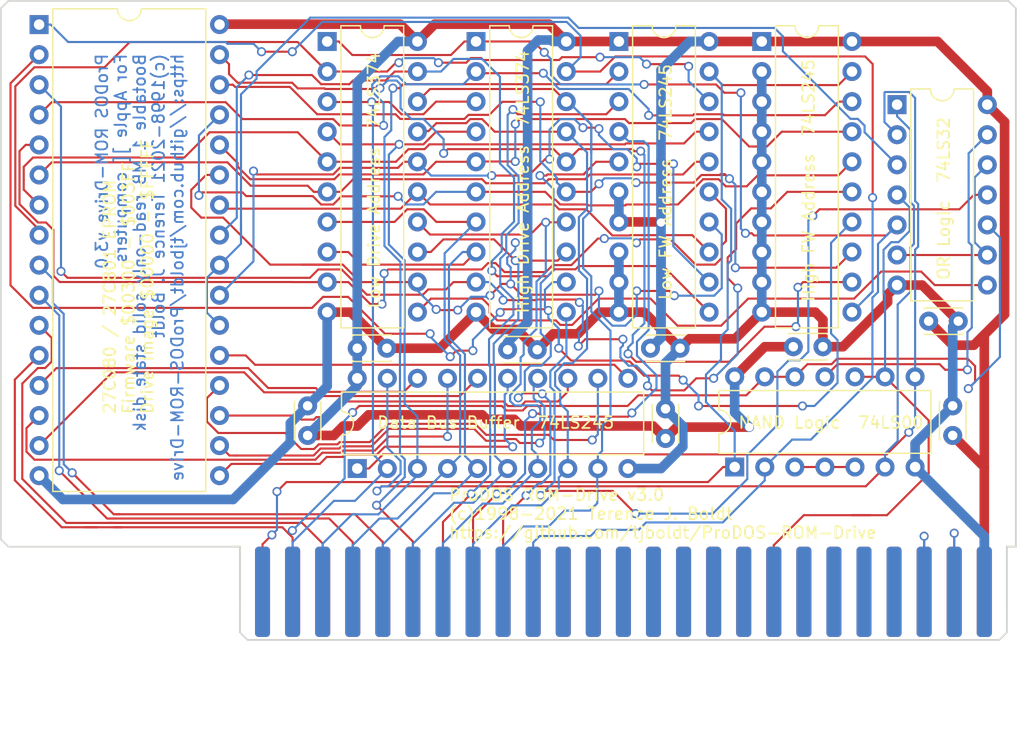
<source format=kicad_pcb>
(kicad_pcb (version 20171130) (host pcbnew "(5.1.10-1-10_14)")
  (title_block (title "ProDOS ROM-Drive") (date 2021-12-07) (rev 3.0) (company "Terence J. Boldt"))
  (layers (0 F.Cu mixed) (31 B.Cu mixed) (37 F.SilkS user) (38 B.Mask user) (39 F.Mask user) (44 Edge.Cuts user))
  (net 0 "")
  (net 1 +5V)
  (net 2 GND)
  (net 3 "Net-(DataBuffer1-Pad1)")
  (net 4 "Net-(DataBuffer1-Pad11)")
  (net 5 "Net-(DataBuffer1-Pad2)")
  (net 6 "Net-(DataBuffer1-Pad12)")
  (net 7 "Net-(DataBuffer1-Pad3)")
  (net 8 "Net-(DataBuffer1-Pad13)")
  (net 9 "Net-(DataBuffer1-Pad4)")
  (net 10 "Net-(DataBuffer1-Pad14)")
  (net 11 "Net-(DataBuffer1-Pad5)")
  (net 12 "Net-(DataBuffer1-Pad15)")
  (net 13 "Net-(DataBuffer1-Pad6)")
  (net 14 "Net-(DataBuffer1-Pad16)")
  (net 15 "Net-(DataBuffer1-Pad7)")
  (net 16 "Net-(DataBuffer1-Pad17)")
  (net 17 "Net-(DataBuffer1-Pad8)")
  (net 18 "Net-(DataBuffer1-Pad18)")
  (net 19 "Net-(DataBuffer1-Pad9)")
  (net 20 "Net-(DataBuffer1-Pad19)")
  (net 21 "Net-(EPROM1-Pad1)")
  (net 22 "Net-(EPROM1-Pad2)")
  (net 23 "Net-(EPROM1-Pad3)")
  (net 24 "Net-(EPROM1-Pad4)")
  (net 25 "Net-(EPROM1-Pad5)")
  (net 26 "Net-(EPROM1-Pad6)")
  (net 27 "Net-(EPROM1-Pad7)")
  (net 28 "Net-(EPROM1-Pad23)")
  (net 29 "Net-(EPROM1-Pad8)")
  (net 30 "Net-(EPROM1-Pad9)")
  (net 31 "Net-(EPROM1-Pad25)")
  (net 32 "Net-(EPROM1-Pad10)")
  (net 33 "Net-(EPROM1-Pad26)")
  (net 34 "Net-(EPROM1-Pad11)")
  (net 35 "Net-(EPROM1-Pad27)")
  (net 36 "Net-(EPROM1-Pad12)")
  (net 37 "Net-(EPROM1-Pad28)")
  (net 38 "Net-(EPROM1-Pad29)")
  (net 39 "Net-(EPROM1-Pad30)")
  (net 40 "Net-(EPROM1-Pad31)")
  (net 41 "Net-(HiAddrBuffer1-Pad19)")
  (net 42 "Net-(HiAddrLatch1-Pad1)")
  (net 43 "Net-(HiAddrLatch1-Pad11)")
  (net 44 "Net-(J1-Pad6)")
  (net 45 "Net-(J1-Pad7)")
  (net 46 "Net-(J1-Pad8)")
  (net 47 "Net-(J1-Pad9)")
  (net 48 "Net-(J1-Pad18)")
  (net 49 "Net-(J1-Pad23)")
  (net 50 "Net-(J1-Pad24)")
  (net 51 "Net-(LowAddrLatch1-Pad11)")
  (net 52 "Net-(U1-Pad3)")
  (net 53 "Net-(U1-Pad11)")
  (net 54 "Net-(U2-Pad12)")
  (net 55 "Net-(EPROM1-Pad22)")
  (module Package_DIP:DIP-32_W15.24mm (layer F.Cu) (at 36.87318 25.0571)
    (fp_text reference EPROM1)
    (fp_text value 27C080)
    (pad 32 thru_hole oval (at 15.24 0) (size 1.6 1.6) (drill 0.889) (layers *.Cu *.Mask) (net 1 +5V))
    (pad 16 thru_hole oval (at 0 38.1) (size 1.6 1.6) (drill 0.889) (layers *.Cu *.Mask) (net 2 GND))
    (pad 31 thru_hole oval (at 15.24 2.54) (size 1.6 1.6) (drill 0.889) (layers *.Cu *.Mask) (net 40 "Net-(EPROM1-Pad31)"))
    (pad 15 thru_hole oval (at 0 35.56) (size 1.6 1.6) (drill 0.889) (layers *.Cu *.Mask) (net 14 "Net-(DataBuffer1-Pad16)"))
    (pad 30 thru_hole oval (at 15.24 5.08) (size 1.6 1.6) (drill 0.889) (layers *.Cu *.Mask) (net 39 "Net-(EPROM1-Pad30)"))
    (pad 14 thru_hole oval (at 0 33.02) (size 1.6 1.6) (drill 0.889) (layers *.Cu *.Mask) (net 16 "Net-(DataBuffer1-Pad17)"))
    (pad 29 thru_hole oval (at 15.24 7.62) (size 1.6 1.6) (drill 0.889) (layers *.Cu *.Mask) (net 38 "Net-(EPROM1-Pad29)"))
    (pad 13 thru_hole oval (at 0 30.48) (size 1.6 1.6) (drill 0.889) (layers *.Cu *.Mask) (net 18 "Net-(DataBuffer1-Pad18)"))
    (pad 28 thru_hole oval (at 15.24 10.16) (size 1.6 1.6) (drill 0.889) (layers *.Cu *.Mask) (net 37 "Net-(EPROM1-Pad28)"))
    (pad 12 thru_hole oval (at 0 27.94) (size 1.6 1.6) (drill 0.889) (layers *.Cu *.Mask) (net 36 "Net-(EPROM1-Pad12)"))
    (pad 27 thru_hole oval (at 15.24 12.7) (size 1.6 1.6) (drill 0.889) (layers *.Cu *.Mask) (net 35 "Net-(EPROM1-Pad27)"))
    (pad 11 thru_hole oval (at 0 25.4) (size 1.6 1.6) (drill 0.889) (layers *.Cu *.Mask) (net 34 "Net-(EPROM1-Pad11)"))
    (pad 26 thru_hole oval (at 15.24 15.24) (size 1.6 1.6) (drill 0.889) (layers *.Cu *.Mask) (net 33 "Net-(EPROM1-Pad26)"))
    (pad 10 thru_hole oval (at 0 22.86) (size 1.6 1.6) (drill 0.889) (layers *.Cu *.Mask) (net 32 "Net-(EPROM1-Pad10)"))
    (pad 25 thru_hole oval (at 15.24 17.78) (size 1.6 1.6) (drill 0.889) (layers *.Cu *.Mask) (net 31 "Net-(EPROM1-Pad25)"))
    (pad 9 thru_hole oval (at 0 20.32) (size 1.6 1.6) (drill 0.889) (layers *.Cu *.Mask) (net 30 "Net-(EPROM1-Pad9)"))
    (pad 24 thru_hole oval (at 15.24 20.32) (size 1.6 1.6) (drill 0.889) (layers *.Cu *.Mask) (net 55 "Net-(EPROM1-Pad22)"))
    (pad 8 thru_hole oval (at 0 17.78) (size 1.6 1.6) (drill 0.889) (layers *.Cu *.Mask) (net 29 "Net-(EPROM1-Pad8)"))
    (pad 23 thru_hole oval (at 15.24 22.86) (size 1.6 1.6) (drill 0.889) (layers *.Cu *.Mask) (net 28 "Net-(EPROM1-Pad23)"))
    (pad 7 thru_hole oval (at 0 15.24) (size 1.6 1.6) (drill 0.889) (layers *.Cu *.Mask) (net 27 "Net-(EPROM1-Pad7)"))
    (pad 22 thru_hole oval (at 15.24 25.4) (size 1.6 1.6) (drill 0.889) (layers *.Cu *.Mask) (net 55 "Net-(EPROM1-Pad22)"))
    (pad 6 thru_hole oval (at 0 12.7) (size 1.6 1.6) (drill 0.889) (layers *.Cu *.Mask) (net 26 "Net-(EPROM1-Pad6)"))
    (pad 21 thru_hole oval (at 15.24 27.94) (size 1.6 1.6) (drill 0.889) (layers *.Cu *.Mask) (net 4 "Net-(DataBuffer1-Pad11)"))
    (pad 5 thru_hole oval (at 0 10.16) (size 1.6 1.6) (drill 0.889) (layers *.Cu *.Mask) (net 25 "Net-(EPROM1-Pad5)"))
    (pad 20 thru_hole oval (at 15.24 30.48) (size 1.6 1.6) (drill 0.889) (layers *.Cu *.Mask) (net 6 "Net-(DataBuffer1-Pad12)"))
    (pad 4 thru_hole oval (at 0 7.62) (size 1.6 1.6) (drill 0.889) (layers *.Cu *.Mask) (net 24 "Net-(EPROM1-Pad4)"))
    (pad 19 thru_hole oval (at 15.24 33.02) (size 1.6 1.6) (drill 0.889) (layers *.Cu *.Mask) (net 8 "Net-(DataBuffer1-Pad13)"))
    (pad 3 thru_hole oval (at 0 5.08) (size 1.6 1.6) (drill 0.889) (layers *.Cu *.Mask) (net 23 "Net-(EPROM1-Pad3)"))
    (pad 18 thru_hole oval (at 15.24 35.56) (size 1.6 1.6) (drill 0.889) (layers *.Cu *.Mask) (net 10 "Net-(DataBuffer1-Pad14)"))
    (pad 2 thru_hole oval (at 0 2.54) (size 1.6 1.6) (drill 0.889) (layers *.Cu *.Mask) (net 22 "Net-(EPROM1-Pad2)"))
    (pad 17 thru_hole oval (at 15.24 38.1) (size 1.6 1.6) (drill 0.889) (layers *.Cu *.Mask) (net 12 "Net-(DataBuffer1-Pad15)"))
    (pad 1 thru_hole rect (at 0 0) (size 1.6 1.6) (drill 0.889) (layers *.Cu *.Mask) (net 21 "Net-(EPROM1-Pad1)"))
  )
  (module "Connector:Apple II Expansion Edge Connector" (layer F.Cu) (at 69.71284 67.88658)
    (fp_text reference J1)
    (fp_text value "Apple II Expansion Slot")
    (pad 1 connect roundrect (at -13.97 5.08) (size 1.27 7.62) (layers F.Cu F.Mask) (net 41 "Net-(HiAddrBuffer1-Pad19)"))
    (pad 2 connect roundrect (at -11.43 5.08) (size 1.27 7.62) (layers F.Cu F.Mask) (net 36 "Net-(EPROM1-Pad12)"))
    (pad 3 connect roundrect (at -8.89 5.08) (size 1.27 7.62) (layers F.Cu F.Mask) (net 34 "Net-(EPROM1-Pad11)"))
    (pad 4 connect roundrect (at -6.35 5.08) (size 1.27 7.62) (layers F.Cu F.Mask) (net 32 "Net-(EPROM1-Pad10)"))
    (pad 5 connect roundrect (at -3.81 5.08) (size 1.27 7.62) (layers F.Cu F.Mask) (net 30 "Net-(EPROM1-Pad9)"))
    (pad 6 connect roundrect (at -1.27 5.08) (size 1.27 7.62) (layers F.Cu F.Mask) (net 44 "Net-(J1-Pad6)"))
    (pad 7 connect roundrect (at 1.27 5.08) (size 1.27 7.62) (layers F.Cu F.Mask) (net 45 "Net-(J1-Pad7)"))
    (pad 8 connect roundrect (at 3.81 5.08) (size 1.27 7.62) (layers F.Cu F.Mask) (net 46 "Net-(J1-Pad8)"))
    (pad 9 connect roundrect (at 6.35 5.08) (size 1.27 7.62) (layers F.Cu F.Mask) (net 47 "Net-(J1-Pad9)"))
    (pad 10 connect roundrect (at 8.89 5.08) (size 1.27 7.62) (layers F.Cu F.Mask))
    (pad 11 connect roundrect (at 11.43 5.08) (size 1.27 7.62) (layers F.Cu F.Mask))
    (pad 12 connect roundrect (at 13.97 5.08) (size 1.27 7.62) (layers F.Cu F.Mask))
    (pad 13 connect roundrect (at 16.51 5.08) (size 1.27 7.62) (layers F.Cu F.Mask))
    (pad 14 connect roundrect (at 19.05 5.08) (size 1.27 7.62) (layers F.Cu F.Mask))
    (pad 15 connect roundrect (at 21.59 5.08) (size 1.27 7.62) (layers F.Cu F.Mask))
    (pad 16 connect roundrect (at 24.13 5.08) (size 1.27 7.62) (layers F.Cu F.Mask))
    (pad 17 connect roundrect (at 26.67 5.08) (size 1.27 7.62) (layers F.Cu F.Mask))
    (pad 18 connect roundrect (at 29.21 5.08) (size 1.27 7.62) (layers F.Cu F.Mask) (net 48 "Net-(J1-Pad18)"))
    (pad 19 connect roundrect (at 31.75 5.08) (size 1.27 7.62) (layers F.Cu F.Mask))
    (pad 20 connect roundrect (at 34.29 5.08) (size 1.27 7.62) (layers F.Cu F.Mask))
    (pad 21 connect roundrect (at 36.83 5.08) (size 1.27 7.62) (layers F.Cu F.Mask))
    (pad 22 connect roundrect (at 39.37 5.08) (size 1.27 7.62) (layers F.Cu F.Mask))
    (pad 23 connect roundrect (at 41.91 5.08) (size 1.27 7.62) (layers F.Cu F.Mask) (net 49 "Net-(J1-Pad23)"))
    (pad 24 connect roundrect (at 44.45 5.08) (size 1.27 7.62) (layers F.Cu F.Mask) (net 50 "Net-(J1-Pad24)"))
    (pad 25 connect roundrect (at 46.99 5.08) (size 1.27 7.62) (layers F.Cu F.Mask) (net 1 +5V))
    (pad 26 connect roundrect (at 46.99 5.08) (size 1.27 7.62) (layers B.Cu B.Mask) (net 2 GND))
    (pad 27 connect roundrect (at 44.45 5.08) (size 1.27 7.62) (layers B.Cu B.Mask) (net 50 "Net-(J1-Pad24)"))
    (pad 28 connect roundrect (at 41.91 5.08) (size 1.27 7.62) (layers B.Cu B.Mask) (net 49 "Net-(J1-Pad23)"))
    (pad 29 connect roundrect (at 39.37 5.08) (size 1.27 7.62) (layers B.Cu B.Mask))
    (pad 30 connect roundrect (at 36.83 5.08) (size 1.27 7.62) (layers B.Cu B.Mask))
    (pad 31 connect roundrect (at 34.29 5.08) (size 1.27 7.62) (layers B.Cu B.Mask))
    (pad 32 connect roundrect (at 31.75 5.08) (size 1.27 7.62) (layers B.Cu B.Mask))
    (pad 33 connect roundrect (at 29.21 5.08) (size 1.27 7.62) (layers B.Cu B.Mask))
    (pad 34 connect roundrect (at 26.67 5.08) (size 1.27 7.62) (layers B.Cu B.Mask))
    (pad 35 connect roundrect (at 24.13 5.08) (size 1.27 7.62) (layers B.Cu B.Mask))
    (pad 36 connect roundrect (at 21.59 5.08) (size 1.27 7.62) (layers B.Cu B.Mask))
    (pad 38 connect roundrect (at 16.51 5.08) (size 1.27 7.62) (layers B.Cu B.Mask))
    (pad 37 connect roundrect (at 19.05 5.08) (size 1.27 7.62) (layers B.Cu B.Mask))
    (pad 39 connect roundrect (at 13.97 5.08) (size 1.27 7.62) (layers B.Cu B.Mask))
    (pad 40 connect roundrect (at 11.43 5.08) (size 1.27 7.62) (layers B.Cu B.Mask))
    (pad 41 connect roundrect (at 8.89 5.08) (size 1.27 7.62) (layers B.Cu B.Mask) (net 42 "Net-(HiAddrLatch1-Pad1)"))
    (pad 42 connect roundrect (at 6.35 5.08) (size 1.27 7.62) (layers B.Cu B.Mask) (net 19 "Net-(DataBuffer1-Pad9)"))
    (pad 43 connect roundrect (at 3.81 5.08) (size 1.27 7.62) (layers B.Cu B.Mask) (net 17 "Net-(DataBuffer1-Pad8)"))
    (pad 44 connect roundrect (at 1.27 5.08) (size 1.27 7.62) (layers B.Cu B.Mask) (net 15 "Net-(DataBuffer1-Pad7)"))
    (pad 45 connect roundrect (at -1.27 5.08) (size 1.27 7.62) (layers B.Cu B.Mask) (net 13 "Net-(DataBuffer1-Pad6)"))
    (pad 46 connect roundrect (at -3.81 5.08) (size 1.27 7.62) (layers B.Cu B.Mask) (net 11 "Net-(DataBuffer1-Pad5)"))
    (pad 47 connect roundrect (at -6.35 5.08) (size 1.27 7.62) (layers B.Cu B.Mask) (net 9 "Net-(DataBuffer1-Pad4)"))
    (pad 48 connect roundrect (at -8.89 5.08) (size 1.27 7.62) (layers B.Cu B.Mask) (net 7 "Net-(DataBuffer1-Pad3)"))
    (pad 49 connect roundrect (at -11.43 5.08) (size 1.27 7.62) (layers B.Cu B.Mask) (net 5 "Net-(DataBuffer1-Pad2)"))
    (pad 50 connect roundrect (at -13.97 5.08) (size 1.27 7.62) (layers B.Cu B.Mask))
  )
  (module Package_DIP:DIP-20_W7.62mm (layer F.Cu) (at 73.77684 26.48458)
    (fp_text reference HiAddrLatch1)
    (fp_text value 74LS374)
    (pad 20 thru_hole oval (at 7.62 0) (size 1.6 1.6) (drill 0.889) (layers *.Cu *.Mask) (net 1 +5V))
    (pad 10 thru_hole oval (at 0 22.86) (size 1.6 1.6) (drill 0.889) (layers *.Cu *.Mask) (net 2 GND))
    (pad 19 thru_hole oval (at 7.62 2.54) (size 1.6 1.6) (drill 0.889) (layers *.Cu *.Mask) (net 21 "Net-(EPROM1-Pad1)"))
    (pad 9 thru_hole oval (at 0 20.32) (size 1.6 1.6) (drill 0.889) (layers *.Cu *.Mask) (net 23 "Net-(EPROM1-Pad3)"))
    (pad 18 thru_hole oval (at 7.62 5.08) (size 1.6 1.6) (drill 0.889) (layers *.Cu *.Mask) (net 19 "Net-(DataBuffer1-Pad9)"))
    (pad 8 thru_hole oval (at 0 17.78) (size 1.6 1.6) (drill 0.889) (layers *.Cu *.Mask) (net 11 "Net-(DataBuffer1-Pad5)"))
    (pad 17 thru_hole oval (at 7.62 7.62) (size 1.6 1.6) (drill 0.889) (layers *.Cu *.Mask) (net 17 "Net-(DataBuffer1-Pad8)"))
    (pad 7 thru_hole oval (at 0 15.24) (size 1.6 1.6) (drill 0.889) (layers *.Cu *.Mask) (net 9 "Net-(DataBuffer1-Pad4)"))
    (pad 16 thru_hole oval (at 7.62 10.16) (size 1.6 1.6) (drill 0.889) (layers *.Cu *.Mask) (net 40 "Net-(EPROM1-Pad31)"))
    (pad 6 thru_hole oval (at 0 12.7) (size 1.6 1.6) (drill 0.889) (layers *.Cu *.Mask) (net 38 "Net-(EPROM1-Pad29)"))
    (pad 15 thru_hole oval (at 7.62 12.7) (size 1.6 1.6) (drill 0.889) (layers *.Cu *.Mask) (net 39 "Net-(EPROM1-Pad30)"))
    (pad 5 thru_hole oval (at 0 10.16) (size 1.6 1.6) (drill 0.889) (layers *.Cu *.Mask) (net 37 "Net-(EPROM1-Pad28)"))
    (pad 14 thru_hole oval (at 7.62 15.24) (size 1.6 1.6) (drill 0.889) (layers *.Cu *.Mask) (net 15 "Net-(DataBuffer1-Pad7)"))
    (pad 4 thru_hole oval (at 0 7.62) (size 1.6 1.6) (drill 0.889) (layers *.Cu *.Mask) (net 7 "Net-(DataBuffer1-Pad3)"))
    (pad 13 thru_hole oval (at 7.62 17.78) (size 1.6 1.6) (drill 0.889) (layers *.Cu *.Mask) (net 13 "Net-(DataBuffer1-Pad6)"))
    (pad 3 thru_hole oval (at 0 5.08) (size 1.6 1.6) (drill 0.889) (layers *.Cu *.Mask) (net 5 "Net-(DataBuffer1-Pad2)"))
    (pad 12 thru_hole oval (at 7.62 20.32) (size 1.6 1.6) (drill 0.889) (layers *.Cu *.Mask) (net 22 "Net-(EPROM1-Pad2)"))
    (pad 2 thru_hole oval (at 0 2.54) (size 1.6 1.6) (drill 0.889) (layers *.Cu *.Mask) (net 24 "Net-(EPROM1-Pad4)"))
    (pad 11 thru_hole oval (at 7.62 22.86) (size 1.6 1.6) (drill 0.889) (layers *.Cu *.Mask) (net 43 "Net-(HiAddrLatch1-Pad11)"))
    (pad 1 thru_hole rect (at 0 0) (size 1.6 1.6) (drill 0.889) (layers *.Cu *.Mask) (net 42 "Net-(HiAddrLatch1-Pad1)"))
  )
  (module Package_DIP:DIP-20_W7.62mm (layer F.Cu) (at 63.74384 62.55258 90)
    (fp_text reference DataBuffer1)
    (fp_text value 74LS245)
    (pad 20 thru_hole oval (at 7.62 0 90) (size 1.6 1.6) (drill 0.889) (layers *.Cu *.Mask) (net 1 +5V))
    (pad 10 thru_hole oval (at 0 22.86 90) (size 1.6 1.6) (drill 0.889) (layers *.Cu *.Mask) (net 2 GND))
    (pad 19 thru_hole oval (at 7.62 2.54 90) (size 1.6 1.6) (drill 0.889) (layers *.Cu *.Mask) (net 20 "Net-(DataBuffer1-Pad19)"))
    (pad 9 thru_hole oval (at 0 20.32 90) (size 1.6 1.6) (drill 0.889) (layers *.Cu *.Mask) (net 19 "Net-(DataBuffer1-Pad9)"))
    (pad 18 thru_hole oval (at 7.62 5.08 90) (size 1.6 1.6) (drill 0.889) (layers *.Cu *.Mask) (net 18 "Net-(DataBuffer1-Pad18)"))
    (pad 8 thru_hole oval (at 0 17.78 90) (size 1.6 1.6) (drill 0.889) (layers *.Cu *.Mask) (net 17 "Net-(DataBuffer1-Pad8)"))
    (pad 17 thru_hole oval (at 7.62 7.62 90) (size 1.6 1.6) (drill 0.889) (layers *.Cu *.Mask) (net 16 "Net-(DataBuffer1-Pad17)"))
    (pad 7 thru_hole oval (at 0 15.24 90) (size 1.6 1.6) (drill 0.889) (layers *.Cu *.Mask) (net 15 "Net-(DataBuffer1-Pad7)"))
    (pad 16 thru_hole oval (at 7.62 10.16 90) (size 1.6 1.6) (drill 0.889) (layers *.Cu *.Mask) (net 14 "Net-(DataBuffer1-Pad16)"))
    (pad 6 thru_hole oval (at 0 12.7 90) (size 1.6 1.6) (drill 0.889) (layers *.Cu *.Mask) (net 13 "Net-(DataBuffer1-Pad6)"))
    (pad 15 thru_hole oval (at 7.62 12.7 90) (size 1.6 1.6) (drill 0.889) (layers *.Cu *.Mask) (net 12 "Net-(DataBuffer1-Pad15)"))
    (pad 5 thru_hole oval (at 0 10.16 90) (size 1.6 1.6) (drill 0.889) (layers *.Cu *.Mask) (net 11 "Net-(DataBuffer1-Pad5)"))
    (pad 14 thru_hole oval (at 7.62 15.24 90) (size 1.6 1.6) (drill 0.889) (layers *.Cu *.Mask) (net 10 "Net-(DataBuffer1-Pad14)"))
    (pad 4 thru_hole oval (at 0 7.62 90) (size 1.6 1.6) (drill 0.889) (layers *.Cu *.Mask) (net 9 "Net-(DataBuffer1-Pad4)"))
    (pad 13 thru_hole oval (at 7.62 17.78 90) (size 1.6 1.6) (drill 0.889) (layers *.Cu *.Mask) (net 8 "Net-(DataBuffer1-Pad13)"))
    (pad 3 thru_hole oval (at 0 5.08 90) (size 1.6 1.6) (drill 0.889) (layers *.Cu *.Mask) (net 7 "Net-(DataBuffer1-Pad3)"))
    (pad 12 thru_hole oval (at 7.62 20.32 90) (size 1.6 1.6) (drill 0.889) (layers *.Cu *.Mask) (net 6 "Net-(DataBuffer1-Pad12)"))
    (pad 2 thru_hole oval (at 0 2.54 90) (size 1.6 1.6) (drill 0.889) (layers *.Cu *.Mask) (net 5 "Net-(DataBuffer1-Pad2)"))
    (pad 11 thru_hole oval (at 7.62 22.86 90) (size 1.6 1.6) (drill 0.889) (layers *.Cu *.Mask) (net 4 "Net-(DataBuffer1-Pad11)"))
    (pad 1 thru_hole rect (at 0 0 90) (size 1.6 1.6) (drill 0.889) (layers *.Cu *.Mask) (net 3 "Net-(DataBuffer1-Pad1)"))
  )
  (module Package_DIP:DIP-20_W7.62mm (layer F.Cu) (at 97.90684 26.48458)
    (fp_text reference HiAddrBuffer1)
    (fp_text value 74LS245)
    (pad 20 thru_hole oval (at 7.62 0) (size 1.6 1.6) (drill 0.889) (layers *.Cu *.Mask) (net 1 +5V))
    (pad 10 thru_hole oval (at 0 22.86) (size 1.6 1.6) (drill 0.889) (layers *.Cu *.Mask) (net 2 GND))
    (pad 19 thru_hole oval (at 7.62 2.54) (size 1.6 1.6) (drill 0.889) (layers *.Cu *.Mask) (net 41 "Net-(HiAddrBuffer1-Pad19)"))
    (pad 9 thru_hole oval (at 0 20.32) (size 1.6 1.6) (drill 0.889) (layers *.Cu *.Mask) (net 2 GND))
    (pad 18 thru_hole oval (at 7.62 5.08) (size 1.6 1.6) (drill 0.889) (layers *.Cu *.Mask) (net 24 "Net-(EPROM1-Pad4)"))
    (pad 8 thru_hole oval (at 0 17.78) (size 1.6 1.6) (drill 0.889) (layers *.Cu *.Mask) (net 2 GND))
    (pad 17 thru_hole oval (at 7.62 7.62) (size 1.6 1.6) (drill 0.889) (layers *.Cu *.Mask) (net 37 "Net-(EPROM1-Pad28)"))
    (pad 7 thru_hole oval (at 0 15.24) (size 1.6 1.6) (drill 0.889) (layers *.Cu *.Mask) (net 2 GND))
    (pad 16 thru_hole oval (at 7.62 10.16) (size 1.6 1.6) (drill 0.889) (layers *.Cu *.Mask) (net 38 "Net-(EPROM1-Pad29)"))
    (pad 6 thru_hole oval (at 0 12.7) (size 1.6 1.6) (drill 0.889) (layers *.Cu *.Mask) (net 2 GND))
    (pad 15 thru_hole oval (at 7.62 12.7) (size 1.6 1.6) (drill 0.889) (layers *.Cu *.Mask) (net 23 "Net-(EPROM1-Pad3)"))
    (pad 5 thru_hole oval (at 0 10.16) (size 1.6 1.6) (drill 0.889) (layers *.Cu *.Mask) (net 2 GND))
    (pad 14 thru_hole oval (at 7.62 15.24) (size 1.6 1.6) (drill 0.889) (layers *.Cu *.Mask) (net 22 "Net-(EPROM1-Pad2)"))
    (pad 4 thru_hole oval (at 0 7.62) (size 1.6 1.6) (drill 0.889) (layers *.Cu *.Mask) (net 2 GND))
    (pad 13 thru_hole oval (at 7.62 17.78) (size 1.6 1.6) (drill 0.889) (layers *.Cu *.Mask) (net 39 "Net-(EPROM1-Pad30)"))
    (pad 3 thru_hole oval (at 0 5.08) (size 1.6 1.6) (drill 0.889) (layers *.Cu *.Mask) (net 2 GND))
    (pad 12 thru_hole oval (at 7.62 20.32) (size 1.6 1.6) (drill 0.889) (layers *.Cu *.Mask) (net 40 "Net-(EPROM1-Pad31)"))
    (pad 2 thru_hole oval (at 0 2.54) (size 1.6 1.6) (drill 0.889) (layers *.Cu *.Mask) (net 2 GND))
    (pad 11 thru_hole oval (at 7.62 22.86) (size 1.6 1.6) (drill 0.889) (layers *.Cu *.Mask) (net 21 "Net-(EPROM1-Pad1)"))
    (pad 1 thru_hole rect (at 0 0) (size 1.6 1.6) (drill 0.889) (layers *.Cu *.Mask) (net 1 +5V))
  )
  (module Package_DIP:DIP-20_W7.62mm (layer F.Cu) (at 85.84184 26.48458)
    (fp_text reference LowAddrBuffer1)
    (fp_text value 74LS245)
    (pad 1 thru_hole rect (at 0 0) (size 1.6 1.6) (drill 0.889) (layers *.Cu *.Mask) (net 1 +5V))
    (pad 11 thru_hole oval (at 7.62 22.86) (size 1.6 1.6) (drill 0.889) (layers *.Cu *.Mask) (net 31 "Net-(EPROM1-Pad25)"))
    (pad 2 thru_hole oval (at 0 2.54) (size 1.6 1.6) (drill 0.889) (layers *.Cu *.Mask) (net 44 "Net-(J1-Pad6)"))
    (pad 12 thru_hole oval (at 7.62 20.32) (size 1.6 1.6) (drill 0.889) (layers *.Cu *.Mask) (net 28 "Net-(EPROM1-Pad23)"))
    (pad 3 thru_hole oval (at 0 5.08) (size 1.6 1.6) (drill 0.889) (layers *.Cu *.Mask) (net 45 "Net-(J1-Pad7)"))
    (pad 13 thru_hole oval (at 7.62 17.78) (size 1.6 1.6) (drill 0.889) (layers *.Cu *.Mask) (net 33 "Net-(EPROM1-Pad26)"))
    (pad 4 thru_hole oval (at 0 7.62) (size 1.6 1.6) (drill 0.889) (layers *.Cu *.Mask) (net 46 "Net-(J1-Pad8)"))
    (pad 14 thru_hole oval (at 7.62 15.24) (size 1.6 1.6) (drill 0.889) (layers *.Cu *.Mask) (net 35 "Net-(EPROM1-Pad27)"))
    (pad 5 thru_hole oval (at 0 10.16) (size 1.6 1.6) (drill 0.889) (layers *.Cu *.Mask) (net 47 "Net-(J1-Pad9)"))
    (pad 15 thru_hole oval (at 7.62 12.7) (size 1.6 1.6) (drill 0.889) (layers *.Cu *.Mask) (net 25 "Net-(EPROM1-Pad5)"))
    (pad 6 thru_hole oval (at 0 12.7) (size 1.6 1.6) (drill 0.889) (layers *.Cu *.Mask) (net 1 +5V))
    (pad 16 thru_hole oval (at 7.62 10.16) (size 1.6 1.6) (drill 0.889) (layers *.Cu *.Mask) (net 26 "Net-(EPROM1-Pad6)"))
    (pad 7 thru_hole oval (at 0 15.24) (size 1.6 1.6) (drill 0.889) (layers *.Cu *.Mask) (net 1 +5V))
    (pad 17 thru_hole oval (at 7.62 7.62) (size 1.6 1.6) (drill 0.889) (layers *.Cu *.Mask) (net 27 "Net-(EPROM1-Pad7)"))
    (pad 8 thru_hole oval (at 0 17.78) (size 1.6 1.6) (drill 0.889) (layers *.Cu *.Mask) (net 2 GND))
    (pad 18 thru_hole oval (at 7.62 5.08) (size 1.6 1.6) (drill 0.889) (layers *.Cu *.Mask) (net 29 "Net-(EPROM1-Pad8)"))
    (pad 9 thru_hole oval (at 0 20.32) (size 1.6 1.6) (drill 0.889) (layers *.Cu *.Mask) (net 2 GND))
    (pad 19 thru_hole oval (at 7.62 2.54) (size 1.6 1.6) (drill 0.889) (layers *.Cu *.Mask) (net 41 "Net-(HiAddrBuffer1-Pad19)"))
    (pad 10 thru_hole oval (at 0 22.86) (size 1.6 1.6) (drill 0.889) (layers *.Cu *.Mask) (net 2 GND))
    (pad 20 thru_hole oval (at 7.62 0) (size 1.6 1.6) (drill 0.889) (layers *.Cu *.Mask) (net 1 +5V))
  )
  (module Package_DIP:DIP-20_W7.62mm (layer F.Cu) (at 61.20384 26.48458)
    (fp_text reference LowAddrLatch1)
    (fp_text value 74LS374)
    (pad 1 thru_hole rect (at 0 0) (size 1.6 1.6) (drill 0.889) (layers *.Cu *.Mask) (net 42 "Net-(HiAddrLatch1-Pad1)"))
    (pad 11 thru_hole oval (at 7.62 22.86) (size 1.6 1.6) (drill 0.889) (layers *.Cu *.Mask) (net 51 "Net-(LowAddrLatch1-Pad11)"))
    (pad 2 thru_hole oval (at 0 2.54) (size 1.6 1.6) (drill 0.889) (layers *.Cu *.Mask) (net 29 "Net-(EPROM1-Pad8)"))
    (pad 12 thru_hole oval (at 7.62 20.32) (size 1.6 1.6) (drill 0.889) (layers *.Cu *.Mask) (net 35 "Net-(EPROM1-Pad27)"))
    (pad 3 thru_hole oval (at 0 5.08) (size 1.6 1.6) (drill 0.889) (layers *.Cu *.Mask) (net 5 "Net-(DataBuffer1-Pad2)"))
    (pad 13 thru_hole oval (at 7.62 17.78) (size 1.6 1.6) (drill 0.889) (layers *.Cu *.Mask) (net 13 "Net-(DataBuffer1-Pad6)"))
    (pad 4 thru_hole oval (at 0 7.62) (size 1.6 1.6) (drill 0.889) (layers *.Cu *.Mask) (net 7 "Net-(DataBuffer1-Pad3)"))
    (pad 14 thru_hole oval (at 7.62 15.24) (size 1.6 1.6) (drill 0.889) (layers *.Cu *.Mask) (net 15 "Net-(DataBuffer1-Pad7)"))
    (pad 5 thru_hole oval (at 0 10.16) (size 1.6 1.6) (drill 0.889) (layers *.Cu *.Mask) (net 27 "Net-(EPROM1-Pad7)"))
    (pad 15 thru_hole oval (at 7.62 12.7) (size 1.6 1.6) (drill 0.889) (layers *.Cu *.Mask) (net 33 "Net-(EPROM1-Pad26)"))
    (pad 6 thru_hole oval (at 0 12.7) (size 1.6 1.6) (drill 0.889) (layers *.Cu *.Mask) (net 26 "Net-(EPROM1-Pad6)"))
    (pad 16 thru_hole oval (at 7.62 10.16) (size 1.6 1.6) (drill 0.889) (layers *.Cu *.Mask) (net 28 "Net-(EPROM1-Pad23)"))
    (pad 7 thru_hole oval (at 0 15.24) (size 1.6 1.6) (drill 0.889) (layers *.Cu *.Mask) (net 9 "Net-(DataBuffer1-Pad4)"))
    (pad 17 thru_hole oval (at 7.62 7.62) (size 1.6 1.6) (drill 0.889) (layers *.Cu *.Mask) (net 17 "Net-(DataBuffer1-Pad8)"))
    (pad 8 thru_hole oval (at 0 17.78) (size 1.6 1.6) (drill 0.889) (layers *.Cu *.Mask) (net 11 "Net-(DataBuffer1-Pad5)"))
    (pad 18 thru_hole oval (at 7.62 5.08) (size 1.6 1.6) (drill 0.889) (layers *.Cu *.Mask) (net 19 "Net-(DataBuffer1-Pad9)"))
    (pad 9 thru_hole oval (at 0 20.32) (size 1.6 1.6) (drill 0.889) (layers *.Cu *.Mask) (net 25 "Net-(EPROM1-Pad5)"))
    (pad 19 thru_hole oval (at 7.62 2.54) (size 1.6 1.6) (drill 0.889) (layers *.Cu *.Mask) (net 31 "Net-(EPROM1-Pad25)"))
    (pad 10 thru_hole oval (at 0 22.86) (size 1.6 1.6) (drill 0.889) (layers *.Cu *.Mask) (net 2 GND))
    (pad 20 thru_hole oval (at 7.62 0) (size 1.6 1.6) (drill 0.889) (layers *.Cu *.Mask) (net 1 +5V))
  )
  (module Package_DIP:DIP-14_W7.62mm (layer F.Cu) (at 95.62084 62.42558 90)
    (fp_text reference U1)
    (fp_text value 74LS00)
    (pad 14 thru_hole oval (at 7.62 0 90) (size 1.6 1.6) (drill 0.889) (layers *.Cu *.Mask) (net 1 +5V))
    (pad 7 thru_hole oval (at 0 15.24 90) (size 1.6 1.6) (drill 0.889) (layers *.Cu *.Mask) (net 2 GND))
    (pad 13 thru_hole oval (at 7.62 2.54 90) (size 1.6 1.6) (drill 0.889) (layers *.Cu *.Mask) (net 36 "Net-(EPROM1-Pad12)"))
    (pad 6 thru_hole oval (at 0 12.7 90) (size 1.6 1.6) (drill 0.889) (layers *.Cu *.Mask) (net 20 "Net-(DataBuffer1-Pad19)"))
    (pad 12 thru_hole oval (at 7.62 5.08 90) (size 1.6 1.6) (drill 0.889) (layers *.Cu *.Mask) (net 36 "Net-(EPROM1-Pad12)"))
    (pad 5 thru_hole oval (at 0 10.16 90) (size 1.6 1.6) (drill 0.889) (layers *.Cu *.Mask) (net 52 "Net-(U1-Pad3)"))
    (pad 11 thru_hole oval (at 7.62 7.62 90) (size 1.6 1.6) (drill 0.889) (layers *.Cu *.Mask) (net 53 "Net-(U1-Pad11)"))
    (pad 4 thru_hole oval (at 0 7.62 90) (size 1.6 1.6) (drill 0.889) (layers *.Cu *.Mask) (net 52 "Net-(U1-Pad3)"))
    (pad 10 thru_hole oval (at 7.62 10.16 90) (size 1.6 1.6) (drill 0.889) (layers *.Cu *.Mask) (net 48 "Net-(J1-Pad18)"))
    (pad 3 thru_hole oval (at 0 5.08 90) (size 1.6 1.6) (drill 0.889) (layers *.Cu *.Mask) (net 52 "Net-(U1-Pad3)"))
    (pad 9 thru_hole oval (at 7.62 12.7 90) (size 1.6 1.6) (drill 0.889) (layers *.Cu *.Mask) (net 48 "Net-(J1-Pad18)"))
    (pad 2 thru_hole oval (at 0 2.54 90) (size 1.6 1.6) (drill 0.889) (layers *.Cu *.Mask) (net 42 "Net-(HiAddrLatch1-Pad1)"))
    (pad 8 thru_hole oval (at 7.62 15.24 90) (size 1.6 1.6) (drill 0.889) (layers *.Cu *.Mask) (net 3 "Net-(DataBuffer1-Pad1)"))
    (pad 1 thru_hole rect (at 0 0 90) (size 1.6 1.6) (drill 0.889) (layers *.Cu *.Mask) (net 41 "Net-(HiAddrBuffer1-Pad19)"))
  )
  (module Package_DIP:DIP-14_W7.62mm (layer F.Cu) (at 109.33684 31.81858)
    (fp_text reference U2)
    (fp_text value 74LS32)
    (pad 1 thru_hole rect (at 0 0) (size 1.6 1.6) (drill 0.889) (layers *.Cu *.Mask) (net 20 "Net-(DataBuffer1-Pad19)"))
    (pad 8 thru_hole oval (at 7.62 15.24) (size 1.6 1.6) (drill 0.889) (layers *.Cu *.Mask) (net 51 "Net-(LowAddrLatch1-Pad11)"))
    (pad 2 thru_hole oval (at 0 2.54) (size 1.6 1.6) (drill 0.889) (layers *.Cu *.Mask) (net 3 "Net-(DataBuffer1-Pad1)"))
    (pad 9 thru_hole oval (at 7.62 12.7) (size 1.6 1.6) (drill 0.889) (layers *.Cu *.Mask) (net 54 "Net-(U2-Pad12)"))
    (pad 3 thru_hole oval (at 0 5.08) (size 1.6 1.6) (drill 0.889) (layers *.Cu *.Mask) (net 55 "Net-(EPROM1-Pad22)"))
    (pad 10 thru_hole oval (at 7.62 10.16) (size 1.6 1.6) (drill 0.889) (layers *.Cu *.Mask) (net 36 "Net-(EPROM1-Pad12)"))
    (pad 4 thru_hole oval (at 0 7.62) (size 1.6 1.6) (drill 0.889) (layers *.Cu *.Mask) (net 48 "Net-(J1-Pad18)"))
    (pad 11 thru_hole oval (at 7.62 7.62) (size 1.6 1.6) (drill 0.889) (layers *.Cu *.Mask) (net 43 "Net-(HiAddrLatch1-Pad11)"))
    (pad 5 thru_hole oval (at 0 10.16) (size 1.6 1.6) (drill 0.889) (layers *.Cu *.Mask) (net 42 "Net-(HiAddrLatch1-Pad1)"))
    (pad 12 thru_hole oval (at 7.62 5.08) (size 1.6 1.6) (drill 0.889) (layers *.Cu *.Mask) (net 54 "Net-(U2-Pad12)"))
    (pad 6 thru_hole oval (at 0 12.7) (size 1.6 1.6) (drill 0.889) (layers *.Cu *.Mask) (net 54 "Net-(U2-Pad12)"))
    (pad 13 thru_hole oval (at 7.62 2.54) (size 1.6 1.6) (drill 0.889) (layers *.Cu *.Mask) (net 53 "Net-(U1-Pad11)"))
    (pad 7 thru_hole oval (at 0 15.24) (size 1.6 1.6) (drill 0.889) (layers *.Cu *.Mask) (net 2 GND))
    (pad 14 thru_hole oval (at 7.62 0) (size 1.6 1.6) (drill 0.889) (layers *.Cu *.Mask) (net 1 +5V))
  )
  (module Capacitor_THT:C_Disc_D3.0mm_W2.0mm_P2.50mm (layer F.Cu) (at 59.55284 59.75858 90)
    (fp_text reference C1)
    (fp_text value 0.1µF)
    (pad 2 thru_hole circle (at 2.5 0 90) (size 1.6 1.6) (drill 0.8) (layers *.Cu *.Mask) (net 2 GND))
    (pad 1 thru_hole circle (at 0 0 90) (size 1.6 1.6) (drill 0.8) (layers *.Cu *.Mask) (net 1 +5V))
  )
  (module Capacitor_THT:C_Disc_D3.0mm_W2.0mm_P2.50mm (layer F.Cu) (at 114.03584 59.75858 90)
    (fp_text reference C2)
    (fp_text value 0.1µF)
    (pad 1 thru_hole circle (at 0 0 90) (size 1.6 1.6) (drill 0.8) (layers *.Cu *.Mask) (net 1 +5V))
    (pad 2 thru_hole circle (at 2.5 0 90) (size 1.6 1.6) (drill 0.8) (layers *.Cu *.Mask) (net 2 GND))
  )
  (module Capacitor_THT:C_Disc_D3.0mm_W2.0mm_P2.50mm (layer F.Cu) (at 89.77884 60.01258 90)
    (fp_text reference C3)
    (fp_text value 0.1µF)
    (pad 2 thru_hole circle (at 2.5 0 90) (size 1.6 1.6) (drill 0.8) (layers *.Cu *.Mask) (net 2 GND))
    (pad 1 thru_hole circle (at 0 0 90) (size 1.6 1.6) (drill 0.8) (layers *.Cu *.Mask) (net 1 +5V))
  )
  (module Capacitor_THT:C_Disc_D3.0mm_W2.0mm_P2.50mm (layer F.Cu) (at 100.57384 52.26558)
    (fp_text reference C4)
    (fp_text value 0.1µF)
    (pad 1 thru_hole circle (at 0 0) (size 1.6 1.6) (drill 0.8) (layers *.Cu *.Mask) (net 1 +5V))
    (pad 2 thru_hole circle (at 2.5 0) (size 1.6 1.6) (drill 0.8) (layers *.Cu *.Mask) (net 2 GND))
  )
  (module Capacitor_THT:C_Disc_D3.0mm_W2.0mm_P2.50mm (layer F.Cu) (at 88.50884 52.39258)
    (fp_text reference C5)
    (fp_text value 0.1µF)
    (pad 1 thru_hole circle (at 0 0) (size 1.6 1.6) (drill 0.8) (layers *.Cu *.Mask) (net 1 +5V))
    (pad 2 thru_hole circle (at 2.5 0) (size 1.6 1.6) (drill 0.8) (layers *.Cu *.Mask) (net 2 GND))
  )
  (module Capacitor_THT:C_Disc_D3.0mm_W2.0mm_P2.50mm (layer F.Cu) (at 76.44384 52.51958)
    (fp_text reference C6)
    (fp_text value 0.1µF)
    (pad 2 thru_hole circle (at 2.5 0) (size 1.6 1.6) (drill 0.8) (layers *.Cu *.Mask) (net 2 GND))
    (pad 1 thru_hole circle (at 0 0) (size 1.6 1.6) (drill 0.8) (layers *.Cu *.Mask) (net 1 +5V))
  )
  (module Capacitor_THT:C_Disc_D3.0mm_W2.0mm_P2.50mm (layer F.Cu) (at 63.74384 52.39258)
    (fp_text reference C7)
    (fp_text value 0.1µF)
    (pad 1 thru_hole circle (at 0 0) (size 1.6 1.6) (drill 0.8) (layers *.Cu *.Mask) (net 1 +5V))
    (pad 2 thru_hole circle (at 2.5 0) (size 1.6 1.6) (drill 0.8) (layers *.Cu *.Mask) (net 2 GND))
  )
  (module Capacitor_THT:C_Disc_D3.0mm_W2.0mm_P2.50mm (layer F.Cu) (at 112.00384 50.10658)
    (fp_text reference C8)
    (fp_text value 0.1µF)
    (pad 2 thru_hole circle (at 2.5 0) (size 1.6 1.6) (drill 0.8) (layers *.Cu *.Mask) (net 2 GND))
    (pad 1 thru_hole circle (at 0 0) (size 1.6 1.6) (drill 0.8) (layers *.Cu *.Mask) (net 1 +5V))
  )
  (gr_text "ProDOS ROM-Drive v3.0\nFor Apple ][ computers\nBootable 1 MB read-only solid state disk\n(c)1998-2021 Terence J. Boldt\nhttps://github.com/tjboldt/ProDOS-ROM-Drive\n" (at 45.3644 27.432 90) (layer B.Cu) (effects (font (size 0.9906 0.9906) (thickness 0.14986)) (justify left mirror)))
  (gr_line (start 33.64484 68.52158) (end 34.27984 69.15658) (layer Edge.Cuts) (width 0.15))
  (gr_line (start 119.36984 23.69058) (end 118.73484 23.05558) (layer Edge.Cuts) (width 0.15))
  (gr_line (start 33.64484 23.69058) (end 34.27984 23.05558) (layer Edge.Cuts) (width 0.15))
  (gr_line (start 53.83784 69.15658) (end 34.27984 69.15658) (layer Edge.Cuts) (width 0.15))
  (gr_line (start 53.83784 76.39558) (end 54.47284 77.03058) (layer Edge.Cuts) (width 0.15))
  (gr_line (start 53.83784 69.15658) (end 53.83784 76.39558) (layer Edge.Cuts) (width 0.15))
  (gr_line (start 118.60784 76.39558) (end 117.97284 77.03058) (layer Edge.Cuts) (width 0.15))
  (gr_line (start 118.60784 69.15658) (end 118.60784 76.39558) (layer Edge.Cuts) (width 0.15))
  (gr_line (start 119.36984 69.15658) (end 118.60784 69.15658) (layer Edge.Cuts) (width 0.15))
  (gr_line (start 118.73484 23.05558) (end 34.27984 23.05558) (layer Edge.Cuts) (width 0.15))
  (gr_line (start 119.36984 69.15658) (end 119.36984 23.69058) (layer Edge.Cuts) (width 0.15))
  (gr_line (start 54.47284 77.03058) (end 117.97284 77.03058) (layer Edge.Cuts) (width 0.15))
  (gr_line (start 33.64484 23.69058) (end 33.64484 68.52158) (layer Edge.Cuts) (width 0.15))
  (gr_text "ProDOS ROM-Drive v3.0\n(c)1998-2021 Terence J. Boldt\nhttps://github.com/tjboldt/ProDOS-ROM-Drive" (at 71.3994 66.3702) (layer F.SilkS) (effects (font (size 0.9906 0.9906) (thickness 0.14986)) (justify left)))
  (gr_text "27C080 / 27C801 EPROM\nFirmware $00300 - $003FF\nDrive Image $00000 - $FFFFF" (at 44.43222 58.02884 90) (layer F.SilkS) (effects (font (size 0.9906 0.9906) (thickness 0.14986)) (justify left)))
  (gr_text "OR Logic  74LS32" (at 113.284 39.751 90) (layer F.SilkS) (effects (font (size 0.9906 0.9906) (thickness 0.14986))))
  (gr_text "NAND Logic  74LS00" (at 103.759 58.674) (layer F.SilkS) (effects (font (size 0.9906 0.9906) (thickness 0.14986))))
  (gr_text "High FW Address  74LS245" (at 101.854 38.227 90) (layer F.SilkS) (effects (font (size 0.9906 0.9906) (thickness 0.14986))))
  (gr_text "Low FW Address  74LS245" (at 89.789 38.354 90) (layer F.SilkS) (effects (font (size 0.9906 0.9906) (thickness 0.14986))))
  (gr_text "High Drive Address  74LS374" (at 77.724 38.354 90) (layer F.SilkS) (effects (font (size 0.9906 0.9906) (thickness 0.14986))))
  (gr_text "Low Drive Address  74LS374" (at 65.151 38.227 90) (layer F.SilkS) (effects (font (size 0.9906 0.9906) (thickness 0.14986))))
  (gr_text "Data Bus Buffer  74LS245" (at 75.438 58.674) (layer F.SilkS) (effects (font (size 0.9906 0.9906) (thickness 0.14986))))
  (gr_line (start -486.918 -336.55) (end -487.68 -336.296) (layer B.SilkS) (width 0.2))
  (gr_line (start -488.696 -337.058) (end -486.918 -336.55) (layer B.SilkS) (width 0.2))
  (segment (start 116.70284 62.42558) (end 114.03584 59.75858) (width 0.8128) (layer F.Cu) (net 1))
  (segment (start 116.70284 72.96658) (end 116.70284 62.42558) (width 0.8128) (layer F.Cu) (net 1))
  (segment (start 116.70284 62.42558) (end 116.70284 51.24958) (width 0.8128) (layer F.Cu) (net 1))
  (segment (start 118.417241 33.278981) (end 116.95684 31.81858) (width 0.8128) (layer F.Cu) (net 1))
  (segment (start 118.417241 49.535179) (end 118.417241 33.278981) (width 0.8128) (layer F.Cu) (net 1))
  (segment (start 116.70284 51.24958) (end 118.417241 49.535179) (width 0.8128) (layer F.Cu) (net 1))
  (segment (start 112.75421 26.48458) (end 105.52684 26.48458) (width 0.8128) (layer F.Cu) (net 1))
  (segment (start 116.95684 30.68721) (end 112.75421 26.48458) (width 0.8128) (layer F.Cu) (net 1))
  (segment (start 116.95684 31.81858) (end 116.95684 30.68721) (width 0.8128) (layer F.Cu) (net 1))
  (segment (start 105.52684 26.48458) (end 97.90684 26.48458) (width 0.8128) (layer F.Cu) (net 1))
  (segment (start 97.90684 26.48458) (end 93.46184 26.48458) (width 0.8128) (layer F.Cu) (net 1))
  (segment (start 93.46184 26.48458) (end 85.84184 26.48458) (width 0.8128) (layer F.Cu) (net 1))
  (segment (start 85.84184 26.48458) (end 81.39684 26.48458) (width 0.8128) (layer F.Cu) (net 1))
  (segment (start 70.284241 25.024179) (end 68.82384 26.48458) (width 0.8128) (layer F.Cu) (net 1))
  (segment (start 79.936439 25.024179) (end 70.284241 25.024179) (width 0.8128) (layer F.Cu) (net 1))
  (segment (start 81.39684 26.48458) (end 79.936439 25.024179) (width 0.8128) (layer F.Cu) (net 1))
  (segment (start 52.504241 25.024179) (end 52.18684 25.34158) (width 0.8128) (layer F.Cu) (net 1))
  (segment (start 67.363439 25.024179) (end 52.504241 25.024179) (width 0.8128) (layer F.Cu) (net 1))
  (segment (start 68.82384 26.48458) (end 67.363439 25.024179) (width 0.8128) (layer F.Cu) (net 1))
  (segment (start 89.39784 51.50358) (end 88.50884 52.39258) (width 0.8128) (layer B.Cu) (net 1))
  (segment (start 63.74384 52.39258) (end 63.74384 54.93258) (width 0.8128) (layer B.Cu) (net 1))
  (segment (start 89.39784 43.12158) (end 89.39784 51.50358) (width 0.8128) (layer B.Cu) (net 1))
  (segment (start 114.03584 52.13858) (end 112.00384 50.10658) (width 0.8128) (layer F.Cu) (net 1))
  (segment (start 115.81384 52.13858) (end 114.03584 52.13858) (width 0.8128) (layer F.Cu) (net 1))
  (segment (start 116.70284 51.24958) (end 115.81384 52.13858) (width 0.8128) (layer F.Cu) (net 1))
  (segment (start 98.16084 52.26558) (end 95.62084 54.80558) (width 0.8128) (layer F.Cu) (net 1))
  (segment (start 100.57384 52.26558) (end 98.16084 52.26558) (width 0.8128) (layer F.Cu) (net 1))
  (segment (start 63.74384 55.56758) (end 59.55284 59.75858) (width 0.8128) (layer B.Cu) (net 1))
  (segment (start 63.74384 54.93258) (end 63.74384 55.56758) (width 0.8128) (layer B.Cu) (net 1))
  (segment (start 91.809318 26.48458) (end 93.46184 26.48458) (width 0.8128) (layer B.Cu) (net 1))
  (segment (start 89.397841 28.896057) (end 91.809318 26.48458) (width 0.8128) (layer B.Cu) (net 1))
  (segment (start 88.50884 52.39258) (end 89.397841 51.503579) (width 0.8128) (layer B.Cu) (net 1))
  (segment (start 89.397841 28.896057) (end 89.397841 39.778919) (width 0.8128) (layer B.Cu) (net 1))
  (segment (start 76.44384 51.88777) (end 76.44384 52.51958) (width 0.8128) (layer B.Cu) (net 1))
  (segment (start 78.132839 50.198771) (end 76.44384 51.88777) (width 0.8128) (layer B.Cu) (net 1))
  (segment (start 78.132839 27.264967) (end 78.132839 50.198771) (width 0.8128) (layer B.Cu) (net 1))
  (segment (start 79.037687 26.360119) (end 78.132839 27.264967) (width 0.8128) (layer B.Cu) (net 1))
  (segment (start 80.26547 26.48458) (end 80.141009 26.360119) (width 0.8128) (layer B.Cu) (net 1))
  (segment (start 80.141009 26.360119) (end 79.037687 26.360119) (width 0.8128) (layer B.Cu) (net 1))
  (segment (start 81.39684 26.48458) (end 80.26547 26.48458) (width 0.8128) (layer B.Cu) (net 1))
  (segment (start 63.74384 29.92521) (end 63.74384 52.39258) (width 0.8128) (layer B.Cu) (net 1))
  (segment (start 67.18447 26.48458) (end 63.74384 29.92521) (width 0.8128) (layer B.Cu) (net 1))
  (segment (start 68.82384 26.48458) (end 67.18447 26.48458) (width 0.8128) (layer B.Cu) (net 1))
  (segment (start 62.565179 58.958581) (end 61.76518 59.75858) (width 0.8128) (layer F.Cu) (net 1))
  (segment (start 61.76518 59.75858) (end 59.55284 59.75858) (width 0.8128) (layer F.Cu) (net 1))
  (segment (start 63.755933 58.958581) (end 62.565179 58.958581) (width 0.8128) (layer F.Cu) (net 1))
  (segment (start 64.695724 58.01879) (end 63.755933 58.958581) (width 0.8128) (layer F.Cu) (net 1))
  (segment (start 74.30019 58.01879) (end 64.695724 58.01879) (width 0.8128) (layer F.Cu) (net 1))
  (segment (start 74.68108 58.39968) (end 74.30019 58.01879) (width 0.8128) (layer F.Cu) (net 1))
  (segment (start 77.00264 58.39968) (end 74.68108 58.39968) (width 0.8128) (layer F.Cu) (net 1))
  (segment (start 77.561541 58.958581) (end 77.00264 58.39968) (width 0.8128) (layer F.Cu) (net 1))
  (segment (start 89.77884 60.01258) (end 88.724841 58.958581) (width 0.8128) (layer F.Cu) (net 1))
  (segment (start 88.724841 58.958581) (end 77.561541 58.958581) (width 0.8128) (layer F.Cu) (net 1))
  (segment (start 85.8393 41.72204) (end 85.84184 41.72458) (width 0.1778) (layer F.Cu) (net 1))
  (segment (start 85.84184 41.72458) (end 85.84184 42.021772) (width 0.1778) (layer B.Cu) (net 1))
  (via (at 89.397841 41.772841) (size 0.762) (drill 0.7112) (layers F.Cu B.Cu) (net 1))
  (segment (start 89.34958 41.72458) (end 89.397841 41.772841) (width 0.8128) (layer F.Cu) (net 1))
  (segment (start 85.84184 41.72458) (end 89.34958 41.72458) (width 0.8128) (layer F.Cu) (net 1))
  (segment (start 89.397841 41.772841) (end 89.397841 36.50488) (width 0.8128) (layer B.Cu) (net 1))
  (segment (start 89.397841 51.503579) (end 89.397841 41.772841) (width 0.8128) (layer B.Cu) (net 1))
  (via (at 96.8502 59.055) (size 0.762) (drill 0.7112) (layers F.Cu B.Cu) (net 1))
  (segment (start 95.62084 57.82564) (end 96.8502 59.055) (width 0.8128) (layer B.Cu) (net 1))
  (segment (start 95.62084 54.80558) (end 95.62084 57.82564) (width 0.8128) (layer B.Cu) (net 1))
  (segment (start 90.73642 59.055) (end 89.77884 60.01258) (width 0.8128) (layer F.Cu) (net 1))
  (segment (start 96.8502 59.055) (end 90.73642 59.055) (width 0.8128) (layer F.Cu) (net 1))
  (segment (start 85.84184 39.18458) (end 85.84184 41.72458) (width 0.8128) (layer B.Cu) (net 1))
  (segment (start 116.70284 68.26758) (end 110.86084 62.42558) (width 0.8128) (layer B.Cu) (net 2))
  (segment (start 116.70284 72.96658) (end 116.70284 68.26758) (width 0.8128) (layer B.Cu) (net 2))
  (segment (start 110.86084 60.43358) (end 114.03584 57.25858) (width 0.8128) (layer B.Cu) (net 2))
  (segment (start 110.86084 62.42558) (end 110.86084 60.43358) (width 0.8128) (layer B.Cu) (net 2))
  (segment (start 114.03584 50.57458) (end 114.50384 50.10658) (width 0.8128) (layer B.Cu) (net 2))
  (segment (start 114.03584 57.25858) (end 114.03584 50.57458) (width 0.8128) (layer B.Cu) (net 2))
  (segment (start 89.77884 53.62258) (end 91.00884 52.39258) (width 0.8128) (layer B.Cu) (net 2))
  (segment (start 89.77884 57.51258) (end 89.77884 53.62258) (width 0.8128) (layer B.Cu) (net 2))
  (segment (start 61.20384 55.60758) (end 59.55284 57.25858) (width 0.8128) (layer B.Cu) (net 2))
  (segment (start 61.20384 49.34458) (end 61.20384 55.60758) (width 0.8128) (layer B.Cu) (net 2))
  (segment (start 70.72884 52.39258) (end 73.77684 49.34458) (width 0.8128) (layer F.Cu) (net 2))
  (segment (start 66.24384 52.39258) (end 70.72884 52.39258) (width 0.8128) (layer F.Cu) (net 2))
  (segment (start 87.96084 49.34458) (end 91.00884 52.39258) (width 0.8128) (layer F.Cu) (net 2))
  (segment (start 85.84184 49.34458) (end 87.96084 49.34458) (width 0.8128) (layer F.Cu) (net 2))
  (segment (start 95.658839 51.592581) (end 97.90684 49.34458) (width 0.8128) (layer F.Cu) (net 2))
  (segment (start 91.808839 51.592581) (end 95.658839 51.592581) (width 0.8128) (layer F.Cu) (net 2))
  (segment (start 91.00884 52.39258) (end 91.808839 51.592581) (width 0.8128) (layer F.Cu) (net 2))
  (segment (start 108.536841 47.858579) (end 109.33684 47.05858) (width 0.8128) (layer F.Cu) (net 2))
  (segment (start 108.536841 48.495973) (end 108.536841 47.858579) (width 0.8128) (layer F.Cu) (net 2))
  (segment (start 104.767234 52.26558) (end 108.536841 48.495973) (width 0.8128) (layer F.Cu) (net 2))
  (segment (start 103.07384 52.26558) (end 104.767234 52.26558) (width 0.8128) (layer F.Cu) (net 2))
  (segment (start 111.45584 47.05858) (end 114.50384 50.10658) (width 0.8128) (layer F.Cu) (net 2))
  (segment (start 109.33684 47.05858) (end 111.45584 47.05858) (width 0.8128) (layer F.Cu) (net 2))
  (segment (start 63.19584 49.34458) (end 61.20384 49.34458) (width 0.8128) (layer F.Cu) (net 2))
  (segment (start 66.24384 52.39258) (end 63.19584 49.34458) (width 0.8128) (layer F.Cu) (net 2))
  (segment (start 102.997 52.18874) (end 103.07384 52.26558) (width 0.8128) (layer B.Cu) (net 2))
  (segment (start 75.23924 50.80698) (end 73.77684 49.34458) (width 0.8128) (layer F.Cu) (net 2))
  (segment (start 77.23124 50.80698) (end 75.23924 50.80698) (width 0.8128) (layer F.Cu) (net 2))
  (segment (start 77.23124 50.80698) (end 78.94384 52.51958) (width 0.8128) (layer F.Cu) (net 2))
  (segment (start 84.2137 49.34458) (end 85.84184 49.34458) (width 0.8128) (layer F.Cu) (net 2))
  (segment (start 82.38489 51.17339) (end 84.2137 49.34458) (width 0.8128) (layer F.Cu) (net 2))
  (segment (start 98.09226 49.53) (end 97.90684 49.34458) (width 0.8128) (layer F.Cu) (net 2))
  (segment (start 80.29003 51.17339) (end 78.94384 52.51958) (width 0.8128) (layer F.Cu) (net 2))
  (segment (start 82.38489 51.17339) (end 80.29003 51.17339) (width 0.8128) (layer F.Cu) (net 2))
  (segment (start 91.239241 58.972981) (end 89.77884 57.51258) (width 0.8128) (layer B.Cu) (net 2))
  (segment (start 91.239241 60.713573) (end 91.239241 58.972981) (width 0.8128) (layer B.Cu) (net 2))
  (segment (start 89.400234 62.55258) (end 91.239241 60.713573) (width 0.8128) (layer B.Cu) (net 2))
  (segment (start 86.60384 62.55258) (end 89.400234 62.55258) (width 0.8128) (layer B.Cu) (net 2))
  (segment (start 58.092439 58.718981) (end 59.55284 57.25858) (width 0.8128) (layer B.Cu) (net 2))
  (segment (start 58.092439 60.332375) (end 58.092439 58.718981) (width 0.8128) (layer B.Cu) (net 2))
  (segment (start 36.87318 63.1571) (end 38.87978 65.1637) (width 0.8128) (layer B.Cu) (net 2))
  (segment (start 53.261114 65.1637) (end 58.092439 60.332375) (width 0.8128) (layer B.Cu) (net 2))
  (segment (start 38.87978 65.1637) (end 53.261114 65.1637) (width 0.8128) (layer B.Cu) (net 2))
  (segment (start 97.90684 49.34458) (end 102.43058 49.34458) (width 0.8128) (layer F.Cu) (net 2))
  (segment (start 103.07384 49.98784) (end 103.07384 52.26558) (width 0.8128) (layer F.Cu) (net 2))
  (segment (start 102.43058 49.34458) (end 103.07384 49.98784) (width 0.8128) (layer F.Cu) (net 2))
  (segment (start 85.84184 49.34458) (end 85.84184 44.26458) (width 0.8128) (layer B.Cu) (net 2))
  (segment (start 97.90684 29.02458) (end 97.90684 34.10458) (width 0.8128) (layer B.Cu) (net 2))
  (segment (start 97.90684 34.10458) (end 97.90684 39.18458) (width 0.8128) (layer B.Cu) (net 2))
  (segment (start 97.90684 39.18458) (end 97.90684 44.26458) (width 0.8128) (layer B.Cu) (net 2))
  (segment (start 97.90684 44.26458) (end 97.90684 49.34458) (width 0.8128) (layer B.Cu) (net 2))
  (via (at 110.32744 59.48934) (size 0.762) (drill 0.50038) (layers F.Cu B.Cu) (net 3))
  (segment (start 110.86084 58.95594) (end 110.86084 54.80558) (width 0.1778) (layer B.Cu) (net 3))
  (segment (start 110.32744 59.48934) (end 110.86084 58.95594) (width 0.1778) (layer B.Cu) (net 3))
  (segment (start 108.457901 61.358879) (end 110.32744 59.48934) (width 0.1778) (layer F.Cu) (net 3))
  (segment (start 65.915341 61.358879) (end 108.457901 61.358879) (width 0.1778) (layer F.Cu) (net 3))
  (segment (start 64.72164 62.55258) (end 65.915341 61.358879) (width 0.1778) (layer F.Cu) (net 3))
  (segment (start 63.74384 62.55258) (end 64.72164 62.55258) (width 0.1778) (layer F.Cu) (net 3))
  (segment (start 111.114761 40.210685) (end 111.114761 43.815079) (width 0.1778) (layer B.Cu) (net 3))
  (segment (start 110.86084 39.956764) (end 111.114761 40.210685) (width 0.1778) (layer B.Cu) (net 3))
  (segment (start 110.86084 44.069) (end 110.86084 54.80558) (width 0.1778) (layer B.Cu) (net 3))
  (segment (start 110.86084 31.262518) (end 110.86084 39.956764) (width 0.1778) (layer B.Cu) (net 3))
  (segment (start 110.350201 30.751879) (end 110.86084 31.262518) (width 0.1778) (layer B.Cu) (net 3))
  (segment (start 108.270139 30.805219) (end 108.323479 30.751879) (width 0.1778) (layer B.Cu) (net 3))
  (segment (start 108.270139 33.291879) (end 108.270139 30.805219) (width 0.1778) (layer B.Cu) (net 3))
  (segment (start 111.114761 43.815079) (end 110.86084 44.069) (width 0.1778) (layer B.Cu) (net 3))
  (segment (start 108.323479 30.751879) (end 110.350201 30.751879) (width 0.1778) (layer B.Cu) (net 3))
  (segment (start 109.33684 34.35858) (end 108.270139 33.291879) (width 0.1778) (layer B.Cu) (net 3))
  (segment (start 55.110479 53.789679) (end 54.3179 52.9971) (width 0.1778) (layer F.Cu) (net 4))
  (segment (start 54.3179 52.9971) (end 52.11318 52.9971) (width 0.1778) (layer F.Cu) (net 4))
  (segment (start 85.460939 53.789679) (end 55.110479 53.789679) (width 0.1778) (layer F.Cu) (net 4))
  (segment (start 86.60384 54.93258) (end 85.460939 53.789679) (width 0.1778) (layer F.Cu) (net 4))
  (segment (start 65.06718 32.651601) (end 65.0875 32.631281) (width 0.1778) (layer B.Cu) (net 5))
  (via (at 64.955387 31.597633) (size 0.762) (drill 0.50038) (layers F.Cu B.Cu) (net 5))
  (segment (start 65.06718 31.709426) (end 64.955387 31.597633) (width 0.1778) (layer B.Cu) (net 5))
  (segment (start 65.06718 32.651601) (end 65.06718 31.709426) (width 0.1778) (layer B.Cu) (net 5))
  (segment (start 63.55334 65.28308) (end 61.77534 65.28308) (width 0.1778) (layer B.Cu) (net 5))
  (segment (start 58.28284 68.77558) (end 58.28284 72.96658) (width 0.1778) (layer B.Cu) (net 5))
  (segment (start 61.77534 65.28308) (end 58.28284 68.77558) (width 0.1778) (layer B.Cu) (net 5))
  (segment (start 66.28384 62.55258) (end 63.55334 65.28308) (width 0.1778) (layer B.Cu) (net 5))
  (segment (start 70.402558 31.56458) (end 73.77684 31.56458) (width 0.1778) (layer F.Cu) (net 5))
  (segment (start 67.477541 32.631281) (end 69.335857 32.631281) (width 0.1778) (layer F.Cu) (net 5))
  (segment (start 66.443893 31.597633) (end 67.477541 32.631281) (width 0.1778) (layer F.Cu) (net 5))
  (segment (start 69.335857 32.631281) (end 70.402558 31.56458) (width 0.1778) (layer F.Cu) (net 5))
  (segment (start 64.955387 31.597633) (end 66.443893 31.597633) (width 0.1778) (layer F.Cu) (net 5))
  (segment (start 65.06718 61.33592) (end 66.28384 62.55258) (width 0.1778) (layer B.Cu) (net 5))
  (segment (start 65.06718 32.651601) (end 65.06718 61.33592) (width 0.1778) (layer B.Cu) (net 5))
  (segment (start 61.236893 31.597633) (end 61.20384 31.56458) (width 0.1778) (layer F.Cu) (net 5))
  (segment (start 64.955387 31.597633) (end 61.236893 31.597633) (width 0.1778) (layer F.Cu) (net 5))
  (via (at 83.593851 60.14212) (size 0.762) (drill 0.50038) (layers F.Cu B.Cu) (net 6))
  (segment (start 84.06384 59.672131) (end 83.593851 60.14212) (width 0.1778) (layer B.Cu) (net 6))
  (segment (start 84.06384 54.93258) (end 84.06384 59.672131) (width 0.1778) (layer B.Cu) (net 6))
  (segment (start 79.917149 59.707891) (end 80.351378 60.14212) (width 0.1778) (layer F.Cu) (net 6))
  (segment (start 76.103392 59.707868) (end 77.304877 59.707868) (width 0.1778) (layer F.Cu) (net 6))
  (segment (start 80.351378 60.14212) (end 83.593851 60.14212) (width 0.1778) (layer F.Cu) (net 6))
  (segment (start 76.103369 59.707891) (end 76.103392 59.707868) (width 0.1778) (layer F.Cu) (net 6))
  (segment (start 73.69302 58.77814) (end 74.622771 59.707891) (width 0.1778) (layer F.Cu) (net 6))
  (segment (start 66.342272 58.77814) (end 73.69302 58.77814) (width 0.1778) (layer F.Cu) (net 6))
  (segment (start 64.800492 60.31992) (end 66.342272 58.77814) (width 0.1778) (layer F.Cu) (net 6))
  (segment (start 60.495024 60.50789) (end 62.075554 60.50789) (width 0.1778) (layer F.Cu) (net 6))
  (segment (start 60.101433 60.901481) (end 60.495024 60.50789) (width 0.1778) (layer F.Cu) (net 6))
  (segment (start 52.007761 59.550399) (end 57.653165 59.550399) (width 0.1778) (layer F.Cu) (net 6))
  (segment (start 52.11318 55.5371) (end 51.046479 56.603801) (width 0.1778) (layer F.Cu) (net 6))
  (segment (start 57.653165 59.550399) (end 59.004247 60.901481) (width 0.1778) (layer F.Cu) (net 6))
  (segment (start 62.075554 60.50789) (end 62.263524 60.31992) (width 0.1778) (layer F.Cu) (net 6))
  (segment (start 77.304877 59.707868) (end 77.3049 59.707891) (width 0.1778) (layer F.Cu) (net 6))
  (segment (start 59.004247 60.901481) (end 60.101433 60.901481) (width 0.1778) (layer F.Cu) (net 6))
  (segment (start 51.046479 58.589117) (end 52.007761 59.550399) (width 0.1778) (layer F.Cu) (net 6))
  (segment (start 51.046479 56.603801) (end 51.046479 58.589117) (width 0.1778) (layer F.Cu) (net 6))
  (segment (start 77.3049 59.707891) (end 79.917149 59.707891) (width 0.1778) (layer F.Cu) (net 6))
  (segment (start 74.622771 59.707891) (end 76.103369 59.707891) (width 0.1778) (layer F.Cu) (net 6))
  (segment (start 62.263524 60.31992) (end 64.800492 60.31992) (width 0.1778) (layer F.Cu) (net 6))
  (segment (start 62.270541 35.171281) (end 61.20384 34.10458) (width 0.1778) (layer F.Cu) (net 7))
  (segment (start 70.402558 34.10458) (end 69.335857 35.171281) (width 0.1778) (layer F.Cu) (net 7))
  (segment (start 73.77684 34.10458) (end 70.402558 34.10458) (width 0.1778) (layer F.Cu) (net 7))
  (via (at 67.27698 35.171281) (size 0.762) (drill 0.50038) (layers F.Cu B.Cu) (net 7))
  (segment (start 67.27698 35.171281) (end 62.270541 35.171281) (width 0.1778) (layer F.Cu) (net 7))
  (segment (start 69.335857 35.171281) (end 67.27698 35.171281) (width 0.1778) (layer F.Cu) (net 7))
  (segment (start 68.82384 58.1533) (end 68.82384 62.55258) (width 0.1778) (layer B.Cu) (net 7))
  (segment (start 67.74235 57.07181) (end 68.82384 58.1533) (width 0.1778) (layer B.Cu) (net 7))
  (segment (start 66.41338 43.63212) (end 67.74235 44.96109) (width 0.1778) (layer B.Cu) (net 7))
  (segment (start 67.74235 44.96109) (end 67.74235 57.07181) (width 0.1778) (layer B.Cu) (net 7))
  (segment (start 66.41338 36.034881) (end 66.41338 43.63212) (width 0.1778) (layer B.Cu) (net 7))
  (segment (start 67.27698 35.171281) (end 66.41338 36.034881) (width 0.1778) (layer B.Cu) (net 7))
  (segment (start 63.30442 66.421) (end 60.82284 68.90258) (width 0.1778) (layer B.Cu) (net 7))
  (segment (start 65.52184 66.421) (end 63.30442 66.421) (width 0.1778) (layer B.Cu) (net 7))
  (segment (start 65.52692 66.41592) (end 65.52184 66.421) (width 0.1778) (layer B.Cu) (net 7))
  (segment (start 65.532 66.41592) (end 65.52692 66.41592) (width 0.1778) (layer B.Cu) (net 7))
  (segment (start 68.82384 63.12408) (end 65.532 66.41592) (width 0.1778) (layer B.Cu) (net 7))
  (segment (start 60.82284 68.90258) (end 60.82284 72.96658) (width 0.1778) (layer B.Cu) (net 7))
  (segment (start 68.82384 62.55258) (end 68.82384 63.12408) (width 0.1778) (layer B.Cu) (net 7))
  (segment (start 80.69687 56.89092) (end 81.52384 56.06395) (width 0.1778) (layer F.Cu) (net 8))
  (segment (start 77.94752 56.89092) (end 80.69687 56.89092) (width 0.1778) (layer F.Cu) (net 8))
  (segment (start 76.469228 57.27446) (end 77.56398 57.27446) (width 0.1778) (layer F.Cu) (net 8))
  (segment (start 58.679866 58.0771) (end 59.022766 58.42) (width 0.1778) (layer F.Cu) (net 8))
  (segment (start 59.022766 58.42) (end 60.082914 58.42) (width 0.1778) (layer F.Cu) (net 8))
  (segment (start 60.293734 58.20918) (end 61.468 58.20918) (width 0.1778) (layer F.Cu) (net 8))
  (segment (start 76.085688 56.89092) (end 76.469228 57.27446) (width 0.1778) (layer F.Cu) (net 8))
  (segment (start 81.52384 56.06395) (end 81.52384 54.93258) (width 0.1778) (layer F.Cu) (net 8))
  (segment (start 62.78626 56.89092) (end 76.085688 56.89092) (width 0.1778) (layer F.Cu) (net 8))
  (segment (start 60.082914 58.42) (end 60.293734 58.20918) (width 0.1778) (layer F.Cu) (net 8))
  (segment (start 77.56398 57.27446) (end 77.94752 56.89092) (width 0.1778) (layer F.Cu) (net 8))
  (segment (start 61.468 58.20918) (end 62.78626 56.89092) (width 0.1778) (layer F.Cu) (net 8))
  (segment (start 52.11318 58.0771) (end 58.679866 58.0771) (width 0.1778) (layer F.Cu) (net 8))
  (segment (start 72.430541 61.485879) (end 71.36384 62.55258) (width 0.1778) (layer B.Cu) (net 9))
  (segment (start 72.430541 52.983283) (end 72.430541 61.485879) (width 0.1778) (layer B.Cu) (net 9))
  (segment (start 71.123657 51.676399) (end 72.430541 52.983283) (width 0.1778) (layer B.Cu) (net 9))
  (segment (start 63.36284 69.02958) (end 63.36284 72.96658) (width 0.1778) (layer B.Cu) (net 9))
  (segment (start 71.36384 62.55258) (end 67.13981 66.77661) (width 0.1778) (layer B.Cu) (net 9))
  (segment (start 71.123657 48.768) (end 71.123657 48.644657) (width 0.1778) (layer B.Cu) (net 9))
  (segment (start 71.123657 48.768) (end 71.123657 51.676399) (width 0.1778) (layer B.Cu) (net 9))
  (segment (start 71.123657 44.377763) (end 73.77684 41.72458) (width 0.1778) (layer B.Cu) (net 9))
  (segment (start 71.123657 48.768) (end 71.123657 44.377763) (width 0.1778) (layer B.Cu) (net 9))
  (segment (start 62.33521 41.72458) (end 61.20384 41.72458) (width 0.1778) (layer F.Cu) (net 9))
  (segment (start 62.33775 41.72712) (end 62.33521 41.72458) (width 0.1778) (layer F.Cu) (net 9))
  (segment (start 69.359879 40.657879) (end 67.96024 40.657879) (width 0.1778) (layer F.Cu) (net 9))
  (segment (start 70.42658 41.72458) (end 69.359879 40.657879) (width 0.1778) (layer F.Cu) (net 9))
  (segment (start 66.890999 41.72712) (end 62.33775 41.72712) (width 0.1778) (layer F.Cu) (net 9))
  (segment (start 67.96024 40.657879) (end 66.890999 41.72712) (width 0.1778) (layer F.Cu) (net 9))
  (segment (start 73.77684 41.72458) (end 70.42658 41.72458) (width 0.1778) (layer F.Cu) (net 9))
  (segment (start 65.61581 66.77661) (end 63.36284 69.02958) (width 0.1778) (layer B.Cu) (net 9))
  (segment (start 67.13981 66.77661) (end 65.61581 66.77661) (width 0.1778) (layer B.Cu) (net 9))
  (via (at 79.13878 60.39612) (size 0.762) (drill 0.50038) (layers F.Cu B.Cu) (net 10))
  (segment (start 78.64348 55.27294) (end 78.98384 54.93258) (width 0.1778) (layer B.Cu) (net 10))
  (segment (start 78.87461 56.86297) (end 78.64348 56.63184) (width 0.1778) (layer B.Cu) (net 10))
  (segment (start 78.64348 56.63184) (end 78.64348 55.27294) (width 0.1778) (layer B.Cu) (net 10))
  (segment (start 79.093039 56.86297) (end 78.87461 56.86297) (width 0.1778) (layer B.Cu) (net 10))
  (segment (start 79.555351 59.979549) (end 79.55535 57.325281) (width 0.1778) (layer B.Cu) (net 10))
  (segment (start 79.55535 57.325281) (end 79.093039 56.86297) (width 0.1778) (layer B.Cu) (net 10))
  (segment (start 79.13878 60.39612) (end 79.555351 59.979549) (width 0.1778) (layer B.Cu) (net 10))
  (segment (start 53.65496 61.45276) (end 52.94884 61.45276) (width 0.1778) (layer F.Cu) (net 10))
  (segment (start 52.94884 61.45276) (end 52.11318 60.6171) (width 0.1778) (layer F.Cu) (net 10))
  (segment (start 53.65496 61.45276) (end 53.40203 61.45276) (width 0.1778) (layer F.Cu) (net 10))
  (segment (start 77.145996 60.063478) (end 77.478638 60.39612) (width 0.1778) (layer F.Cu) (net 10))
  (segment (start 77.478638 60.39612) (end 79.13878 60.39612) (width 0.1778) (layer F.Cu) (net 10))
  (segment (start 76.23556 60.20816) (end 76.380242 60.063478) (width 0.1778) (layer F.Cu) (net 10))
  (segment (start 76.380242 60.063478) (end 77.145996 60.063478) (width 0.1778) (layer F.Cu) (net 10))
  (segment (start 66.421 59.20232) (end 73.614292 59.20232) (width 0.1778) (layer F.Cu) (net 10))
  (segment (start 73.614292 59.20232) (end 74.620132 60.20816) (width 0.1778) (layer F.Cu) (net 10))
  (segment (start 64.945272 60.678048) (end 66.421 59.20232) (width 0.1778) (layer F.Cu) (net 10))
  (segment (start 62.689728 60.678048) (end 64.945272 60.678048) (width 0.1778) (layer F.Cu) (net 10))
  (segment (start 62.68721 60.67553) (end 62.689728 60.678048) (width 0.1778) (layer F.Cu) (net 10))
  (segment (start 62.222853 60.863499) (end 62.410822 60.67553) (width 0.1778) (layer F.Cu) (net 10))
  (segment (start 74.620132 60.20816) (end 76.23556 60.20816) (width 0.1778) (layer F.Cu) (net 10))
  (segment (start 62.410822 60.67553) (end 62.68721 60.67553) (width 0.1778) (layer F.Cu) (net 10))
  (segment (start 60.642322 60.8635) (end 62.222853 60.863499) (width 0.1778) (layer F.Cu) (net 10))
  (segment (start 60.053062 61.45276) (end 60.642322 60.8635) (width 0.1778) (layer F.Cu) (net 10))
  (segment (start 53.65496 61.45276) (end 60.053062 61.45276) (width 0.1778) (layer F.Cu) (net 10))
  (segment (start 62.98184 44.26458) (end 61.20384 44.26458) (width 0.1778) (layer F.Cu) (net 11))
  (segment (start 64.048541 45.331281) (end 62.98184 44.26458) (width 0.1778) (layer F.Cu) (net 11))
  (segment (start 72.710139 45.331281) (end 64.048541 45.331281) (width 0.1778) (layer F.Cu) (net 11))
  (segment (start 73.77684 44.26458) (end 72.710139 45.331281) (width 0.1778) (layer F.Cu) (net 11))
  (segment (start 72.837139 61.485879) (end 73.90384 62.55258) (width 0.1778) (layer B.Cu) (net 11))
  (segment (start 72.837139 52.886973) (end 72.837139 61.485879) (width 0.1778) (layer B.Cu) (net 11))
  (segment (start 71.488299 51.538133) (end 72.837139 52.886973) (width 0.1778) (layer B.Cu) (net 11))
  (segment (start 71.488299 45.421751) (end 71.488299 51.538133) (width 0.1778) (layer B.Cu) (net 11))
  (segment (start 72.64547 44.26458) (end 71.488299 45.421751) (width 0.1778) (layer B.Cu) (net 11))
  (segment (start 73.77684 44.26458) (end 72.64547 44.26458) (width 0.1778) (layer B.Cu) (net 11))
  (segment (start 65.90284 68.97116) (end 65.90284 72.96658) (width 0.1778) (layer B.Cu) (net 11))
  (segment (start 71.81342 64.643) (end 70.231 64.643) (width 0.1778) (layer B.Cu) (net 11))
  (segment (start 70.231 64.643) (end 65.90284 68.97116) (width 0.1778) (layer B.Cu) (net 11))
  (segment (start 73.90384 62.55258) (end 71.81342 64.643) (width 0.1778) (layer B.Cu) (net 11))
  (segment (start 76.68768 55.17642) (end 76.44384 54.93258) (width 0.1778) (layer B.Cu) (net 12))
  (segment (start 76.74356 55.2323) (end 76.44384 54.93258) (width 0.1778) (layer B.Cu) (net 12))
  (via (at 76.869504 60.711179) (size 0.762) (drill 0.50038) (layers F.Cu B.Cu) (net 12))
  (segment (start 76.44384 54.93258) (end 76.44384 56.06395) (width 0.1778) (layer B.Cu) (net 12))
  (segment (start 53.106302 62.163978) (end 52.11318 63.1571) (width 0.1778) (layer F.Cu) (net 12))
  (segment (start 61.165702 61.574718) (end 60.576442 62.163978) (width 0.1778) (layer F.Cu) (net 12))
  (segment (start 62.7029 61.389268) (end 62.517451 61.574717) (width 0.1778) (layer F.Cu) (net 12))
  (segment (start 62.517451 61.574717) (end 61.165702 61.574718) (width 0.1778) (layer F.Cu) (net 12))
  (segment (start 60.576442 62.163978) (end 53.106302 62.163978) (width 0.1778) (layer F.Cu) (net 12))
  (segment (start 65.382044 61.389268) (end 62.7029 61.389268) (width 0.1778) (layer F.Cu) (net 12))
  (segment (start 66.060133 60.711179) (end 65.382044 61.389268) (width 0.1778) (layer F.Cu) (net 12))
  (segment (start 76.869504 60.711179) (end 66.060133 60.711179) (width 0.1778) (layer F.Cu) (net 12))
  (segment (start 76.44384 56.06395) (end 76.2 56.30779) (width 0.1778) (layer B.Cu) (net 12))
  (segment (start 76.2 60.041675) (end 76.869504 60.711179) (width 0.1778) (layer B.Cu) (net 12))
  (segment (start 76.2 56.30779) (end 76.2 60.041675) (width 0.1778) (layer B.Cu) (net 12))
  (segment (start 76.44384 62.55258) (end 73.55332 65.4431) (width 0.1778) (layer B.Cu) (net 13))
  (segment (start 73.55332 65.4431) (end 71.92264 65.4431) (width 0.1778) (layer B.Cu) (net 13))
  (segment (start 68.44284 68.9229) (end 68.44284 72.96658) (width 0.1778) (layer B.Cu) (net 13))
  (segment (start 71.92264 65.4431) (end 68.44284 68.9229) (width 0.1778) (layer B.Cu) (net 13))
  (segment (start 81.06156 44.59986) (end 81.39684 44.26458) (width 0.1778) (layer F.Cu) (net 13))
  (segment (start 69.95521 44.26458) (end 71.021911 43.197879) (width 0.1778) (layer F.Cu) (net 13))
  (segment (start 68.82384 44.26458) (end 69.95521 44.26458) (width 0.1778) (layer F.Cu) (net 13))
  (via (at 77.091439 44.99356) (size 0.762) (drill 0.50038) (layers F.Cu B.Cu) (net 13))
  (segment (start 77.091439 44.99356) (end 77.34808 45.250201) (width 0.1778) (layer B.Cu) (net 13))
  (segment (start 77.34808 45.250201) (end 77.34808 45.36694) (width 0.1778) (layer B.Cu) (net 13))
  (segment (start 77.34808 45.36694) (end 77.34808 44.856501) (width 0.1778) (layer B.Cu) (net 13))
  (segment (start 77.091439 44.99356) (end 76.71044 44.612561) (width 0.1778) (layer F.Cu) (net 13))
  (segment (start 80.66786 44.99356) (end 81.39684 44.26458) (width 0.1778) (layer F.Cu) (net 13))
  (segment (start 77.091439 44.99356) (end 80.66786 44.99356) (width 0.1778) (layer F.Cu) (net 13))
  (segment (start 75.295758 43.197879) (end 71.021911 43.197879) (width 0.1778) (layer F.Cu) (net 13))
  (segment (start 77.091439 44.99356) (end 75.295758 43.197879) (width 0.1778) (layer F.Cu) (net 13))
  (segment (start 77.34808 49.923846) (end 77.34808 45.36694) (width 0.1778) (layer B.Cu) (net 13))
  (segment (start 75.267966 52.00396) (end 75.267966 53.695746) (width 0.1778) (layer B.Cu) (net 13))
  (segment (start 75.267966 52.00396) (end 77.34808 49.923846) (width 0.1778) (layer B.Cu) (net 13))
  (segment (start 75.267966 53.695746) (end 75.36942 53.7972) (width 0.1778) (layer B.Cu) (net 13))
  (segment (start 75.36942 61.47816) (end 76.44384 62.55258) (width 0.1778) (layer B.Cu) (net 13))
  (segment (start 75.36942 53.7972) (end 75.36942 61.47816) (width 0.1778) (layer B.Cu) (net 13))
  (segment (start 72.405329 56.431091) (end 73.90384 54.93258) (width 0.1778) (layer F.Cu) (net 14))
  (segment (start 60.416845 56.431091) (end 72.405329 56.431091) (width 0.1778) (layer F.Cu) (net 14))
  (segment (start 60.101433 56.115679) (end 60.416845 56.431091) (width 0.1778) (layer F.Cu) (net 14))
  (segment (start 54.191451 54.42713) (end 55.88 56.115679) (width 0.1778) (layer F.Cu) (net 14))
  (segment (start 43.06315 54.42713) (end 54.191451 54.42713) (width 0.1778) (layer F.Cu) (net 14))
  (segment (start 55.88 56.115679) (end 60.101433 56.115679) (width 0.1778) (layer F.Cu) (net 14))
  (segment (start 36.87318 60.6171) (end 43.06315 54.42713) (width 0.1778) (layer F.Cu) (net 14))
  (segment (start 78.98384 62.55258) (end 76.01966 65.51676) (width 0.1778) (layer B.Cu) (net 15))
  (segment (start 76.01966 65.51676) (end 74.32548 65.51676) (width 0.1778) (layer B.Cu) (net 15))
  (segment (start 70.98284 68.8594) (end 70.98284 72.96658) (width 0.1778) (layer B.Cu) (net 15))
  (segment (start 74.32548 65.51676) (end 70.98284 68.8594) (width 0.1778) (layer B.Cu) (net 15))
  (segment (start 81.36636 41.75506) (end 81.39684 41.72458) (width 0.1778) (layer F.Cu) (net 15))
  (segment (start 78.359099 42.791281) (end 79.39532 41.75506) (width 0.1778) (layer F.Cu) (net 15))
  (segment (start 69.890541 42.791281) (end 78.359099 42.791281) (width 0.1778) (layer F.Cu) (net 15))
  (segment (start 68.82384 41.72458) (end 69.890541 42.791281) (width 0.1778) (layer F.Cu) (net 15))
  (segment (start 79.39532 41.75506) (end 79.6671 41.75506) (width 0.1778) (layer F.Cu) (net 15))
  (via (at 79.6671 41.75506) (size 0.762) (drill 0.50038) (layers F.Cu B.Cu) (net 15))
  (segment (start 79.6671 41.75506) (end 81.36636 41.75506) (width 0.1778) (layer F.Cu) (net 15))
  (segment (start 78.98384 61.42121) (end 78.98384 62.55258) (width 0.1778) (layer B.Cu) (net 15))
  (segment (start 78.491079 60.928449) (end 78.98384 61.42121) (width 0.1778) (layer B.Cu) (net 15))
  (segment (start 78.491079 59.235341) (end 78.491079 60.928449) (width 0.1778) (layer B.Cu) (net 15))
  (segment (start 79.199741 58.526679) (end 78.491079 59.235341) (width 0.1778) (layer B.Cu) (net 15))
  (segment (start 76.65466 56.356038) (end 76.65466 56.85127) (width 0.1778) (layer B.Cu) (net 15))
  (segment (start 76.65466 56.85127) (end 77.031323 57.227933) (width 0.1778) (layer B.Cu) (net 15))
  (segment (start 76.79945 56.155688) (end 76.79945 56.211248) (width 0.1778) (layer B.Cu) (net 15))
  (segment (start 79.199741 57.47258) (end 79.199741 58.526679) (width 0.1778) (layer B.Cu) (net 15))
  (segment (start 78.945741 57.21858) (end 79.199741 57.47258) (width 0.1778) (layer B.Cu) (net 15))
  (segment (start 77.653117 57.227933) (end 77.66247 57.21858) (width 0.1778) (layer B.Cu) (net 15))
  (segment (start 79.6671 41.75506) (end 79.6671 45.97654) (width 0.1778) (layer B.Cu) (net 15))
  (segment (start 77.800939 52.92344) (end 77.54111 53.183269) (width 0.1778) (layer B.Cu) (net 15))
  (segment (start 76.79945 56.211248) (end 76.65466 56.356038) (width 0.1778) (layer B.Cu) (net 15))
  (segment (start 77.66247 57.21858) (end 78.945741 57.21858) (width 0.1778) (layer B.Cu) (net 15))
  (segment (start 77.54111 53.183269) (end 77.54111 55.414028) (width 0.1778) (layer B.Cu) (net 15))
  (segment (start 77.031323 57.227933) (end 77.653117 57.227933) (width 0.1778) (layer B.Cu) (net 15))
  (segment (start 78.882149 46.761491) (end 78.882149 50.766395) (width 0.1778) (layer B.Cu) (net 15))
  (segment (start 77.54111 55.414028) (end 76.79945 56.155688) (width 0.1778) (layer B.Cu) (net 15))
  (segment (start 77.800939 51.847605) (end 77.800939 52.92344) (width 0.1778) (layer B.Cu) (net 15))
  (segment (start 78.882149 50.766395) (end 77.800939 51.847605) (width 0.1778) (layer B.Cu) (net 15))
  (segment (start 79.6671 45.97654) (end 78.882149 46.761491) (width 0.1778) (layer B.Cu) (net 15))
  (via (at 71.36384 59.85002) (size 0.762) (drill 0.50038) (layers F.Cu B.Cu) (net 16))
  (segment (start 71.36384 54.93258) (end 71.36384 59.85002) (width 0.1778) (layer B.Cu) (net 16))
  (segment (start 62.555602 61.033658) (end 65.234746 61.033658) (width 0.1778) (layer F.Cu) (net 16))
  (segment (start 60.789622 61.219108) (end 62.370152 61.219108) (width 0.1778) (layer F.Cu) (net 16))
  (segment (start 60.200361 61.808369) (end 60.789622 61.219108) (width 0.1778) (layer F.Cu) (net 16))
  (segment (start 36.485732 61.80837) (end 60.200361 61.808369) (width 0.1778) (layer F.Cu) (net 16))
  (segment (start 35.806479 61.129117) (end 36.485732 61.80837) (width 0.1778) (layer F.Cu) (net 16))
  (segment (start 62.370152 61.219108) (end 62.555602 61.033658) (width 0.1778) (layer F.Cu) (net 16))
  (segment (start 35.806479 59.143801) (end 35.806479 61.129117) (width 0.1778) (layer F.Cu) (net 16))
  (segment (start 36.87318 58.0771) (end 35.806479 59.143801) (width 0.1778) (layer F.Cu) (net 16))
  (segment (start 66.418384 59.85002) (end 71.36384 59.85002) (width 0.1778) (layer F.Cu) (net 16))
  (segment (start 65.234746 61.033658) (end 66.418384 59.85002) (width 0.1778) (layer F.Cu) (net 16))
  (segment (start 80.76184 63.31458) (end 80.76184 64.20358) (width 0.1778) (layer B.Cu) (net 17))
  (segment (start 81.52384 62.55258) (end 80.76184 63.31458) (width 0.1778) (layer B.Cu) (net 17))
  (segment (start 68.87718 34.05124) (end 68.82384 34.10458) (width 0.1778) (layer F.Cu) (net 17))
  (segment (start 69.7611 34.05124) (end 68.87718 34.05124) (width 0.1778) (layer F.Cu) (net 17))
  (segment (start 70.429111 33.383229) (end 69.7611 34.05124) (width 0.1778) (layer F.Cu) (net 17))
  (segment (start 73.283981 33.037879) (end 72.938631 33.383229) (width 0.1778) (layer F.Cu) (net 17))
  (segment (start 74.288857 33.037879) (end 73.283981 33.037879) (width 0.1778) (layer F.Cu) (net 17))
  (segment (start 72.938631 33.383229) (end 70.429111 33.383229) (width 0.1778) (layer F.Cu) (net 17))
  (segment (start 75.355558 34.10458) (end 74.288857 33.037879) (width 0.1778) (layer F.Cu) (net 17))
  (segment (start 81.39684 34.10458) (end 75.355558 34.10458) (width 0.1778) (layer F.Cu) (net 17))
  (segment (start 79.629 65.33642) (end 79.375 65.59042) (width 0.1778) (layer B.Cu) (net 17))
  (segment (start 80.76184 64.20358) (end 79.629 65.33642) (width 0.1778) (layer B.Cu) (net 17))
  (segment (start 73.52284 68.92798) (end 73.52284 72.96658) (width 0.1778) (layer B.Cu) (net 17))
  (segment (start 76.79182 65.659) (end 73.52284 68.92798) (width 0.1778) (layer B.Cu) (net 17))
  (segment (start 79.30642 65.659) (end 76.79182 65.659) (width 0.1778) (layer B.Cu) (net 17))
  (segment (start 79.629 65.33642) (end 79.30642 65.659) (width 0.1778) (layer B.Cu) (net 17))
  (segment (start 83.151971 40.622229) (end 83.151971 35.859711) (width 0.1778) (layer B.Cu) (net 17))
  (segment (start 82.463541 41.310659) (end 83.151971 40.622229) (width 0.1778) (layer B.Cu) (net 17))
  (segment (start 83.151971 46.525171) (end 82.463541 45.836741) (width 0.1778) (layer B.Cu) (net 17))
  (segment (start 81.925406 53.66258) (end 83.151971 52.436015) (width 0.1778) (layer B.Cu) (net 17))
  (segment (start 83.151971 35.859711) (end 81.39684 34.10458) (width 0.1778) (layer B.Cu) (net 17))
  (segment (start 81.52384 57.72658) (end 80.88884 57.09158) (width 0.1778) (layer B.Cu) (net 17))
  (segment (start 81.215122 53.66258) (end 81.925406 53.66258) (width 0.1778) (layer B.Cu) (net 17))
  (segment (start 80.457139 54.420563) (end 81.215122 53.66258) (width 0.1778) (layer B.Cu) (net 17))
  (segment (start 82.463541 45.836741) (end 82.463541 41.310659) (width 0.1778) (layer B.Cu) (net 17))
  (segment (start 80.457139 55.56758) (end 80.457139 54.420563) (width 0.1778) (layer B.Cu) (net 17))
  (segment (start 80.88884 55.999281) (end 80.457139 55.56758) (width 0.1778) (layer B.Cu) (net 17))
  (segment (start 80.88884 57.09158) (end 80.88884 55.999281) (width 0.1778) (layer B.Cu) (net 17))
  (segment (start 83.151971 52.436015) (end 83.151971 46.525171) (width 0.1778) (layer B.Cu) (net 17))
  (segment (start 81.52384 62.55258) (end 81.52384 57.72658) (width 0.1778) (layer B.Cu) (net 17))
  (segment (start 38.33876 54.07152) (end 36.87318 55.5371) (width 0.1778) (layer F.Cu) (net 18))
  (segment (start 54.536241 54.07152) (end 38.33876 54.07152) (width 0.1778) (layer F.Cu) (net 18))
  (segment (start 56.217721 55.753) (end 54.536241 54.07152) (width 0.1778) (layer F.Cu) (net 18))
  (segment (start 60.241662 55.753) (end 56.217721 55.753) (width 0.1778) (layer F.Cu) (net 18))
  (segment (start 60.564143 56.075481) (end 60.241662 55.753) (width 0.1778) (layer F.Cu) (net 18))
  (segment (start 67.680939 56.075481) (end 60.564143 56.075481) (width 0.1778) (layer F.Cu) (net 18))
  (segment (start 68.82384 54.93258) (end 67.680939 56.075481) (width 0.1778) (layer F.Cu) (net 18))
  (segment (start 81.54924 31.71698) (end 81.39684 31.56458) (width 0.1778) (layer F.Cu) (net 19))
  (segment (start 81.4959 31.66364) (end 81.39684 31.56458) (width 0.1778) (layer F.Cu) (net 19))
  (segment (start 69.890541 30.497879) (end 68.82384 31.56458) (width 0.1778) (layer F.Cu) (net 19))
  (segment (start 80.330139 30.497879) (end 69.890541 30.497879) (width 0.1778) (layer F.Cu) (net 19))
  (segment (start 81.39684 31.56458) (end 80.330139 30.497879) (width 0.1778) (layer F.Cu) (net 19))
  (segment (start 76.0984 69.06006) (end 76.06284 69.06006) (width 0.1778) (layer B.Cu) (net 19))
  (segment (start 77.71384 67.44462) (end 76.0984 69.06006) (width 0.1778) (layer B.Cu) (net 19))
  (segment (start 79.908399 67.444621) (end 77.71384 67.44462) (width 0.1778) (layer B.Cu) (net 19))
  (segment (start 76.06284 69.06006) (end 76.06284 72.96658) (width 0.1778) (layer B.Cu) (net 19))
  (segment (start 84.01304 65.48882) (end 84.01304 62.60338) (width 0.1778) (layer B.Cu) (net 19))
  (segment (start 81.24698 66.10604) (end 83.39582 66.10604) (width 0.1778) (layer B.Cu) (net 19))
  (segment (start 84.01304 62.60338) (end 84.06384 62.55258) (width 0.1778) (layer B.Cu) (net 19))
  (segment (start 81.24698 66.10604) (end 79.908399 67.444621) (width 0.1778) (layer B.Cu) (net 19))
  (segment (start 84.01304 65.48882) (end 83.39582 66.10604) (width 0.1778) (layer B.Cu) (net 19))
  (segment (start 82.365497 32.364579) (end 83.50758 33.506662) (width 0.1778) (layer B.Cu) (net 19))
  (segment (start 83.50758 33.506662) (end 83.50758 35.889038) (width 0.1778) (layer B.Cu) (net 19))
  (segment (start 81.565498 31.56458) (end 81.39684 31.56458) (width 0.1778) (layer B.Cu) (net 19))
  (segment (start 83.507579 33.506661) (end 81.565498 31.56458) (width 0.1778) (layer B.Cu) (net 19))
  (segment (start 82.819151 41.457957) (end 83.507579 40.769529) (width 0.1778) (layer B.Cu) (net 19))
  (segment (start 83.507579 46.321979) (end 82.819151 45.633551) (width 0.1778) (layer B.Cu) (net 19))
  (segment (start 83.507579 49.296319) (end 83.507579 46.321979) (width 0.1778) (layer B.Cu) (net 19))
  (segment (start 85.130541 58.211831) (end 85.130541 50.919281) (width 0.1778) (layer B.Cu) (net 19))
  (segment (start 85.130541 50.919281) (end 83.507579 49.296319) (width 0.1778) (layer B.Cu) (net 19))
  (segment (start 82.819151 45.633551) (end 82.819151 41.457957) (width 0.1778) (layer B.Cu) (net 19))
  (segment (start 84.41945 58.922922) (end 85.130541 58.211831) (width 0.1778) (layer B.Cu) (net 19))
  (segment (start 83.507579 40.769529) (end 83.507579 33.506661) (width 0.1778) (layer B.Cu) (net 19))
  (segment (start 84.41945 61.0656) (end 84.41945 58.922922) (width 0.1778) (layer B.Cu) (net 19))
  (segment (start 84.06384 61.42121) (end 84.41945 61.0656) (width 0.1778) (layer B.Cu) (net 19))
  (segment (start 84.06384 62.55258) (end 84.06384 61.42121) (width 0.1778) (layer B.Cu) (net 19))
  (via (at 65.407022 64.44904) (size 0.762) (drill 0.50038) (layers F.Cu B.Cu) (net 20))
  (segment (start 106.695329 64.051091) (end 108.32084 62.42558) (width 0.1778) (layer F.Cu) (net 20))
  (segment (start 65.804971 64.051091) (end 106.695329 64.051091) (width 0.1778) (layer F.Cu) (net 20))
  (segment (start 65.407022 64.44904) (end 65.804971 64.051091) (width 0.1778) (layer F.Cu) (net 20))
  (segment (start 66.28384 60.79236) (end 66.28384 54.93258) (width 0.1778) (layer B.Cu) (net 20))
  (segment (start 67.401529 61.910049) (end 66.28384 60.79236) (width 0.1778) (layer B.Cu) (net 20))
  (segment (start 67.401529 63.013609) (end 67.401529 61.910049) (width 0.1778) (layer B.Cu) (net 20))
  (segment (start 66.347097 64.068041) (end 67.401529 63.013609) (width 0.1778) (layer B.Cu) (net 20))
  (segment (start 65.788021 64.068041) (end 66.347097 64.068041) (width 0.1778) (layer B.Cu) (net 20))
  (segment (start 65.407022 64.44904) (end 65.788021 64.068041) (width 0.1778) (layer B.Cu) (net 20))
  (segment (start 109.387541 60.227509) (end 108.32084 61.29421) (width 0.1778) (layer B.Cu) (net 20))
  (segment (start 110.759151 43.581421) (end 110.479741 43.860831) (width 0.1778) (layer B.Cu) (net 20))
  (segment (start 110.479741 47.607173) (end 109.387541 48.699373) (width 0.1778) (layer B.Cu) (net 20))
  (segment (start 110.759151 40.357983) (end 110.759151 43.581421) (width 0.1778) (layer B.Cu) (net 20))
  (segment (start 109.387541 48.699373) (end 109.387541 60.227509) (width 0.1778) (layer B.Cu) (net 20))
  (segment (start 110.479741 43.860831) (end 110.479741 47.607173) (width 0.1778) (layer B.Cu) (net 20))
  (segment (start 110.479741 40.078573) (end 110.759151 40.357983) (width 0.1778) (layer B.Cu) (net 20))
  (segment (start 110.479741 33.939281) (end 110.479741 40.078573) (width 0.1778) (layer B.Cu) (net 20))
  (segment (start 109.33684 32.79638) (end 110.479741 33.939281) (width 0.1778) (layer B.Cu) (net 20))
  (segment (start 108.32084 61.29421) (end 108.32084 62.42558) (width 0.1778) (layer B.Cu) (net 20))
  (segment (start 109.33684 31.81858) (end 109.33684 32.79638) (width 0.1778) (layer B.Cu) (net 20))
  (segment (start 107.2769 28.38704) (end 106.63936 27.7495) (width 0.1778) (layer F.Cu) (net 21))
  (segment (start 106.86796 48.00346) (end 105.52684 49.34458) (width 0.1778) (layer B.Cu) (net 21))
  (segment (start 107.2769 39.66464) (end 107.26928 39.67226) (width 0.1778) (layer F.Cu) (net 21))
  (via (at 107.26928 39.67226) (size 0.762) (drill 0.50038) (layers F.Cu B.Cu) (net 21))
  (segment (start 107.2769 28.38704) (end 107.2769 39.66464) (width 0.1778) (layer F.Cu) (net 21))
  (segment (start 107.26928 47.60214) (end 106.86796 48.00346) (width 0.1778) (layer B.Cu) (net 21))
  (segment (start 107.26928 39.67226) (end 107.26928 47.60214) (width 0.1778) (layer B.Cu) (net 21))
  (segment (start 107.2769 47.59452) (end 106.86796 48.00346) (width 0.1778) (layer B.Cu) (net 21))
  (segment (start 82.60588 27.81554) (end 82.60588 26.002126) (width 0.1778) (layer B.Cu) (net 21))
  (segment (start 82.60588 26.002126) (end 81.437433 24.833679) (width 0.1778) (layer B.Cu) (net 21))
  (segment (start 81.39684 29.02458) (end 82.60588 27.81554) (width 0.1778) (layer B.Cu) (net 21))
  (segment (start 81.437433 24.833679) (end 60.774679 24.833679) (width 0.1778) (layer B.Cu) (net 21))
  (via (at 55.65648 27.34818) (size 0.762) (drill 0.50038) (layers F.Cu B.Cu) (net 21))
  (segment (start 54.98846 26.68016) (end 55.65648 27.34818) (width 0.1778) (layer B.Cu) (net 21))
  (segment (start 52.774958 26.68016) (end 54.98846 26.68016) (width 0.1778) (layer B.Cu) (net 21))
  (segment (start 52.774958 26.68016) (end 52.625197 26.530399) (width 0.1778) (layer B.Cu) (net 21))
  (via (at 58.260178 27.34818) (size 0.762) (drill 0.50038) (layers F.Cu B.Cu) (net 21))
  (segment (start 55.65648 27.34818) (end 58.260178 27.34818) (width 0.1778) (layer F.Cu) (net 21))
  (segment (start 60.774679 24.833679) (end 58.260178 27.34818) (width 0.1778) (layer B.Cu) (net 21))
  (segment (start 84.263122 29.02458) (end 85.538202 27.7495) (width 0.1778) (layer F.Cu) (net 21))
  (segment (start 81.39684 29.02458) (end 84.263122 29.02458) (width 0.1778) (layer F.Cu) (net 21))
  (segment (start 85.538202 27.7495) (end 106.63936 27.7495) (width 0.1778) (layer F.Cu) (net 21))
  (segment (start 52.625197 26.530399) (end 39.324279 26.530399) (width 0.1778) (layer B.Cu) (net 21))
  (segment (start 37.85098 25.0571) (end 36.87318 25.0571) (width 0.1778) (layer B.Cu) (net 21))
  (segment (start 39.324279 26.530399) (end 37.85098 25.0571) (width 0.1778) (layer B.Cu) (net 21))
  (segment (start 62.965204 48.05426) (end 66.079244 51.1683) (width 0.1778) (layer F.Cu) (net 22))
  (segment (start 66.079244 51.1683) (end 69.89826 51.1683) (width 0.1778) (layer F.Cu) (net 22))
  (via (at 69.89826 51.1683) (size 0.762) (drill 0.50038) (layers F.Cu B.Cu) (net 22))
  (via (at 75.816936 49.361884) (size 0.762) (drill 0.50038) (layers F.Cu B.Cu) (net 22))
  (via (at 73.51014 52.59578) (size 0.762) (drill 0.50038) (layers F.Cu B.Cu) (net 22))
  (segment (start 73.51014 51.66868) (end 73.51014 52.59578) (width 0.1778) (layer B.Cu) (net 22))
  (segment (start 75.816936 49.361884) (end 73.51014 51.66868) (width 0.1778) (layer B.Cu) (net 22))
  (via (at 71.59498 53.10632) (size 0.762) (drill 0.50038) (layers F.Cu B.Cu) (net 22))
  (segment (start 72.10552 52.59578) (end 71.59498 53.10632) (width 0.1778) (layer F.Cu) (net 22))
  (segment (start 73.51014 52.59578) (end 72.10552 52.59578) (width 0.1778) (layer F.Cu) (net 22))
  (segment (start 69.89826 51.4096) (end 69.89826 51.1683) (width 0.1778) (layer B.Cu) (net 22))
  (segment (start 71.59498 53.10632) (end 69.89826 51.4096) (width 0.1778) (layer B.Cu) (net 22))
  (segment (start 104.307541 55.317597) (end 102.355758 57.26938) (width 0.1778) (layer B.Cu) (net 22))
  (segment (start 104.307541 51.697539) (end 104.307541 55.317597) (width 0.1778) (layer B.Cu) (net 22))
  (via (at 101.346 57.26938) (size 0.762) (drill 0.50038) (layers F.Cu B.Cu) (net 22))
  (segment (start 103.761539 51.151537) (end 104.307541 51.697539) (width 0.1778) (layer B.Cu) (net 22))
  (segment (start 103.761539 43.489881) (end 103.761539 51.151537) (width 0.1778) (layer B.Cu) (net 22))
  (segment (start 102.355758 57.26938) (end 101.346 57.26938) (width 0.1778) (layer B.Cu) (net 22))
  (segment (start 105.52684 41.72458) (end 103.761539 43.489881) (width 0.1778) (layer B.Cu) (net 22))
  (via (at 92.56776 57.26938) (size 0.762) (drill 0.50038) (layers F.Cu B.Cu) (net 22))
  (segment (start 101.346 57.26938) (end 92.56776 57.26938) (width 0.1778) (layer F.Cu) (net 22))
  (via (at 91.26728 55.08752) (size 0.762) (drill 0.50038) (layers F.Cu B.Cu) (net 22))
  (segment (start 92.56776 56.388) (end 91.26728 55.08752) (width 0.1778) (layer B.Cu) (net 22))
  (segment (start 92.56776 57.26938) (end 92.56776 56.388) (width 0.1778) (layer B.Cu) (net 22))
  (segment (start 87.956499 54.706521) (end 86.760159 53.510181) (width 0.1778) (layer F.Cu) (net 22))
  (segment (start 90.886281 54.706521) (end 87.956499 54.706521) (width 0.1778) (layer F.Cu) (net 22))
  (segment (start 91.26728 55.08752) (end 90.886281 54.706521) (width 0.1778) (layer F.Cu) (net 22))
  (via (at 80.76184 52.39258) (size 0.762) (drill 0.50038) (layers F.Cu B.Cu) (net 22))
  (segment (start 81.105801 52.736541) (end 80.76184 52.39258) (width 0.1778) (layer F.Cu) (net 22))
  (segment (start 80.76184 52.39258) (end 80.76184 51.574712) (width 0.1778) (layer B.Cu) (net 22))
  (segment (start 81.803329 53.434069) (end 80.76184 52.39258) (width 0.1778) (layer F.Cu) (net 22))
  (segment (start 86.273728 53.434069) (end 81.803329 53.434069) (width 0.1778) (layer F.Cu) (net 22))
  (segment (start 86.760159 53.510181) (end 86.34984 53.510181) (width 0.1778) (layer F.Cu) (net 22))
  (segment (start 86.34984 53.510181) (end 86.273728 53.434069) (width 0.1778) (layer F.Cu) (net 22))
  (segment (start 80.76184 50.728961) (end 80.76184 52.39258) (width 0.1778) (layer B.Cu) (net 22))
  (segment (start 79.885459 49.85258) (end 80.76184 50.728961) (width 0.1778) (layer B.Cu) (net 22))
  (segment (start 36.361163 48.983801) (end 34.45764 47.080278) (width 0.1778) (layer F.Cu) (net 22))
  (segment (start 59.926319 48.983801) (end 36.361163 48.983801) (width 0.1778) (layer F.Cu) (net 22))
  (segment (start 60.85586 48.05426) (end 59.926319 48.983801) (width 0.1778) (layer F.Cu) (net 22))
  (segment (start 60.85586 48.05426) (end 62.965204 48.05426) (width 0.1778) (layer F.Cu) (net 22))
  (segment (start 34.45764 30.01264) (end 34.45764 47.080278) (width 0.1778) (layer F.Cu) (net 22))
  (segment (start 36.87318 27.5971) (end 34.45764 30.01264) (width 0.1778) (layer F.Cu) (net 22))
  (segment (start 80.24622 46.80458) (end 79.593369 47.457431) (width 0.1778) (layer B.Cu) (net 22))
  (segment (start 81.39684 46.80458) (end 80.24622 46.80458) (width 0.1778) (layer B.Cu) (net 22))
  (via (at 79.885459 49.202259) (size 0.762) (drill 0.50038) (layers F.Cu B.Cu) (net 22))
  (segment (start 79.593369 48.910169) (end 79.885459 49.202259) (width 0.1778) (layer B.Cu) (net 22))
  (segment (start 79.593369 47.457431) (end 79.593369 48.910169) (width 0.1778) (layer B.Cu) (net 22))
  (segment (start 79.885459 49.85258) (end 79.885459 49.202259) (width 0.1778) (layer B.Cu) (net 22))
  (segment (start 79.78648 49.10328) (end 79.885459 49.202259) (width 0.1778) (layer F.Cu) (net 22))
  (segment (start 76.07554 49.10328) (end 79.78648 49.10328) (width 0.1778) (layer F.Cu) (net 22))
  (segment (start 75.816936 49.361884) (end 76.07554 49.10328) (width 0.1778) (layer F.Cu) (net 22))
  (segment (start 76.06284 47.95921) (end 76.06284 48.32858) (width 0.1778) (layer B.Cu) (net 23))
  (segment (start 74.90821 46.80458) (end 76.06284 47.95921) (width 0.1778) (layer B.Cu) (net 23))
  (via (at 76.06284 48.32858) (size 0.762) (drill 0.50038) (layers F.Cu B.Cu) (net 23))
  (segment (start 73.77684 46.80458) (end 74.90821 46.80458) (width 0.1778) (layer B.Cu) (net 23))
  (segment (start 76.06284 48.32858) (end 78.869459 48.32858) (width 0.1778) (layer F.Cu) (net 23))
  (via (at 82.415034 52.214354) (size 0.762) (drill 0.50038) (layers F.Cu B.Cu) (net 23))
  (segment (start 82.998808 51.63058) (end 86.18474 51.63058) (width 0.1778) (layer F.Cu) (net 23))
  (via (at 86.18474 51.63058) (size 0.762) (drill 0.50038) (layers F.Cu B.Cu) (net 23))
  (segment (start 82.415034 52.214354) (end 82.998808 51.63058) (width 0.1778) (layer F.Cu) (net 23))
  (segment (start 85.968839 53.173377) (end 86.661341 53.865879) (width 0.1778) (layer B.Cu) (net 23))
  (segment (start 85.968839 52.385296) (end 85.968839 53.173377) (width 0.1778) (layer B.Cu) (net 23))
  (segment (start 86.661341 53.865879) (end 87.315139 53.865879) (width 0.1778) (layer B.Cu) (net 23))
  (segment (start 86.18474 52.169395) (end 85.968839 52.385296) (width 0.1778) (layer B.Cu) (net 23))
  (segment (start 86.18474 51.63058) (end 86.18474 52.169395) (width 0.1778) (layer B.Cu) (net 23))
  (segment (start 87.315139 53.865879) (end 88.38184 54.93258) (width 0.1778) (layer B.Cu) (net 23))
  (segment (start 88.38184 55.44058) (end 88.25484 55.56758) (width 0.1778) (layer B.Cu) (net 23))
  (via (at 88.25484 55.56758) (size 0.762) (drill 0.50038) (layers F.Cu B.Cu) (net 23))
  (segment (start 88.38184 54.93258) (end 88.38184 55.44058) (width 0.1778) (layer B.Cu) (net 23))
  (segment (start 100.06584 39.18458) (end 98.668741 40.581679) (width 0.1778) (layer F.Cu) (net 23))
  (segment (start 105.52684 39.18458) (end 100.06584 39.18458) (width 0.1778) (layer F.Cu) (net 23))
  (segment (start 82.463541 52.165847) (end 82.415034 52.214354) (width 0.1778) (layer B.Cu) (net 23))
  (segment (start 82.79384 50.74158) (end 82.463541 51.071879) (width 0.1778) (layer B.Cu) (net 23))
  (segment (start 82.463541 51.071879) (end 82.463541 52.165847) (width 0.1778) (layer B.Cu) (net 23))
  (segment (start 95.74784 41.851679) (end 95.74784 44.01058) (width 0.1778) (layer F.Cu) (net 23))
  (segment (start 98.668741 40.581679) (end 97.01784 40.581679) (width 0.1778) (layer F.Cu) (net 23))
  (segment (start 97.01784 40.581679) (end 95.74784 41.851679) (width 0.1778) (layer F.Cu) (net 23))
  (segment (start 95.029019 46.466759) (end 95.87484 47.31258) (width 0.1778) (layer F.Cu) (net 23))
  (via (at 95.87484 47.31258) (size 0.762) (drill 0.50038) (layers F.Cu B.Cu) (net 23))
  (segment (start 95.029019 44.729401) (end 95.029019 46.466759) (width 0.1778) (layer F.Cu) (net 23))
  (segment (start 95.74784 44.01058) (end 95.029019 44.729401) (width 0.1778) (layer F.Cu) (net 23))
  (via (at 93.84284 54.93258) (size 0.762) (drill 0.50038) (layers F.Cu B.Cu) (net 23))
  (segment (start 88.635839 55.948579) (end 88.25484 55.56758) (width 0.1778) (layer F.Cu) (net 23))
  (segment (start 91.364819 55.948579) (end 88.635839 55.948579) (width 0.1778) (layer F.Cu) (net 23))
  (segment (start 92.380818 54.93258) (end 91.364819 55.948579) (width 0.1778) (layer F.Cu) (net 23))
  (segment (start 93.84284 54.93258) (end 92.380818 54.93258) (width 0.1778) (layer F.Cu) (net 23))
  (via (at 38.7223 45.8978) (size 0.762) (drill 0.50038) (layers F.Cu B.Cu) (net 23))
  (segment (start 38.7223 31.98622) (end 36.87318 30.1371) (width 0.1778) (layer B.Cu) (net 23))
  (segment (start 38.7223 45.8978) (end 38.7223 31.98622) (width 0.1778) (layer B.Cu) (net 23))
  (segment (start 95.87484 52.90058) (end 93.84284 54.93258) (width 0.1778) (layer B.Cu) (net 23))
  (segment (start 95.87484 47.31258) (end 95.87484 52.90058) (width 0.1778) (layer B.Cu) (net 23))
  (segment (start 71.247 47.428402) (end 71.870822 46.80458) (width 0.1778) (layer F.Cu) (net 23))
  (segment (start 71.870822 46.80458) (end 73.77684 46.80458) (width 0.1778) (layer F.Cu) (net 23))
  (segment (start 69.734202 47.428402) (end 71.247 47.428402) (width 0.1778) (layer F.Cu) (net 23))
  (segment (start 69.291323 47.871281) (end 69.734202 47.428402) (width 0.1778) (layer F.Cu) (net 23))
  (segment (start 64.556541 47.871281) (end 69.291323 47.871281) (width 0.1778) (layer F.Cu) (net 23))
  (segment (start 62.423139 45.737879) (end 64.556541 47.871281) (width 0.1778) (layer F.Cu) (net 23))
  (segment (start 59.746078 46.443801) (end 60.452 45.737879) (width 0.1778) (layer F.Cu) (net 23))
  (segment (start 60.452 45.737879) (end 62.423139 45.737879) (width 0.1778) (layer F.Cu) (net 23))
  (segment (start 39.268301 46.443801) (end 59.746078 46.443801) (width 0.1778) (layer F.Cu) (net 23))
  (segment (start 38.7223 45.8978) (end 39.268301 46.443801) (width 0.1778) (layer F.Cu) (net 23))
  (segment (start 82.263169 48.277879) (end 82.504271 48.518981) (width 0.1778) (layer F.Cu) (net 23))
  (via (at 82.504271 48.518981) (size 0.762) (drill 0.50038) (layers F.Cu B.Cu) (net 23))
  (segment (start 78.92016 48.277879) (end 82.263169 48.277879) (width 0.1778) (layer F.Cu) (net 23))
  (segment (start 78.869459 48.32858) (end 78.92016 48.277879) (width 0.1778) (layer F.Cu) (net 23))
  (segment (start 82.79384 48.80855) (end 82.79384 49.31156) (width 0.1778) (layer B.Cu) (net 23))
  (segment (start 82.504271 48.518981) (end 82.79384 48.80855) (width 0.1778) (layer B.Cu) (net 23))
  (segment (start 82.79384 49.31156) (end 82.79384 50.74158) (width 0.1778) (layer B.Cu) (net 23))
  (segment (start 82.79384 49.162862) (end 82.79384 49.31156) (width 0.1778) (layer B.Cu) (net 23))
  (via (at 88.35644 32.7279) (size 0.762) (drill 0.50038) (layers F.Cu B.Cu) (net 24))
  (segment (start 80.789879 30.497879) (end 79.45628 29.16428) (width 0.1778) (layer B.Cu) (net 24))
  (via (at 79.45628 29.16428) (size 0.762) (drill 0.50038) (layers F.Cu B.Cu) (net 24))
  (segment (start 88.35644 32.189085) (end 86.665234 30.497879) (width 0.1778) (layer B.Cu) (net 24))
  (segment (start 86.665234 30.497879) (end 80.789879 30.497879) (width 0.1778) (layer B.Cu) (net 24))
  (segment (start 88.35644 32.7279) (end 88.35644 32.189085) (width 0.1778) (layer B.Cu) (net 24))
  (segment (start 73.91654 29.16428) (end 73.77684 29.02458) (width 0.1778) (layer F.Cu) (net 24))
  (segment (start 79.45628 29.16428) (end 73.91654 29.16428) (width 0.1778) (layer F.Cu) (net 24))
  (via (at 65.966834 33.5788) (size 0.762) (drill 0.50038) (layers F.Cu B.Cu) (net 24))
  (segment (start 37.939881 31.610399) (end 36.87318 32.6771) (width 0.1778) (layer F.Cu) (net 24))
  (segment (start 52.625197 31.610399) (end 37.939881 31.610399) (width 0.1778) (layer F.Cu) (net 24))
  (segment (start 54.052677 33.037879) (end 52.625197 31.610399) (width 0.1778) (layer F.Cu) (net 24))
  (segment (start 61.715857 33.037879) (end 54.052677 33.037879) (width 0.1778) (layer F.Cu) (net 24))
  (segment (start 62.256778 33.5788) (end 61.715857 33.037879) (width 0.1778) (layer F.Cu) (net 24))
  (segment (start 65.966834 33.5788) (end 62.256778 33.5788) (width 0.1778) (layer F.Cu) (net 24))
  (segment (start 65.011299 30.115763) (end 65.011299 30.737557) (width 0.1778) (layer B.Cu) (net 24))
  (segment (start 72.70242 30.099) (end 67.885046 30.099) (width 0.1778) (layer B.Cu) (net 24))
  (segment (start 65.701173 29.425889) (end 65.011299 30.115763) (width 0.1778) (layer B.Cu) (net 24))
  (segment (start 67.211935 29.425889) (end 65.701173 29.425889) (width 0.1778) (layer B.Cu) (net 24))
  (segment (start 65.966834 31.693092) (end 65.966834 33.5788) (width 0.1778) (layer B.Cu) (net 24))
  (segment (start 67.885046 30.099) (end 67.211935 29.425889) (width 0.1778) (layer B.Cu) (net 24))
  (segment (start 65.011299 30.737557) (end 65.966834 31.693092) (width 0.1778) (layer B.Cu) (net 24))
  (segment (start 73.77684 29.02458) (end 72.70242 30.099) (width 0.1778) (layer B.Cu) (net 24))
  (segment (start 92.084962 32.7279) (end 88.35644 32.7279) (width 0.1778) (layer F.Cu) (net 24))
  (segment (start 94.627601 32.631281) (end 92.181581 32.631281) (width 0.1778) (layer F.Cu) (net 24))
  (segment (start 105.52684 31.56458) (end 104.39547 31.56458) (width 0.1778) (layer F.Cu) (net 24))
  (segment (start 104.39547 31.56458) (end 103.252569 32.707481) (width 0.1778) (layer F.Cu) (net 24))
  (segment (start 92.181581 32.631281) (end 92.084962 32.7279) (width 0.1778) (layer F.Cu) (net 24))
  (segment (start 94.703801 32.707481) (end 94.627601 32.631281) (width 0.1778) (layer F.Cu) (net 24))
  (segment (start 103.252569 32.707481) (end 94.703801 32.707481) (width 0.1778) (layer F.Cu) (net 24))
  (segment (start 94.884151 40.606891) (end 93.46184 39.18458) (width 0.1778) (layer F.Cu) (net 25))
  (segment (start 94.884151 43.345177) (end 94.884151 40.606891) (width 0.1778) (layer F.Cu) (net 25))
  (segment (start 94.528541 44.776597) (end 94.528541 43.700787) (width 0.1778) (layer F.Cu) (net 25))
  (segment (start 93.973857 45.331281) (end 94.528541 44.776597) (width 0.1778) (layer F.Cu) (net 25))
  (segment (start 92.323722 45.331281) (end 93.973857 45.331281) (width 0.1778) (layer F.Cu) (net 25))
  (segment (start 90.19032 43.197879) (end 92.323722 45.331281) (width 0.1778) (layer F.Cu) (net 25))
  (segment (start 94.528541 43.700787) (end 94.884151 43.345177) (width 0.1778) (layer F.Cu) (net 25))
  (segment (start 35.74181 35.2171) (end 36.87318 35.2171) (width 0.1778) (layer F.Cu) (net 25))
  (segment (start 35.21857 35.74034) (end 35.74181 35.2171) (width 0.1778) (layer F.Cu) (net 25))
  (segment (start 37.448883 41.770399) (end 36.767761 41.770399) (width 0.1778) (layer F.Cu) (net 25))
  (segment (start 38.074599 42.396115) (end 37.448883 41.770399) (width 0.1778) (layer F.Cu) (net 25))
  (segment (start 38.610352 46.799411) (end 38.074599 46.263658) (width 0.1778) (layer F.Cu) (net 25))
  (segment (start 58.287831 46.799411) (end 38.610352 46.799411) (width 0.1778) (layer F.Cu) (net 25))
  (segment (start 36.767761 41.770399) (end 35.21857 40.221208) (width 0.1778) (layer F.Cu) (net 25))
  (segment (start 58.293 46.80458) (end 58.287831 46.799411) (width 0.1778) (layer F.Cu) (net 25))
  (segment (start 35.21857 40.221208) (end 35.21857 35.74034) (width 0.1778) (layer F.Cu) (net 25))
  (segment (start 38.074599 46.263658) (end 38.074599 42.396115) (width 0.1778) (layer F.Cu) (net 25))
  (segment (start 61.20384 46.80458) (end 58.293 46.80458) (width 0.1778) (layer F.Cu) (net 25))
  (via (at 87.3252 43.489969) (size 0.762) (drill 0.50038) (layers F.Cu B.Cu) (net 25))
  (segment (start 87.61729 43.197879) (end 87.3252 43.489969) (width 0.1778) (layer F.Cu) (net 25))
  (segment (start 90.19032 43.197879) (end 87.61729 43.197879) (width 0.1778) (layer F.Cu) (net 25))
  (via (at 84.609861 43.1292) (size 0.762) (drill 0.50038) (layers F.Cu B.Cu) (net 25))
  (segment (start 84.630091 43.10897) (end 84.609861 43.1292) (width 0.1778) (layer B.Cu) (net 25))
  (segment (start 86.944201 43.10897) (end 84.630091 43.10897) (width 0.1778) (layer B.Cu) (net 25))
  (segment (start 87.3252 43.489969) (end 86.944201 43.10897) (width 0.1778) (layer B.Cu) (net 25))
  (segment (start 74.255783 45.737879) (end 66.352321 45.737879) (width 0.1778) (layer F.Cu) (net 25))
  (segment (start 74.796903 45.196759) (end 74.255783 45.737879) (width 0.1778) (layer F.Cu) (net 25))
  (segment (start 75.418697 45.196759) (end 74.796903 45.196759) (width 0.1778) (layer F.Cu) (net 25))
  (segment (start 76.180005 45.958067) (end 75.418697 45.196759) (width 0.1778) (layer F.Cu) (net 25))
  (segment (start 80.258941 45.369471) (end 79.670345 45.958067) (width 0.1778) (layer F.Cu) (net 25))
  (via (at 66.0146 46.0756) (size 0.762) (drill 0.50038) (layers F.Cu B.Cu) (net 25))
  (segment (start 81.830775 45.369471) (end 80.258941 45.369471) (width 0.1778) (layer F.Cu) (net 25))
  (segment (start 66.352321 45.737879) (end 66.0146 46.0756) (width 0.1778) (layer F.Cu) (net 25))
  (segment (start 84.071046 43.1292) (end 81.830775 45.369471) (width 0.1778) (layer F.Cu) (net 25))
  (segment (start 79.670345 45.958067) (end 76.180005 45.958067) (width 0.1778) (layer F.Cu) (net 25))
  (segment (start 84.609861 43.1292) (end 84.071046 43.1292) (width 0.1778) (layer F.Cu) (net 25))
  (via (at 65.8368 48.6664) (size 0.762) (drill 0.50038) (layers F.Cu B.Cu) (net 25))
  (segment (start 66.0146 48.4886) (end 65.8368 48.6664) (width 0.1778) (layer B.Cu) (net 25))
  (segment (start 66.0146 46.0756) (end 66.0146 48.4886) (width 0.1778) (layer B.Cu) (net 25))
  (segment (start 62.986932 46.80458) (end 61.20384 46.80458) (width 0.1778) (layer F.Cu) (net 25))
  (segment (start 64.848752 48.6664) (end 62.986932 46.80458) (width 0.1778) (layer F.Cu) (net 25))
  (segment (start 65.8368 48.6664) (end 64.848752 48.6664) (width 0.1778) (layer F.Cu) (net 25))
  (segment (start 60.07247 39.18458) (end 61.20384 39.18458) (width 0.1778) (layer F.Cu) (net 26))
  (segment (start 59.55431 38.66642) (end 60.07247 39.18458) (width 0.1778) (layer F.Cu) (net 26))
  (segment (start 54.751234 38.66642) (end 59.55431 38.66642) (width 0.1778) (layer F.Cu) (net 26))
  (segment (start 52.775213 36.690399) (end 54.751234 38.66642) (width 0.1778) (layer F.Cu) (net 26))
  (segment (start 37.939881 36.690399) (end 52.775213 36.690399) (width 0.1778) (layer F.Cu) (net 26))
  (segment (start 36.87318 37.7571) (end 37.939881 36.690399) (width 0.1778) (layer F.Cu) (net 26))
  (segment (start 79.908523 38.117879) (end 79.568261 38.458141) (width 0.1778) (layer F.Cu) (net 26))
  (segment (start 92.33047 36.64458) (end 91.25859 37.71646) (width 0.1778) (layer F.Cu) (net 26))
  (segment (start 79.568261 38.458141) (end 74.629119 38.458141) (width 0.1778) (layer F.Cu) (net 26))
  (segment (start 83.390629 37.71646) (end 82.98921 38.117879) (width 0.1778) (layer F.Cu) (net 26))
  (segment (start 91.25859 37.71646) (end 83.390629 37.71646) (width 0.1778) (layer F.Cu) (net 26))
  (segment (start 74.629119 38.458141) (end 74.288857 38.117879) (width 0.1778) (layer F.Cu) (net 26))
  (segment (start 82.98921 38.117879) (end 79.908523 38.117879) (width 0.1778) (layer F.Cu) (net 26))
  (segment (start 93.46184 36.64458) (end 92.33047 36.64458) (width 0.1778) (layer F.Cu) (net 26))
  (segment (start 63.373 38.14679) (end 63.373 38.117879) (width 0.1778) (layer F.Cu) (net 26))
  (segment (start 62.33521 39.18458) (end 63.373 38.14679) (width 0.1778) (layer F.Cu) (net 26))
  (segment (start 61.20384 39.18458) (end 62.33521 39.18458) (width 0.1778) (layer F.Cu) (net 26))
  (segment (start 74.288857 38.117879) (end 63.373 38.117879) (width 0.1778) (layer F.Cu) (net 26))
  (segment (start 51.274881 34.150399) (end 58.709659 34.150399) (width 0.1778) (layer F.Cu) (net 27))
  (segment (start 58.709659 34.150399) (end 59.63412 35.07486) (width 0.1778) (layer F.Cu) (net 27))
  (segment (start 49.141479 36.283801) (end 51.274881 34.150399) (width 0.1778) (layer F.Cu) (net 27))
  (segment (start 36.361163 36.283801) (end 49.141479 36.283801) (width 0.1778) (layer F.Cu) (net 27))
  (segment (start 35.57418 37.070784) (end 36.361163 36.283801) (width 0.1778) (layer F.Cu) (net 27))
  (segment (start 35.57418 38.9981) (end 35.57418 37.070784) (width 0.1778) (layer F.Cu) (net 27))
  (segment (start 36.87318 40.2971) (end 35.57418 38.9981) (width 0.1778) (layer F.Cu) (net 27))
  (segment (start 59.63412 35.07486) (end 59.45632 34.89706) (width 0.1778) (layer F.Cu) (net 27))
  (segment (start 61.20384 36.64458) (end 59.63412 35.07486) (width 0.1778) (layer F.Cu) (net 27))
  (segment (start 91.339869 35.095181) (end 92.33047 34.10458) (width 0.1778) (layer F.Cu) (net 27))
  (segment (start 86.429957 35.095181) (end 91.339869 35.095181) (width 0.1778) (layer F.Cu) (net 27))
  (segment (start 92.33047 34.10458) (end 93.46184 34.10458) (width 0.1778) (layer F.Cu) (net 27))
  (segment (start 86.353857 35.171281) (end 86.429957 35.095181) (width 0.1778) (layer F.Cu) (net 27))
  (segment (start 68.072 35.577879) (end 69.432167 35.577879) (width 0.1778) (layer F.Cu) (net 27))
  (segment (start 69.432167 35.577879) (end 69.838765 35.171281) (width 0.1778) (layer F.Cu) (net 27))
  (segment (start 61.20384 36.64458) (end 67.005299 36.64458) (width 0.1778) (layer F.Cu) (net 27))
  (segment (start 69.838765 35.171281) (end 86.353857 35.171281) (width 0.1778) (layer F.Cu) (net 27))
  (segment (start 67.005299 36.64458) (end 68.072 35.577879) (width 0.1778) (layer F.Cu) (net 27))
  (segment (start 55.257601 37.711281) (end 54.9783 37.43198) (width 0.1778) (layer F.Cu) (net 28))
  (segment (start 61.715857 37.711281) (end 55.257601 37.711281) (width 0.1778) (layer F.Cu) (net 28))
  (segment (start 62.270541 37.156597) (end 61.715857 37.711281) (width 0.1778) (layer F.Cu) (net 28))
  (segment (start 67.180453 37.156597) (end 62.270541 37.156597) (width 0.1778) (layer F.Cu) (net 28))
  (segment (start 67.69247 36.64458) (end 67.180453 37.156597) (width 0.1778) (layer F.Cu) (net 28))
  (via (at 54.9783 37.43198) (size 0.762) (drill 0.50038) (layers F.Cu B.Cu) (net 28))
  (segment (start 68.82384 36.64458) (end 67.69247 36.64458) (width 0.1778) (layer F.Cu) (net 28))
  (via (at 90.45194 36.81984) (size 0.762) (drill 0.50038) (layers F.Cu B.Cu) (net 28))
  (via (at 87.3506 37.06876) (size 0.762) (drill 0.50038) (layers F.Cu B.Cu) (net 28))
  (segment (start 87.59952 36.81984) (end 87.3506 37.06876) (width 0.1778) (layer F.Cu) (net 28))
  (segment (start 90.45194 36.81984) (end 87.59952 36.81984) (width 0.1778) (layer F.Cu) (net 28))
  (via (at 75.09256 37.810441) (size 0.762) (drill 0.50038) (layers F.Cu B.Cu) (net 28))
  (segment (start 69.989701 37.810441) (end 75.09256 37.810441) (width 0.1778) (layer B.Cu) (net 28))
  (segment (start 68.82384 36.64458) (end 69.989701 37.810441) (width 0.1778) (layer B.Cu) (net 28))
  (via (at 79.985517 36.4236) (size 0.762) (drill 0.50038) (layers F.Cu B.Cu) (net 28))
  (segment (start 79.602481 36.4236) (end 79.985517 36.4236) (width 0.1778) (layer F.Cu) (net 28))
  (segment (start 78.21564 37.810441) (end 79.602481 36.4236) (width 0.1778) (layer F.Cu) (net 28))
  (segment (start 75.09256 37.810441) (end 78.21564 37.810441) (width 0.1778) (layer F.Cu) (net 28))
  (segment (start 82.080199 33.037879) (end 82.80654 33.76422) (width 0.1778) (layer B.Cu) (net 28))
  (segment (start 80.884823 33.037879) (end 82.080199 33.037879) (width 0.1778) (layer B.Cu) (net 28))
  (segment (start 79.985517 33.937185) (end 80.884823 33.037879) (width 0.1778) (layer B.Cu) (net 28))
  (via (at 82.80654 33.76422) (size 0.762) (drill 0.50038) (layers F.Cu B.Cu) (net 28))
  (segment (start 79.985517 36.4236) (end 79.985517 33.937185) (width 0.1778) (layer B.Cu) (net 28))
  (via (at 84.15528 33.85058) (size 0.762) (drill 0.50038) (layers F.Cu B.Cu) (net 28))
  (segment (start 84.06892 33.76422) (end 84.15528 33.85058) (width 0.1778) (layer F.Cu) (net 28))
  (segment (start 82.80654 33.76422) (end 84.06892 33.76422) (width 0.1778) (layer F.Cu) (net 28))
  (segment (start 90.43924 36.83254) (end 90.45194 36.81984) (width 0.1778) (layer B.Cu) (net 28))
  (segment (start 90.43924 43.78198) (end 90.43924 42.75074) (width 0.1778) (layer B.Cu) (net 28))
  (segment (start 93.46184 46.80458) (end 90.43924 43.78198) (width 0.1778) (layer B.Cu) (net 28))
  (segment (start 90.43924 42.75074) (end 90.43924 36.83254) (width 0.1778) (layer B.Cu) (net 28))
  (segment (start 90.43924 43.62958) (end 90.43924 42.75074) (width 0.1778) (layer B.Cu) (net 28))
  (segment (start 87.3506 36.376358) (end 87.3506 37.06876) (width 0.1778) (layer B.Cu) (net 28))
  (segment (start 86.552121 35.577879) (end 87.3506 36.376358) (width 0.1778) (layer B.Cu) (net 28))
  (segment (start 85.343764 35.577879) (end 86.552121 35.577879) (width 0.1778) (layer B.Cu) (net 28))
  (segment (start 84.15528 34.389395) (end 85.343764 35.577879) (width 0.1778) (layer B.Cu) (net 28))
  (segment (start 84.15528 33.85058) (end 84.15528 34.389395) (width 0.1778) (layer B.Cu) (net 28))
  (segment (start 54.9783 45.05198) (end 52.11318 47.9171) (width 0.1778) (layer B.Cu) (net 28))
  (segment (start 54.9783 37.43198) (end 54.9783 45.05198) (width 0.1778) (layer B.Cu) (net 28))
  (segment (start 61.20384 29.02458) (end 66.26098 29.02458) (width 0.1778) (layer F.Cu) (net 29))
  (segment (start 67.010379 28.275181) (end 67.2592 28.275181) (width 0.1778) (layer F.Cu) (net 29))
  (segment (start 66.26098 29.02458) (end 67.010379 28.275181) (width 0.1778) (layer F.Cu) (net 29))
  (via (at 84.24672 27.81046) (size 0.762) (drill 0.50038) (layers F.Cu B.Cu) (net 29))
  (segment (start 87.58428 27.81046) (end 88.17102 28.3972) (width 0.1778) (layer B.Cu) (net 29))
  (via (at 88.17102 28.3972) (size 0.762) (drill 0.50038) (layers F.Cu B.Cu) (net 29))
  (segment (start 84.24672 27.81046) (end 87.58428 27.81046) (width 0.1778) (layer B.Cu) (net 29))
  (via (at 91.7321 28.58008) (size 0.762) (drill 0.50038) (layers F.Cu B.Cu) (net 29))
  (segment (start 91.54922 28.3972) (end 91.7321 28.58008) (width 0.1778) (layer F.Cu) (net 29))
  (segment (start 88.17102 28.3972) (end 91.54922 28.3972) (width 0.1778) (layer F.Cu) (net 29))
  (segment (start 91.7321 29.83484) (end 93.46184 31.56458) (width 0.1778) (layer B.Cu) (net 29))
  (segment (start 91.7321 28.58008) (end 91.7321 29.83484) (width 0.1778) (layer B.Cu) (net 29))
  (segment (start 67.2592 28.275181) (end 67.642641 27.89174) (width 0.1778) (layer B.Cu) (net 29))
  (via (at 67.2592 28.275181) (size 0.762) (drill 0.50038) (layers F.Cu B.Cu) (net 29))
  (segment (start 81.032242 27.81046) (end 84.24672 27.81046) (width 0.1778) (layer F.Cu) (net 29))
  (segment (start 80.793481 28.049221) (end 81.032242 27.81046) (width 0.1778) (layer F.Cu) (net 29))
  (via (at 70.60184 28.275181) (size 0.762) (drill 0.50038) (layers F.Cu B.Cu) (net 29))
  (segment (start 70.218399 27.89174) (end 70.60184 28.275181) (width 0.1778) (layer B.Cu) (net 29))
  (segment (start 67.642641 27.89174) (end 70.218399 27.89174) (width 0.1778) (layer B.Cu) (net 29))
  (segment (start 72.947521 28.275181) (end 73.341122 27.88158) (width 0.1778) (layer F.Cu) (net 29))
  (segment (start 70.60184 28.275181) (end 72.947521 28.275181) (width 0.1778) (layer F.Cu) (net 29))
  (segment (start 77.71384 28.049221) (end 80.793481 28.049221) (width 0.1778) (layer F.Cu) (net 29))
  (segment (start 74.212558 27.88158) (end 73.341122 27.88158) (width 0.1778) (layer F.Cu) (net 29))
  (segment (start 74.380199 28.049221) (end 74.212558 27.88158) (width 0.1778) (layer F.Cu) (net 29))
  (segment (start 79.848457 28.049221) (end 74.380199 28.049221) (width 0.1778) (layer F.Cu) (net 29))
  (segment (start 60.1218 27.94254) (end 59.629139 27.449879) (width 0.1778) (layer F.Cu) (net 29))
  (segment (start 61.20384 29.02458) (end 60.1218 27.94254) (width 0.1778) (layer F.Cu) (net 29))
  (segment (start 34.86296 40.368506) (end 36.87318 42.378726) (width 0.1778) (layer F.Cu) (net 29))
  (segment (start 34.86296 30.27534) (end 34.86296 40.368506) (width 0.1778) (layer F.Cu) (net 29))
  (segment (start 36.87318 42.378726) (end 36.87318 42.8371) (width 0.1778) (layer F.Cu) (net 29))
  (segment (start 60.1218 27.94254) (end 58.709659 26.530399) (width 0.1778) (layer F.Cu) (net 29))
  (segment (start 42.397878 28.663801) (end 36.474499 28.663801) (width 0.1778) (layer F.Cu) (net 29))
  (segment (start 36.474499 28.663801) (end 34.86296 30.27534) (width 0.1778) (layer F.Cu) (net 29))
  (segment (start 44.53128 26.530399) (end 42.397878 28.663801) (width 0.1778) (layer F.Cu) (net 29))
  (segment (start 58.709659 26.530399) (end 44.53128 26.530399) (width 0.1778) (layer F.Cu) (net 29))
  (segment (start 65.90284 72.96658) (end 65.90284 68.74764) (width 0.1778) (layer F.Cu) (net 30))
  (segment (start 65.90284 68.74764) (end 65.8876 68.74764) (width 0.1778) (layer F.Cu) (net 30))
  (segment (start 65.8876 68.74764) (end 63.55334 66.41338) (width 0.1778) (layer F.Cu) (net 30))
  (segment (start 43.6626 66.41338) (end 43.35526 66.41338) (width 0.1778) (layer F.Cu) (net 30))
  (segment (start 63.55334 66.41338) (end 43.6626 66.41338) (width 0.1778) (layer F.Cu) (net 30))
  (segment (start 38.041581 48.582593) (end 38.9509 49.491912) (width 0.1778) (layer B.Cu) (net 30))
  (segment (start 38.041581 46.545501) (end 38.041581 48.582593) (width 0.1778) (layer B.Cu) (net 30))
  (segment (start 36.87318 45.3771) (end 38.041581 46.545501) (width 0.1778) (layer B.Cu) (net 30))
  (via (at 39.666704 62.908656) (size 0.762) (drill 0.50038) (layers F.Cu B.Cu) (net 30))
  (segment (start 38.9509 62.192852) (end 39.666704 62.908656) (width 0.1778) (layer B.Cu) (net 30))
  (segment (start 38.9509 49.491912) (end 38.9509 62.192852) (width 0.1778) (layer B.Cu) (net 30))
  (segment (start 39.666704 62.908656) (end 40.047703 63.289655) (width 0.1778) (layer F.Cu) (net 30))
  (segment (start 43.171428 66.41338) (end 43.6626 66.41338) (width 0.1778) (layer F.Cu) (net 30))
  (segment (start 39.666704 62.908656) (end 43.171428 66.41338) (width 0.1778) (layer F.Cu) (net 30))
  (segment (start 66.146681 29.778959) (end 63.393321 29.778959) (width 0.1778) (layer F.Cu) (net 31))
  (segment (start 66.90106 29.02458) (end 66.146681 29.778959) (width 0.1778) (layer F.Cu) (net 31))
  (segment (start 68.82384 29.02458) (end 66.90106 29.02458) (width 0.1778) (layer F.Cu) (net 31))
  (segment (start 60.691823 30.091281) (end 59.919762 29.31922) (width 0.1778) (layer F.Cu) (net 31))
  (via (at 54.59222 29.31922) (size 0.762) (drill 0.50038) (layers F.Cu B.Cu) (net 31))
  (segment (start 59.919762 29.31922) (end 54.59222 29.31922) (width 0.1778) (layer F.Cu) (net 31))
  (segment (start 63.080999 30.091281) (end 60.691823 30.091281) (width 0.1778) (layer F.Cu) (net 31))
  (segment (start 63.393321 29.778959) (end 63.080999 30.091281) (width 0.1778) (layer F.Cu) (net 31))
  (segment (start 93.35516 49.2379) (end 93.46184 49.34458) (width 0.1778) (layer F.Cu) (net 31))
  (segment (start 77.14742 46.313677) (end 75.577017 46.313677) (width 0.1778) (layer F.Cu) (net 31))
  (segment (start 77.14742 46.313677) (end 77.04582 46.313677) (width 0.1778) (layer F.Cu) (net 31))
  (via (at 75.1078 45.84446) (size 0.762) (drill 0.50038) (layers F.Cu B.Cu) (net 31))
  (segment (start 75.577017 46.313677) (end 75.1078 45.84446) (width 0.1778) (layer F.Cu) (net 31))
  (segment (start 54.59222 29.31922) (end 53.568599 30.342841) (width 0.1778) (layer B.Cu) (net 31))
  (segment (start 53.568599 41.381681) (end 52.11318 42.8371) (width 0.1778) (layer B.Cu) (net 31))
  (segment (start 53.568599 30.342841) (end 53.568599 41.381681) (width 0.1778) (layer B.Cu) (net 31))
  (segment (start 75.796038 36.789348) (end 76.98486 37.97817) (width 0.1778) (layer B.Cu) (net 31))
  (segment (start 74.288857 27.957879) (end 75.796038 29.46506) (width 0.1778) (layer B.Cu) (net 31))
  (segment (start 76.98486 37.97817) (end 76.98486 39.116) (width 0.1778) (layer B.Cu) (net 31))
  (segment (start 75.796038 29.46506) (end 75.796038 36.789348) (width 0.1778) (layer B.Cu) (net 31))
  (segment (start 71.87774 27.957879) (end 74.288857 27.957879) (width 0.1778) (layer B.Cu) (net 31))
  (segment (start 70.811039 29.02458) (end 71.87774 27.957879) (width 0.1778) (layer B.Cu) (net 31))
  (segment (start 68.82384 29.02458) (end 70.811039 29.02458) (width 0.1778) (layer B.Cu) (net 31))
  (segment (start 76.98486 39.116) (end 76.98486 38.159707) (width 0.1778) (layer B.Cu) (net 31))
  (segment (start 75.1078 45.0342) (end 75.1078 45.84446) (width 0.1778) (layer B.Cu) (net 31))
  (segment (start 75.946 44.196) (end 75.1078 45.0342) (width 0.1778) (layer B.Cu) (net 31))
  (segment (start 76.98486 41.704272) (end 75.946 42.743132) (width 0.1778) (layer B.Cu) (net 31))
  (segment (start 75.946 42.743132) (end 75.946 44.196) (width 0.1778) (layer B.Cu) (net 31))
  (segment (start 76.98486 39.116) (end 76.98486 41.704272) (width 0.1778) (layer B.Cu) (net 31))
  (segment (start 79.817643 46.313677) (end 77.14742 46.313677) (width 0.1778) (layer F.Cu) (net 31))
  (segment (start 82.453467 45.450761) (end 82.179148 45.72508) (width 0.1778) (layer F.Cu) (net 31))
  (segment (start 82.179148 45.72508) (end 80.40624 45.72508) (width 0.1778) (layer F.Cu) (net 31))
  (segment (start 93.46184 49.34458) (end 89.568021 45.450761) (width 0.1778) (layer F.Cu) (net 31))
  (segment (start 89.568021 45.450761) (end 82.453467 45.450761) (width 0.1778) (layer F.Cu) (net 31))
  (segment (start 80.40624 45.72508) (end 79.817643 46.313677) (width 0.1778) (layer F.Cu) (net 31))
  (segment (start 63.36284 72.96658) (end 63.36284 68.76796) (width 0.1778) (layer F.Cu) (net 32))
  (segment (start 63.36284 68.76796) (end 61.36894 66.77406) (width 0.1778) (layer F.Cu) (net 32))
  (segment (start 43.42384 66.77406) (end 42.677104 66.77406) (width 0.1778) (layer F.Cu) (net 32))
  (segment (start 61.36894 66.77406) (end 43.42384 66.77406) (width 0.1778) (layer F.Cu) (net 32))
  (via (at 38.57498 62.73292) (size 0.762) (drill 0.50038) (layers F.Cu B.Cu) (net 32))
  (segment (start 38.57498 49.6189) (end 36.87318 47.9171) (width 0.1778) (layer B.Cu) (net 32))
  (segment (start 38.57498 62.73292) (end 38.57498 49.6189) (width 0.1778) (layer B.Cu) (net 32))
  (segment (start 42.61612 66.77406) (end 38.57498 62.73292) (width 0.1778) (layer F.Cu) (net 32))
  (segment (start 43.42384 66.77406) (end 42.61612 66.77406) (width 0.1778) (layer F.Cu) (net 32))
  (segment (start 93.20784 44.51858) (end 93.46184 44.26458) (width 0.1778) (layer F.Cu) (net 33))
  (segment (start 67.401529 40.606891) (end 68.82384 39.18458) (width 0.1778) (layer F.Cu) (net 33))
  (segment (start 52.422971 40.606891) (end 67.401529 40.606891) (width 0.1778) (layer F.Cu) (net 33))
  (segment (start 52.11318 40.2971) (end 52.422971 40.606891) (width 0.1778) (layer F.Cu) (net 33))
  (segment (start 92.039529 42.842269) (end 93.46184 44.26458) (width 0.1778) (layer F.Cu) (net 33))
  (segment (start 86.774119 42.867481) (end 86.799331 42.842269) (width 0.1778) (layer F.Cu) (net 33))
  (segment (start 85.293247 42.867481) (end 86.774119 42.867481) (width 0.1778) (layer F.Cu) (net 33))
  (segment (start 83.083645 40.657879) (end 85.293247 42.867481) (width 0.1778) (layer F.Cu) (net 33))
  (segment (start 80.381915 40.251281) (end 80.788513 40.657879) (width 0.1778) (layer F.Cu) (net 33))
  (segment (start 69.890541 40.251281) (end 80.381915 40.251281) (width 0.1778) (layer F.Cu) (net 33))
  (segment (start 86.799331 42.842269) (end 92.039529 42.842269) (width 0.1778) (layer F.Cu) (net 33))
  (segment (start 80.788513 40.657879) (end 83.083645 40.657879) (width 0.1778) (layer F.Cu) (net 33))
  (segment (start 68.82384 39.18458) (end 69.890541 40.251281) (width 0.1778) (layer F.Cu) (net 33))
  (segment (start 60.82284 68.8848) (end 59.08548 67.14744) (width 0.1778) (layer F.Cu) (net 34))
  (segment (start 60.82284 72.96658) (end 60.82284 68.8848) (width 0.1778) (layer F.Cu) (net 34))
  (segment (start 59.08548 67.14744) (end 43.04284 67.14744) (width 0.1778) (layer F.Cu) (net 34))
  (segment (start 43.04284 67.14744) (end 42.806632 67.14744) (width 0.1778) (layer F.Cu) (net 34))
  (segment (start 39.172026 67.14744) (end 43.04284 67.14744) (width 0.1778) (layer F.Cu) (net 34))
  (segment (start 35.450869 55.380693) (end 35.450869 63.426283) (width 0.1778) (layer F.Cu) (net 34))
  (segment (start 36.767761 54.063801) (end 35.450869 55.380693) (width 0.1778) (layer F.Cu) (net 34))
  (segment (start 37.385197 54.063801) (end 36.767761 54.063801) (width 0.1778) (layer F.Cu) (net 34))
  (segment (start 37.939881 53.509117) (end 37.385197 54.063801) (width 0.1778) (layer F.Cu) (net 34))
  (segment (start 37.939881 51.523801) (end 37.939881 53.509117) (width 0.1778) (layer F.Cu) (net 34))
  (segment (start 35.450869 63.426283) (end 39.172026 67.14744) (width 0.1778) (layer F.Cu) (net 34))
  (segment (start 36.87318 50.4571) (end 37.939881 51.523801) (width 0.1778) (layer F.Cu) (net 34))
  (via (at 77.091439 43.47718) (size 0.762) (drill 0.50038) (layers F.Cu B.Cu) (net 35))
  (segment (start 73.353683 48.048157) (end 72.22998 49.17186) (width 0.1778) (layer B.Cu) (net 35))
  (via (at 72.22998 49.17186) (size 0.762) (drill 0.50038) (layers F.Cu B.Cu) (net 35))
  (via (at 70.4088 49.1109) (size 0.762) (drill 0.50038) (layers F.Cu B.Cu) (net 35))
  (segment (start 70.46976 49.17186) (end 70.4088 49.1109) (width 0.1778) (layer F.Cu) (net 35))
  (segment (start 72.22998 49.17186) (end 70.46976 49.17186) (width 0.1778) (layer F.Cu) (net 35))
  (segment (start 68.82384 47.52594) (end 68.82384 46.80458) (width 0.1778) (layer B.Cu) (net 35))
  (segment (start 70.4088 49.1109) (end 68.82384 47.52594) (width 0.1778) (layer B.Cu) (net 35))
  (segment (start 74.855001 48.048157) (end 74.962583 47.940575) (width 0.1778) (layer B.Cu) (net 35))
  (segment (start 73.353683 48.048157) (end 74.855001 48.048157) (width 0.1778) (layer B.Cu) (net 35))
  (via (at 76.70038 46.961377) (size 0.762) (drill 0.50038) (layers F.Cu B.Cu) (net 35))
  (segment (start 75.941781 46.961377) (end 74.962583 47.940575) (width 0.1778) (layer F.Cu) (net 35))
  (segment (start 76.70038 46.961377) (end 75.941781 46.961377) (width 0.1778) (layer F.Cu) (net 35))
  (via (at 74.962583 47.940575) (size 0.762) (drill 0.50038) (layers F.Cu B.Cu) (net 35))
  (segment (start 77.274319 43.2943) (end 77.091439 43.47718) (width 0.1778) (layer F.Cu) (net 35))
  (segment (start 63.992748 46.80458) (end 62.519449 45.331281) (width 0.1778) (layer F.Cu) (net 35))
  (segment (start 68.82384 46.80458) (end 63.992748 46.80458) (width 0.1778) (layer F.Cu) (net 35))
  (segment (start 61.3156 45.331281) (end 59.04484 45.331281) (width 0.1778) (layer F.Cu) (net 35))
  (segment (start 62.519449 45.331281) (end 61.3156 45.331281) (width 0.1778) (layer F.Cu) (net 35))
  (segment (start 50.98181 37.7571) (end 52.11318 37.7571) (width 0.1778) (layer F.Cu) (net 35))
  (segment (start 49.723039 39.015871) (end 50.98181 37.7571) (width 0.1778) (layer F.Cu) (net 35))
  (segment (start 76.70038 45.576339) (end 76.70038 46.961377) (width 0.1778) (layer B.Cu) (net 35))
  (segment (start 76.408289 45.269008) (end 76.708 45.568719) (width 0.1778) (layer B.Cu) (net 35))
  (segment (start 76.708 45.568719) (end 76.70038 45.576339) (width 0.1778) (layer B.Cu) (net 35))
  (segment (start 76.408289 44.748063) (end 76.408289 45.269008) (width 0.1778) (layer B.Cu) (net 35))
  (segment (start 77.091439 44.064913) (end 76.408289 44.748063) (width 0.1778) (layer B.Cu) (net 35))
  (segment (start 77.091439 43.47718) (end 77.091439 44.064913) (width 0.1778) (layer B.Cu) (net 35))
  (segment (start 52.42052 41.363801) (end 56.388 45.331281) (width 0.1778) (layer F.Cu) (net 35))
  (segment (start 50.57384 41.363801) (end 52.42052 41.363801) (width 0.1778) (layer F.Cu) (net 35))
  (segment (start 49.723039 40.513) (end 50.57384 41.363801) (width 0.1778) (layer F.Cu) (net 35))
  (segment (start 56.388 45.331281) (end 61.3156 45.331281) (width 0.1778) (layer F.Cu) (net 35))
  (segment (start 49.723039 40.513) (end 49.723039 39.015871) (width 0.1778) (layer F.Cu) (net 35))
  (via (at 90.5256 47.9552) (size 0.762) (drill 0.50038) (layers F.Cu B.Cu) (net 35))
  (segment (start 94.528541 42.791281) (end 94.528541 47.316597) (width 0.1778) (layer B.Cu) (net 35))
  (segment (start 93.889938 47.9552) (end 90.5256 47.9552) (width 0.1778) (layer B.Cu) (net 35))
  (segment (start 94.528541 47.316597) (end 93.889938 47.9552) (width 0.1778) (layer B.Cu) (net 35))
  (segment (start 93.46184 41.72458) (end 94.528541 42.791281) (width 0.1778) (layer B.Cu) (net 35))
  (via (at 87.3506 47.553979) (size 0.762) (drill 0.50038) (layers F.Cu B.Cu) (net 35))
  (segment (start 90.124379 47.553979) (end 87.3506 47.553979) (width 0.1778) (layer F.Cu) (net 35))
  (segment (start 90.5256 47.9552) (end 90.124379 47.553979) (width 0.1778) (layer F.Cu) (net 35))
  (via (at 84.155279 47.553979) (size 0.762) (drill 0.50038) (layers F.Cu B.Cu) (net 35))
  (segment (start 84.155279 49.349513) (end 84.155279 47.553979) (width 0.1778) (layer B.Cu) (net 35))
  (segment (start 87.3506 47.553979) (end 87.3506 49.527314) (width 0.1778) (layer B.Cu) (net 35))
  (segment (start 85.293247 50.487481) (end 84.155279 49.349513) (width 0.1778) (layer B.Cu) (net 35))
  (segment (start 86.390433 50.487481) (end 85.293247 50.487481) (width 0.1778) (layer B.Cu) (net 35))
  (segment (start 87.3506 49.527314) (end 86.390433 50.487481) (width 0.1778) (layer B.Cu) (net 35))
  (segment (start 83.837977 47.871281) (end 84.155279 47.553979) (width 0.1778) (layer F.Cu) (net 35))
  (segment (start 77.610284 47.871281) (end 83.837977 47.871281) (width 0.1778) (layer F.Cu) (net 35))
  (segment (start 76.70038 46.961377) (end 77.610284 47.871281) (width 0.1778) (layer F.Cu) (net 35))
  (segment (start 58.28284 72.96658) (end 58.28284 68.70192) (width 0.1778) (layer F.Cu) (net 36))
  (segment (start 58.28284 68.70192) (end 58.28284 68.63588) (width 0.1778) (layer F.Cu) (net 36))
  (segment (start 58.28284 68.70192) (end 58.28284 68.38442) (width 0.1778) (layer F.Cu) (net 36))
  (via (at 58.26252 67.79514) (size 0.762) (drill 0.50038) (layers F.Cu B.Cu) (net 36))
  (segment (start 57.9882 68.06946) (end 58.26252 67.79514) (width 0.1778) (layer F.Cu) (net 36))
  (segment (start 57.96788 68.06946) (end 57.9882 68.06946) (width 0.1778) (layer F.Cu) (net 36))
  (segment (start 58.28284 68.38442) (end 57.96788 68.06946) (width 0.1778) (layer F.Cu) (net 36))
  (segment (start 57.96788 68.06946) (end 57.41162 67.5132) (width 0.1778) (layer F.Cu) (net 36))
  (via (at 63.35014 57.8231) (size 0.762) (drill 0.50038) (layers F.Cu B.Cu) (net 36))
  (segment (start 62.677139 58.496101) (end 63.35014 57.8231) (width 0.1778) (layer B.Cu) (net 36))
  (segment (start 62.677139 63.380521) (end 62.677139 58.496101) (width 0.1778) (layer B.Cu) (net 36))
  (segment (start 58.26252 67.79514) (end 62.677139 63.380521) (width 0.1778) (layer B.Cu) (net 36))
  (via (at 115.3541 55.8038) (size 0.762) (drill 0.50038) (layers F.Cu B.Cu) (net 36))
  (segment (start 118.023541 53.134359) (end 115.3541 55.8038) (width 0.1778) (layer B.Cu) (net 36))
  (segment (start 118.023541 43.045281) (end 118.023541 53.134359) (width 0.1778) (layer B.Cu) (net 36))
  (segment (start 116.95684 41.97858) (end 118.023541 43.045281) (width 0.1778) (layer B.Cu) (net 36))
  (segment (start 98.16084 54.80558) (end 100.70084 54.80558) (width 0.1778) (layer F.Cu) (net 36))
  (segment (start 103.804633 53.738879) (end 104.261932 53.28158) (width 0.1778) (layer F.Cu) (net 36))
  (segment (start 101.767541 53.738879) (end 103.804633 53.738879) (width 0.1778) (layer F.Cu) (net 36))
  (segment (start 100.70084 54.80558) (end 101.767541 53.738879) (width 0.1778) (layer F.Cu) (net 36))
  (segment (start 115.925601 55.232299) (end 115.3541 55.8038) (width 0.1778) (layer F.Cu) (net 36))
  (segment (start 115.925601 53.900323) (end 115.925601 55.232299) (width 0.1778) (layer F.Cu) (net 36))
  (segment (start 115.306858 53.28158) (end 115.925601 53.900323) (width 0.1778) (layer F.Cu) (net 36))
  (segment (start 104.261932 53.28158) (end 115.306858 53.28158) (width 0.1778) (layer F.Cu) (net 36))
  (segment (start 57.41162 67.5132) (end 43.80484 67.5132) (width 0.1778) (layer F.Cu) (net 36))
  (segment (start 43.80484 67.5132) (end 43.16984 67.5132) (width 0.1778) (layer F.Cu) (net 36))
  (segment (start 87.478141 56.369679) (end 96.596741 56.369679) (width 0.1778) (layer F.Cu) (net 36))
  (segment (start 78.09726 57.26948) (end 86.57834 57.26948) (width 0.1778) (layer F.Cu) (net 36))
  (segment (start 86.57834 57.26948) (end 87.478141 56.369679) (width 0.1778) (layer F.Cu) (net 36))
  (segment (start 77.71637 57.65037) (end 78.09726 57.26948) (width 0.1778) (layer F.Cu) (net 36))
  (segment (start 96.596741 56.369679) (end 98.16084 54.80558) (width 0.1778) (layer F.Cu) (net 36))
  (segment (start 76.34223 57.65037) (end 77.71637 57.65037) (width 0.1778) (layer F.Cu) (net 36))
  (segment (start 75.96134 57.26948) (end 76.34223 57.65037) (width 0.1778) (layer F.Cu) (net 36))
  (segment (start 63.90376 57.26948) (end 75.96134 57.26948) (width 0.1778) (layer F.Cu) (net 36))
  (segment (start 63.35014 57.8231) (end 63.90376 57.26948) (width 0.1778) (layer F.Cu) (net 36))
  (segment (start 41.7322 67.5132) (end 40.76446 67.5132) (width 0.1778) (layer F.Cu) (net 36))
  (segment (start 43.80484 67.5132) (end 41.7322 67.5132) (width 0.1778) (layer F.Cu) (net 36))
  (segment (start 36.073181 53.797099) (end 36.065561 53.797099) (width 0.1778) (layer F.Cu) (net 36))
  (segment (start 36.87318 52.9971) (end 36.073181 53.797099) (width 0.1778) (layer F.Cu) (net 36))
  (segment (start 36.065561 53.797099) (end 34.8234 55.03926) (width 0.1778) (layer F.Cu) (net 36))
  (segment (start 34.8234 55.03926) (end 34.8234 63.54826) (width 0.1778) (layer F.Cu) (net 36))
  (segment (start 38.78834 67.5132) (end 41.7322 67.5132) (width 0.1778) (layer F.Cu) (net 36))
  (segment (start 34.8234 63.54826) (end 38.78834 67.5132) (width 0.1778) (layer F.Cu) (net 36))
  (segment (start 99.598334 34.10458) (end 98.348654 35.35426) (width 0.1778) (layer F.Cu) (net 37))
  (segment (start 105.52684 34.10458) (end 99.598334 34.10458) (width 0.1778) (layer F.Cu) (net 37))
  (via (at 77.091439 33.45688) (size 0.762) (drill 0.50038) (layers F.Cu B.Cu) (net 37))
  (via (at 77.091439 36.62172) (size 0.762) (drill 0.50038) (layers F.Cu B.Cu) (net 37))
  (segment (start 77.091439 33.45688) (end 77.091439 36.62172) (width 0.1778) (layer B.Cu) (net 37))
  (segment (start 73.7997 36.62172) (end 73.77684 36.64458) (width 0.1778) (layer F.Cu) (net 37))
  (segment (start 77.091439 36.62172) (end 73.7997 36.62172) (width 0.1778) (layer F.Cu) (net 37))
  (segment (start 96.847672 35.35426) (end 97.663 35.35426) (width 0.1778) (layer F.Cu) (net 37))
  (segment (start 92.27799 33.03778) (end 94.531192 33.03778) (width 0.1778) (layer F.Cu) (net 37))
  (segment (start 91.940169 33.375601) (end 92.27799 33.03778) (width 0.1778) (layer F.Cu) (net 37))
  (segment (start 94.531192 33.03778) (end 96.847672 35.35426) (width 0.1778) (layer F.Cu) (net 37))
  (segment (start 86.691579 33.375601) (end 91.940169 33.375601) (width 0.1778) (layer F.Cu) (net 37))
  (segment (start 77.51044 33.037879) (end 86.353857 33.037879) (width 0.1778) (layer F.Cu) (net 37))
  (segment (start 77.091439 33.45688) (end 77.51044 33.037879) (width 0.1778) (layer F.Cu) (net 37))
  (segment (start 97.663 35.35426) (end 97.155 35.35426) (width 0.1778) (layer F.Cu) (net 37))
  (segment (start 86.353857 33.037879) (end 86.691579 33.375601) (width 0.1778) (layer F.Cu) (net 37))
  (segment (start 98.348654 35.35426) (end 97.663 35.35426) (width 0.1778) (layer F.Cu) (net 37))
  (segment (start 53.64226 36.74618) (end 52.11318 35.2171) (width 0.1778) (layer F.Cu) (net 37))
  (segment (start 53.64226 37.054538) (end 53.64226 36.74618) (width 0.1778) (layer F.Cu) (net 37))
  (segment (start 61.812167 38.117879) (end 54.705601 38.117879) (width 0.1778) (layer F.Cu) (net 37))
  (segment (start 54.705601 38.117879) (end 53.64226 37.054538) (width 0.1778) (layer F.Cu) (net 37))
  (segment (start 69.335857 37.711281) (end 62.218765 37.711281) (width 0.1778) (layer F.Cu) (net 37))
  (segment (start 62.218765 37.711281) (end 61.812167 38.117879) (width 0.1778) (layer F.Cu) (net 37))
  (segment (start 70.402558 36.64458) (end 69.335857 37.711281) (width 0.1778) (layer F.Cu) (net 37))
  (segment (start 73.77684 36.64458) (end 70.402558 36.64458) (width 0.1778) (layer F.Cu) (net 37))
  (via (at 67.19316 39.5605) (size 0.762) (drill 0.50038) (layers F.Cu B.Cu) (net 38))
  (segment (start 66.97726 39.3446) (end 67.19316 39.5605) (width 0.1778) (layer F.Cu) (net 38))
  (segment (start 73.65746 39.30396) (end 73.77684 39.18458) (width 0.1778) (layer F.Cu) (net 38))
  (segment (start 67.883941 40.251281) (end 67.19316 39.5605) (width 0.1778) (layer B.Cu) (net 38))
  (segment (start 69.335857 40.251281) (end 67.883941 40.251281) (width 0.1778) (layer B.Cu) (net 38))
  (segment (start 70.402558 39.18458) (end 69.335857 40.251281) (width 0.1778) (layer B.Cu) (net 38))
  (segment (start 73.77684 39.18458) (end 70.402558 39.18458) (width 0.1778) (layer B.Cu) (net 38))
  (via (at 50.37074 39.47922) (size 0.762) (drill 0.50038) (layers F.Cu B.Cu) (net 38))
  (segment (start 50.37074 34.41954) (end 52.11318 32.6771) (width 0.1778) (layer B.Cu) (net 38))
  (segment (start 50.37074 39.47922) (end 50.37074 34.41954) (width 0.1778) (layer B.Cu) (net 38))
  (segment (start 62.406638 39.5605) (end 67.19316 39.5605) (width 0.1778) (layer F.Cu) (net 38))
  (segment (start 60.691823 40.251281) (end 61.715857 40.251281) (width 0.1778) (layer F.Cu) (net 38))
  (segment (start 59.980731 39.540189) (end 60.691823 40.251281) (width 0.1778) (layer F.Cu) (net 38))
  (segment (start 54.361079 39.540189) (end 59.980731 39.540189) (width 0.1778) (layer F.Cu) (net 38))
  (segment (start 54.051289 39.230399) (end 54.361079 39.540189) (width 0.1778) (layer F.Cu) (net 38))
  (segment (start 50.619561 39.230399) (end 54.051289 39.230399) (width 0.1778) (layer F.Cu) (net 38))
  (segment (start 61.715857 40.251281) (end 62.406638 39.5605) (width 0.1778) (layer F.Cu) (net 38))
  (segment (start 50.37074 39.47922) (end 50.619561 39.230399) (width 0.1778) (layer F.Cu) (net 38))
  (segment (start 80.2767 39.8272) (end 80.26146 39.8272) (width 0.1778) (layer F.Cu) (net 38))
  (segment (start 79.61884 39.18458) (end 73.77684 39.18458) (width 0.1778) (layer F.Cu) (net 38))
  (segment (start 80.26146 39.8272) (end 79.61884 39.18458) (width 0.1778) (layer F.Cu) (net 38))
  (segment (start 80.460742 39.8272) (end 80.884823 40.251281) (width 0.1778) (layer F.Cu) (net 38))
  (segment (start 80.26146 39.8272) (end 80.460742 39.8272) (width 0.1778) (layer F.Cu) (net 38))
  (segment (start 90.822978 40.251281) (end 86.466633 40.251281) (width 0.1778) (layer F.Cu) (net 38))
  (segment (start 92.95638 38.117879) (end 90.822978 40.251281) (width 0.1778) (layer F.Cu) (net 38))
  (segment (start 94.263452 38.117879) (end 92.95638 38.117879) (width 0.1778) (layer F.Cu) (net 38))
  (segment (start 94.865344 38.719771) (end 94.263452 38.117879) (width 0.1778) (layer F.Cu) (net 38))
  (segment (start 96.634289 38.719771) (end 94.865344 38.719771) (width 0.1778) (layer F.Cu) (net 38))
  (segment (start 97.566579 37.787481) (end 96.634289 38.719771) (width 0.1778) (layer F.Cu) (net 38))
  (segment (start 104.383939 37.787481) (end 97.566579 37.787481) (width 0.1778) (layer F.Cu) (net 38))
  (segment (start 105.52684 36.64458) (end 104.383939 37.787481) (width 0.1778) (layer F.Cu) (net 38))
  (segment (start 83.179955 40.251281) (end 81.795719 40.251281) (width 0.1778) (layer F.Cu) (net 38))
  (segment (start 86.390433 40.327481) (end 83.256155 40.327481) (width 0.1778) (layer F.Cu) (net 38))
  (segment (start 86.466633 40.251281) (end 86.390433 40.327481) (width 0.1778) (layer F.Cu) (net 38))
  (segment (start 80.884823 40.251281) (end 81.795719 40.251281) (width 0.1778) (layer F.Cu) (net 38))
  (segment (start 83.256155 40.327481) (end 83.179955 40.251281) (width 0.1778) (layer F.Cu) (net 38))
  (segment (start 81.795719 40.251281) (end 82.278319 40.251281) (width 0.1778) (layer F.Cu) (net 38))
  (via (at 79.20228 31.57982) (size 0.762) (drill 0.50038) (layers F.Cu B.Cu) (net 39))
  (via (at 95.67672 45.593) (size 0.762) (drill 0.50038) (layers F.Cu B.Cu) (net 39))
  (segment (start 104.19842 45.593) (end 95.67672 45.593) (width 0.1778) (layer F.Cu) (net 39))
  (segment (start 105.52684 44.26458) (end 104.19842 45.593) (width 0.1778) (layer F.Cu) (net 39))
  (via (at 95.176241 38.07207) (size 0.762) (drill 0.50038) (layers F.Cu B.Cu) (net 39))
  (segment (start 95.67672 45.593) (end 95.67672 38.572549) (width 0.1778) (layer B.Cu) (net 39))
  (segment (start 95.67672 38.572549) (end 95.176241 38.07207) (width 0.1778) (layer B.Cu) (net 39))
  (segment (start 95.176241 38.07207) (end 94.97313 38.07207) (width 0.1778) (layer F.Cu) (net 39))
  (segment (start 80.596841 38.384581) (end 80.596841 37.993522) (width 0.1778) (layer B.Cu) (net 39))
  (segment (start 79.20228 36.598961) (end 79.20228 31.57982) (width 0.1778) (layer B.Cu) (net 39))
  (segment (start 80.596841 37.993522) (end 79.20228 36.598961) (width 0.1778) (layer B.Cu) (net 39))
  (segment (start 81.39684 39.18458) (end 80.596841 38.384581) (width 0.1778) (layer B.Cu) (net 39))
  (segment (start 53.24455 30.1371) (end 52.11318 30.1371) (width 0.1778) (layer F.Cu) (net 39))
  (segment (start 53.429981 30.322531) (end 53.24455 30.1371) (width 0.1778) (layer F.Cu) (net 39))
  (segment (start 66.974633 32.631281) (end 60.358939 32.631281) (width 0.1778) (layer F.Cu) (net 39))
  (segment (start 60.358939 32.631281) (end 58.050189 30.322531) (width 0.1778) (layer F.Cu) (net 39))
  (segment (start 67.370972 33.02762) (end 66.974633 32.631281) (width 0.1778) (layer F.Cu) (net 39))
  (segment (start 72.791332 33.02762) (end 67.370972 33.02762) (width 0.1778) (layer F.Cu) (net 39))
  (segment (start 73.136683 32.682269) (end 72.791332 33.02762) (width 0.1778) (layer F.Cu) (net 39))
  (segment (start 74.889338 32.682269) (end 73.136683 32.682269) (width 0.1778) (layer F.Cu) (net 39))
  (segment (start 75.991787 31.57982) (end 74.889338 32.682269) (width 0.1778) (layer F.Cu) (net 39))
  (segment (start 58.050189 30.322531) (end 53.429981 30.322531) (width 0.1778) (layer F.Cu) (net 39))
  (segment (start 79.20228 31.57982) (end 75.991787 31.57982) (width 0.1778) (layer F.Cu) (net 39))
  (segment (start 94.795242 37.691071) (end 95.176241 38.07207) (width 0.1778) (layer F.Cu) (net 39))
  (segment (start 94.427029 37.691071) (end 94.795242 37.691071) (width 0.1778) (layer F.Cu) (net 39))
  (segment (start 94.406819 37.711281) (end 94.427029 37.691071) (width 0.1778) (layer F.Cu) (net 39))
  (segment (start 81.39684 39.18458) (end 81.871821 38.709599) (width 0.1778) (layer F.Cu) (net 39))
  (via (at 84.155279 38.5064) (size 0.762) (drill 0.50038) (layers F.Cu B.Cu) (net 39))
  (segment (start 83.477099 39.18458) (end 84.155279 38.5064) (width 0.1778) (layer F.Cu) (net 39))
  (segment (start 81.39684 39.18458) (end 83.477099 39.18458) (width 0.1778) (layer F.Cu) (net 39))
  (via (at 87.2998 38.4048) (size 0.762) (drill 0.50038) (layers F.Cu B.Cu) (net 39))
  (segment (start 86.936679 38.041679) (end 87.2998 38.4048) (width 0.1778) (layer B.Cu) (net 39))
  (segment (start 84.62 38.041679) (end 86.936679 38.041679) (width 0.1778) (layer B.Cu) (net 39))
  (segment (start 84.155279 38.5064) (end 84.62 38.041679) (width 0.1778) (layer B.Cu) (net 39))
  (segment (start 94.86644 37.762269) (end 95.176241 38.07207) (width 0.1778) (layer F.Cu) (net 39))
  (segment (start 92.166551 38.4048) (end 92.809082 37.762269) (width 0.1778) (layer F.Cu) (net 39))
  (segment (start 92.809082 37.762269) (end 94.86644 37.762269) (width 0.1778) (layer F.Cu) (net 39))
  (segment (start 87.2998 38.4048) (end 92.166551 38.4048) (width 0.1778) (layer F.Cu) (net 39))
  (via (at 86.61654 52.86248) (size 0.762) (drill 0.50038) (layers F.Cu B.Cu) (net 40))
  (via (at 87.6808 35.74796) (size 0.762) (drill 0.50038) (layers F.Cu B.Cu) (net 40))
  (segment (start 82.463541 35.577879) (end 81.39684 36.64458) (width 0.1778) (layer F.Cu) (net 40))
  (segment (start 87.141985 35.74796) (end 86.971904 35.577879) (width 0.1778) (layer F.Cu) (net 40))
  (segment (start 86.971904 35.577879) (end 82.463541 35.577879) (width 0.1778) (layer F.Cu) (net 40))
  (segment (start 87.6808 35.74796) (end 87.141985 35.74796) (width 0.1778) (layer F.Cu) (net 40))
  (via (at 71.03872 35.93084) (size 0.762) (drill 0.50038) (layers F.Cu B.Cu) (net 40))
  (segment (start 71.391681 35.577879) (end 71.03872 35.93084) (width 0.1778) (layer F.Cu) (net 40))
  (segment (start 80.330139 35.577879) (end 71.391681 35.577879) (width 0.1778) (layer F.Cu) (net 40))
  (segment (start 81.39684 36.64458) (end 80.330139 35.577879) (width 0.1778) (layer F.Cu) (net 40))
  (segment (start 67.064637 29.781499) (end 66.304161 29.781499) (width 0.1778) (layer B.Cu) (net 40))
  (via (at 65.659 30.42666) (size 0.762) (drill 0.50038) (layers F.Cu B.Cu) (net 40))
  (segment (start 69.335857 33.037879) (end 68.311823 33.037879) (width 0.1778) (layer B.Cu) (net 40))
  (segment (start 66.304161 29.781499) (end 65.659 30.42666) (width 0.1778) (layer B.Cu) (net 40))
  (segment (start 71.03872 34.740742) (end 69.335857 33.037879) (width 0.1778) (layer B.Cu) (net 40))
  (segment (start 67.401441 32.127497) (end 67.401441 30.118303) (width 0.1778) (layer B.Cu) (net 40))
  (segment (start 67.401441 30.118303) (end 67.064637 29.781499) (width 0.1778) (layer B.Cu) (net 40))
  (segment (start 68.311823 33.037879) (end 67.401441 32.127497) (width 0.1778) (layer B.Cu) (net 40))
  (segment (start 71.03872 35.93084) (end 71.03872 34.740742) (width 0.1778) (layer B.Cu) (net 40))
  (segment (start 87.289541 53.535481) (end 86.61654 52.86248) (width 0.1778) (layer F.Cu) (net 40))
  (segment (start 60.97261 30.44689) (end 61.02096 30.49524) (width 0.1778) (layer F.Cu) (net 40))
  (segment (start 65.051605 30.49524) (end 65.120185 30.42666) (width 0.1778) (layer F.Cu) (net 40))
  (segment (start 58.722168 30.44689) (end 60.97261 30.44689) (width 0.1778) (layer F.Cu) (net 40))
  (segment (start 65.120185 30.42666) (end 65.659 30.42666) (width 0.1778) (layer F.Cu) (net 40))
  (segment (start 58.242199 29.966921) (end 58.722168 30.44689) (width 0.1778) (layer F.Cu) (net 40))
  (segment (start 61.02096 30.49524) (end 65.051605 30.49524) (width 0.1778) (layer F.Cu) (net 40))
  (segment (start 53.637181 29.966921) (end 58.242199 29.966921) (width 0.1778) (layer F.Cu) (net 40))
  (segment (start 52.913179 29.242919) (end 53.637181 29.966921) (width 0.1778) (layer F.Cu) (net 40))
  (segment (start 52.913179 28.397099) (end 52.913179 29.242919) (width 0.1778) (layer F.Cu) (net 40))
  (segment (start 52.11318 27.5971) (end 52.913179 28.397099) (width 0.1778) (layer F.Cu) (net 40))
  (segment (start 86.61654 52.323665) (end 86.61654 52.86248) (width 0.1778) (layer B.Cu) (net 40))
  (segment (start 87.010329 51.929876) (end 86.61654 52.323665) (width 0.1778) (layer B.Cu) (net 40))
  (segment (start 87.010329 51.272351) (end 87.010329 51.929876) (width 0.1778) (layer B.Cu) (net 40))
  (segment (start 87.998301 50.284379) (end 87.010329 51.272351) (width 0.1778) (layer B.Cu) (net 40))
  (segment (start 87.998301 36.065461) (end 87.998301 50.284379) (width 0.1778) (layer B.Cu) (net 40))
  (segment (start 87.6808 35.74796) (end 87.998301 36.065461) (width 0.1778) (layer B.Cu) (net 40))
  (via (at 100.965 47.244) (size 0.762) (drill 0.50038) (layers F.Cu B.Cu) (net 40))
  (segment (start 101.40442 46.80458) (end 100.965 47.244) (width 0.1778) (layer F.Cu) (net 40))
  (segment (start 105.52684 46.80458) (end 101.40442 46.80458) (width 0.1778) (layer F.Cu) (net 40))
  (segment (start 100.965 50.3936) (end 100.7872 50.5714) (width 0.1778) (layer B.Cu) (net 40))
  (via (at 100.7872 50.5714) (size 0.762) (drill 0.50038) (layers F.Cu B.Cu) (net 40))
  (segment (start 100.965 47.244) (end 100.965 50.3936) (width 0.1778) (layer B.Cu) (net 40))
  (segment (start 100.7872 50.5714) (end 98.137881 50.5714) (width 0.1778) (layer F.Cu) (net 40))
  (segment (start 98.137881 50.5714) (end 95.1738 53.535481) (width 0.1778) (layer F.Cu) (net 40))
  (segment (start 95.1738 53.535481) (end 87.289541 53.535481) (width 0.1778) (layer F.Cu) (net 40))
  (via (at 56.53532 68.1609) (size 0.762) (drill 0.50038) (layers F.Cu B.Cu) (net 41))
  (via (at 56.96204 64.495581) (size 0.762) (drill 0.50038) (layers F.Cu B.Cu) (net 41))
  (segment (start 56.96204 67.73418) (end 56.96204 64.495581) (width 0.1778) (layer B.Cu) (net 41))
  (segment (start 56.53532 68.1609) (end 56.96204 67.73418) (width 0.1778) (layer B.Cu) (net 41))
  (segment (start 94.64304 62.42558) (end 95.62084 62.42558) (width 0.1778) (layer F.Cu) (net 41))
  (segment (start 93.373139 63.695481) (end 94.64304 62.42558) (width 0.1778) (layer F.Cu) (net 41))
  (segment (start 57.76214 63.695481) (end 93.373139 63.695481) (width 0.1778) (layer F.Cu) (net 41))
  (segment (start 56.96204 64.495581) (end 57.76214 63.695481) (width 0.1778) (layer F.Cu) (net 41))
  (segment (start 104.383939 30.167481) (end 105.52684 29.02458) (width 0.1778) (layer F.Cu) (net 41))
  (segment (start 94.604741 30.167481) (end 104.383939 30.167481) (width 0.1778) (layer F.Cu) (net 41))
  (segment (start 93.46184 29.02458) (end 94.604741 30.167481) (width 0.1778) (layer F.Cu) (net 41))
  (segment (start 55.74284 68.95338) (end 56.53532 68.1609) (width 0.1778) (layer F.Cu) (net 41))
  (segment (start 55.74284 72.96658) (end 55.74284 68.95338) (width 0.1778) (layer F.Cu) (net 41))
  (segment (start 95.62084 59.363862) (end 95.62084 62.42558) (width 0.1778) (layer B.Cu) (net 41))
  (segment (start 93.195139 56.938161) (end 95.62084 59.363862) (width 0.1778) (layer B.Cu) (net 41))
  (segment (start 94.4626 53.354222) (end 93.195139 54.621683) (width 0.1778) (layer B.Cu) (net 41))
  (segment (start 95.029019 45.282103) (end 95.029019 50.807619) (width 0.1778) (layer B.Cu) (net 41))
  (segment (start 94.4626 51.374038) (end 94.4626 53.354222) (width 0.1778) (layer B.Cu) (net 41))
  (segment (start 95.32111 44.990012) (end 95.029019 45.282103) (width 0.1778) (layer B.Cu) (net 41))
  (segment (start 95.029019 50.807619) (end 94.4626 51.374038) (width 0.1778) (layer B.Cu) (net 41))
  (segment (start 95.32111 40.60951) (end 95.32111 44.990012) (width 0.1778) (layer B.Cu) (net 41))
  (segment (start 94.528541 39.816941) (end 95.32111 40.60951) (width 0.1778) (layer B.Cu) (net 41))
  (segment (start 94.528541 30.091281) (end 94.528541 39.816941) (width 0.1778) (layer B.Cu) (net 41))
  (segment (start 93.195139 54.621683) (end 93.195139 56.938161) (width 0.1778) (layer B.Cu) (net 41))
  (segment (start 93.46184 29.02458) (end 94.528541 30.091281) (width 0.1778) (layer B.Cu) (net 41))
  (segment (start 62.18164 26.48458) (end 61.20384 26.48458) (width 0.1778) (layer F.Cu) (net 42))
  (segment (start 71.656139 27.627481) (end 63.324541 27.627481) (width 0.1778) (layer F.Cu) (net 42))
  (segment (start 63.324541 27.627481) (end 62.18164 26.48458) (width 0.1778) (layer F.Cu) (net 42))
  (segment (start 72.79904 26.48458) (end 71.656139 27.627481) (width 0.1778) (layer F.Cu) (net 42))
  (segment (start 73.77684 26.48458) (end 72.79904 26.48458) (width 0.1778) (layer F.Cu) (net 42))
  (segment (start 78.60284 72.96658) (end 78.60284 68.80098) (width 0.1778) (layer B.Cu) (net 42))
  (via (at 79.53756 27.40152) (size 0.762) (drill 0.50038) (layers F.Cu B.Cu) (net 42))
  (segment (start 78.62062 26.48458) (end 79.53756 27.40152) (width 0.1778) (layer F.Cu) (net 42))
  (segment (start 73.77684 26.48458) (end 78.62062 26.48458) (width 0.1778) (layer F.Cu) (net 42))
  (via (at 87.9729 30.11424) (size 0.762) (drill 0.50038) (layers F.Cu B.Cu) (net 42))
  (via (at 96.14408 30.815181) (size 0.762) (drill 0.50038) (layers F.Cu B.Cu) (net 42))
  (segment (start 94.749533 30.815181) (end 96.14408 30.815181) (width 0.1778) (layer F.Cu) (net 42))
  (segment (start 94.048592 30.11424) (end 94.749533 30.815181) (width 0.1778) (layer F.Cu) (net 42))
  (segment (start 87.9729 30.11424) (end 94.048592 30.11424) (width 0.1778) (layer F.Cu) (net 42))
  (via (at 96.52762 42.68216) (size 0.762) (drill 0.50038) (layers F.Cu B.Cu) (net 42))
  (segment (start 96.14408 42.29862) (end 96.52762 42.68216) (width 0.1778) (layer B.Cu) (net 42))
  (segment (start 96.14408 30.815181) (end 96.14408 42.29862) (width 0.1778) (layer B.Cu) (net 42))
  (segment (start 108.447939 42.867481) (end 109.33684 41.97858) (width 0.1778) (layer F.Cu) (net 42))
  (segment (start 97.251756 42.867481) (end 108.447939 42.867481) (width 0.1778) (layer F.Cu) (net 42))
  (segment (start 97.066435 42.68216) (end 97.251756 42.867481) (width 0.1778) (layer F.Cu) (net 42))
  (segment (start 96.52762 42.68216) (end 97.066435 42.68216) (width 0.1778) (layer F.Cu) (net 42))
  (segment (start 87.9729 30.11424) (end 80.909148 30.11424) (width 0.1778) (layer B.Cu) (net 42))
  (segment (start 80.103981 27.967941) (end 79.53756 27.40152) (width 0.1778) (layer B.Cu) (net 42))
  (segment (start 80.103981 29.309073) (end 80.103981 27.967941) (width 0.1778) (layer B.Cu) (net 42))
  (segment (start 80.909148 30.11424) (end 80.103981 29.309073) (width 0.1778) (layer B.Cu) (net 42))
  (segment (start 100.47732 60.1091) (end 98.16084 62.42558) (width 0.1778) (layer B.Cu) (net 42))
  (segment (start 102.056038 60.1091) (end 100.47732 60.1091) (width 0.1778) (layer B.Cu) (net 42))
  (segment (start 107.254139 54.910999) (end 102.056038 60.1091) (width 0.1778) (layer B.Cu) (net 42))
  (segment (start 107.72648 43.58894) (end 107.72648 47.647848) (width 0.1778) (layer B.Cu) (net 42))
  (segment (start 107.254139 48.120189) (end 107.254139 54.910999) (width 0.1778) (layer B.Cu) (net 42))
  (segment (start 107.72648 47.647848) (end 107.254139 48.120189) (width 0.1778) (layer B.Cu) (net 42))
  (segment (start 109.33684 41.97858) (end 107.72648 43.58894) (width 0.1778) (layer B.Cu) (net 42))
  (segment (start 94.61099 67.1068) (end 88.13546 67.1068) (width 0.1778) (layer B.Cu) (net 42))
  (segment (start 98.16084 63.55695) (end 94.61099 67.1068) (width 0.1778) (layer B.Cu) (net 42))
  (segment (start 98.16084 62.42558) (end 98.16084 63.55695) (width 0.1778) (layer B.Cu) (net 42))
  (segment (start 88.13546 67.1068) (end 87.510619 67.731641) (width 0.1778) (layer B.Cu) (net 42))
  (segment (start 83.451701 68.25234) (end 79.15148 68.25234) (width 0.1778) (layer B.Cu) (net 42))
  (segment (start 83.9724 67.731641) (end 83.451701 68.25234) (width 0.1778) (layer B.Cu) (net 42))
  (segment (start 78.60284 68.80098) (end 79.15148 68.25234) (width 0.1778) (layer B.Cu) (net 42))
  (segment (start 87.510619 67.731641) (end 83.9724 67.731641) (width 0.1778) (layer B.Cu) (net 42))
  (segment (start 114.606171 40.657879) (end 102.783541 40.657879) (width 0.1778) (layer F.Cu) (net 43))
  (segment (start 115.82547 39.43858) (end 114.606171 40.657879) (width 0.1778) (layer F.Cu) (net 43))
  (segment (start 116.95684 39.43858) (end 115.82547 39.43858) (width 0.1778) (layer F.Cu) (net 43))
  (via (at 102.22484 41.21658) (size 0.762) (drill 0.50038) (layers F.Cu B.Cu) (net 43))
  (segment (start 102.783541 40.657879) (end 102.22484 41.21658) (width 0.1778) (layer F.Cu) (net 43))
  (segment (start 99.227541 54.373879) (end 99.227541 58.872219) (width 0.1778) (layer B.Cu) (net 43))
  (segment (start 93.763902 66.36258) (end 87.23884 66.36258) (width 0.1778) (layer B.Cu) (net 43))
  (segment (start 96.687541 61.412219) (end 96.687541 63.438941) (width 0.1778) (layer B.Cu) (net 43))
  (segment (start 100.192939 53.408481) (end 99.227541 54.373879) (width 0.1778) (layer B.Cu) (net 43))
  (segment (start 99.227541 58.872219) (end 96.687541 61.412219) (width 0.1778) (layer B.Cu) (net 43))
  (segment (start 101.122433 53.408481) (end 100.192939 53.408481) (width 0.1778) (layer B.Cu) (net 43))
  (via (at 87.23884 66.36258) (size 0.762) (drill 0.50038) (layers F.Cu B.Cu) (net 43))
  (segment (start 96.687541 63.438941) (end 93.763902 66.36258) (width 0.1778) (layer B.Cu) (net 43))
  (segment (start 101.843841 41.597579) (end 101.843841 52.687073) (width 0.1778) (layer B.Cu) (net 43))
  (segment (start 101.843841 52.687073) (end 101.122433 53.408481) (width 0.1778) (layer B.Cu) (net 43))
  (segment (start 102.22484 41.21658) (end 101.843841 41.597579) (width 0.1778) (layer B.Cu) (net 43))
  (segment (start 81.409541 50.488651) (end 81.409541 52.965253) (width 0.1778) (layer B.Cu) (net 43))
  (segment (start 81.409541 52.965253) (end 80.050541 54.324253) (width 0.1778) (layer B.Cu) (net 43))
  (segment (start 81.39684 50.47595) (end 81.409541 50.488651) (width 0.1778) (layer B.Cu) (net 43))
  (segment (start 81.39684 49.34458) (end 81.39684 50.47595) (width 0.1778) (layer B.Cu) (net 43))
  (via (at 79.224346 64.825086) (size 0.762) (drill 0.50038) (layers F.Cu B.Cu) (net 43))
  (segment (start 80.40615 56.019499) (end 80.050541 55.66389) (width 0.1778) (layer B.Cu) (net 43))
  (segment (start 80.40615 63.643282) (end 80.40615 56.019499) (width 0.1778) (layer B.Cu) (net 43))
  (segment (start 80.050541 55.66389) (end 80.050541 54.324253) (width 0.1778) (layer B.Cu) (net 43))
  (segment (start 79.224346 64.825086) (end 80.40615 63.643282) (width 0.1778) (layer B.Cu) (net 43))
  (segment (start 85.320347 64.444087) (end 87.23884 66.36258) (width 0.1778) (layer F.Cu) (net 43))
  (segment (start 79.605345 64.444087) (end 85.320347 64.444087) (width 0.1778) (layer F.Cu) (net 43))
  (segment (start 79.224346 64.825086) (end 79.605345 64.444087) (width 0.1778) (layer F.Cu) (net 43))
  (via (at 66.75374 30.4292) (size 0.762) (drill 0.50038) (layers F.Cu B.Cu) (net 44))
  (segment (start 84.775139 30.091281) (end 85.84184 29.02458) (width 0.1778) (layer F.Cu) (net 44))
  (segment (start 67.630474 30.091281) (end 84.775139 30.091281) (width 0.1778) (layer F.Cu) (net 44))
  (segment (start 67.292555 30.4292) (end 67.630474 30.091281) (width 0.1778) (layer F.Cu) (net 44))
  (segment (start 66.75374 30.4292) (end 67.292555 30.4292) (width 0.1778) (layer F.Cu) (net 44))
  (via (at 65.376266 65.655666) (size 0.762) (drill 0.50038) (layers F.Cu B.Cu) (net 44))
  (segment (start 68.44284 68.72224) (end 68.44284 72.96658) (width 0.1778) (layer F.Cu) (net 44))
  (segment (start 65.376266 65.655666) (end 68.44284 68.72224) (width 0.1778) (layer F.Cu) (net 44))
  (segment (start 66.04 34.5567) (end 66.614534 33.982166) (width 0.1778) (layer B.Cu) (net 44))
  (segment (start 67.386741 45.108389) (end 66.04 43.761648) (width 0.1778) (layer B.Cu) (net 44))
  (segment (start 67.350541 61.356153) (end 67.350541 52.68278) (width 0.1778) (layer B.Cu) (net 44))
  (segment (start 66.614534 33.982166) (end 66.614534 30.568406) (width 0.1778) (layer B.Cu) (net 44))
  (segment (start 66.04 43.761648) (end 66.04 34.5567) (width 0.1778) (layer B.Cu) (net 44))
  (segment (start 67.757139 61.762751) (end 67.350541 61.356153) (width 0.1778) (layer B.Cu) (net 44))
  (segment (start 66.614534 30.568406) (end 66.75374 30.4292) (width 0.1778) (layer B.Cu) (net 44))
  (segment (start 67.350541 52.68278) (end 67.386741 52.64658) (width 0.1778) (layer B.Cu) (net 44))
  (segment (start 67.757139 63.274793) (end 67.757139 61.762751) (width 0.1778) (layer B.Cu) (net 44))
  (segment (start 67.386741 52.64658) (end 67.386741 45.108389) (width 0.1778) (layer B.Cu) (net 44))
  (segment (start 65.376266 65.655666) (end 67.757139 63.274793) (width 0.1778) (layer B.Cu) (net 44))
  (segment (start 70.98284 67.06616) (end 73.47204 64.57696) (width 0.1778) (layer F.Cu) (net 45))
  (segment (start 70.98284 72.96658) (end 70.98284 67.06616) (width 0.1778) (layer F.Cu) (net 45))
  (via (at 73.36282 64.698791) (size 0.762) (drill 0.50038) (layers F.Cu B.Cu) (net 45))
  (via (at 76.89088 32.2326) (size 0.762) (drill 0.50038) (layers F.Cu B.Cu) (net 45))
  (segment (start 77.289561 32.631281) (end 84.775139 32.631281) (width 0.1778) (layer F.Cu) (net 45))
  (segment (start 84.775139 32.631281) (end 85.84184 31.56458) (width 0.1778) (layer F.Cu) (net 45))
  (segment (start 76.89088 32.2326) (end 77.289561 32.631281) (width 0.1778) (layer F.Cu) (net 45))
  (segment (start 74.87412 53.848) (end 74.970541 53.944421) (width 0.1778) (layer B.Cu) (net 45))
  (segment (start 76.93406 49.56302) (end 74.87412 51.62296) (width 0.1778) (layer B.Cu) (net 45))
  (segment (start 75.819 47.126142) (end 76.93406 48.241202) (width 0.1778) (layer B.Cu) (net 45))
  (segment (start 75.819 44.834444) (end 75.819 47.126142) (width 0.1778) (layer B.Cu) (net 45))
  (segment (start 76.327 42.86504) (end 76.327 44.326444) (width 0.1778) (layer B.Cu) (net 45))
  (segment (start 76.443738 36.93414) (end 77.37348 37.863882) (width 0.1778) (layer B.Cu) (net 45))
  (segment (start 74.87412 51.62296) (end 74.87412 53.848) (width 0.1778) (layer B.Cu) (net 45))
  (segment (start 77.37348 41.81856) (end 76.327 42.86504) (width 0.1778) (layer B.Cu) (net 45))
  (segment (start 76.93406 48.241202) (end 76.93406 49.56302) (width 0.1778) (layer B.Cu) (net 45))
  (segment (start 74.970541 53.944421) (end 74.970541 63.078459) (width 0.1778) (layer B.Cu) (net 45))
  (segment (start 76.327 44.326444) (end 75.819 44.834444) (width 0.1778) (layer B.Cu) (net 45))
  (segment (start 77.37348 37.863882) (end 77.37348 41.81856) (width 0.1778) (layer B.Cu) (net 45))
  (segment (start 74.970541 63.078459) (end 73.47204 64.57696) (width 0.1778) (layer B.Cu) (net 45))
  (segment (start 76.443738 32.679742) (end 76.443738 36.93414) (width 0.1778) (layer B.Cu) (net 45))
  (segment (start 76.89088 32.2326) (end 76.443738 32.679742) (width 0.1778) (layer B.Cu) (net 45))
  (segment (start 77.917139 58.552082) (end 78.55204 57.917181) (width 0.1778) (layer B.Cu) (net 46))
  (segment (start 77.917139 62.966836) (end 77.917139 58.552082) (width 0.1778) (layer B.Cu) (net 46))
  (segment (start 76.266375 64.6176) (end 77.917139 62.966836) (width 0.1778) (layer B.Cu) (net 46))
  (via (at 78.55204 57.917181) (size 0.762) (drill 0.50038) (layers F.Cu B.Cu) (net 46))
  (segment (start 79.090855 57.917181) (end 79.347294 58.17362) (width 0.1778) (layer F.Cu) (net 46))
  (segment (start 78.55204 57.917181) (end 79.090855 57.917181) (width 0.1778) (layer F.Cu) (net 46))
  (via (at 86.93912 57.85612) (size 0.762) (drill 0.50038) (layers F.Cu B.Cu) (net 46))
  (segment (start 86.62162 58.17362) (end 86.93912 57.85612) (width 0.1778) (layer F.Cu) (net 46))
  (segment (start 79.347294 58.17362) (end 86.62162 58.17362) (width 0.1778) (layer F.Cu) (net 46))
  (segment (start 86.18474 34.44748) (end 85.84184 34.10458) (width 0.1778) (layer F.Cu) (net 46))
  (via (at 75.51928 64.698791) (size 0.762) (drill 0.50038) (layers F.Cu B.Cu) (net 46))
  (segment (start 73.52284 66.695231) (end 75.51928 64.698791) (width 0.1778) (layer F.Cu) (net 46))
  (segment (start 73.52284 72.96658) (end 73.52284 66.695231) (width 0.1778) (layer F.Cu) (net 46))
  (segment (start 75.600471 64.6176) (end 75.946 64.6176) (width 0.1778) (layer B.Cu) (net 46))
  (segment (start 75.51928 64.698791) (end 75.600471 64.6176) (width 0.1778) (layer B.Cu) (net 46))
  (segment (start 75.946 64.6176) (end 76.266375 64.6176) (width 0.1778) (layer B.Cu) (net 46))
  (segment (start 75.72756 64.6176) (end 75.946 64.6176) (width 0.1778) (layer B.Cu) (net 46))
  (segment (start 89.01684 54.67858) (end 89.01684 55.7784) (width 0.1778) (layer B.Cu) (net 46))
  (segment (start 87.365939 53.027679) (end 89.01684 54.67858) (width 0.1778) (layer B.Cu) (net 46))
  (segment (start 89.01684 55.7784) (end 86.93912 57.85612) (width 0.1778) (layer B.Cu) (net 46))
  (segment (start 87.365939 51.838761) (end 87.365939 53.027679) (width 0.1778) (layer B.Cu) (net 46))
  (segment (start 88.353911 50.850789) (end 87.365939 51.838761) (width 0.1778) (layer B.Cu) (net 46))
  (segment (start 88.353911 35.321251) (end 88.353911 50.850789) (width 0.1778) (layer B.Cu) (net 46))
  (segment (start 87.937239 34.904579) (end 88.353911 35.321251) (width 0.1778) (layer B.Cu) (net 46))
  (segment (start 86.641839 34.904579) (end 87.937239 34.904579) (width 0.1778) (layer B.Cu) (net 46))
  (segment (start 85.84184 34.10458) (end 86.641839 34.904579) (width 0.1778) (layer B.Cu) (net 46))
  (via (at 79.174239 37.81044) (size 0.762) (drill 0.50038) (layers F.Cu B.Cu) (net 47))
  (via (at 77.99578 64.8335) (size 0.762) (drill 0.50038) (layers F.Cu B.Cu) (net 47))
  (segment (start 76.06284 66.76644) (end 77.99578 64.8335) (width 0.1778) (layer F.Cu) (net 47))
  (segment (start 76.06284 72.96658) (end 76.06284 66.76644) (width 0.1778) (layer F.Cu) (net 47))
  (segment (start 77.99578 64.8335) (end 78.20914 64.62014) (width 0.1778) (layer B.Cu) (net 47))
  (segment (start 83.91906 36.64458) (end 85.84184 36.64458) (width 0.1778) (layer F.Cu) (net 47))
  (segment (start 82.8929 37.711281) (end 82.8929 37.67074) (width 0.1778) (layer F.Cu) (net 47))
  (segment (start 82.8929 37.67074) (end 83.91906 36.64458) (width 0.1778) (layer F.Cu) (net 47))
  (segment (start 79.812213 37.711281) (end 82.8929 37.711281) (width 0.1778) (layer F.Cu) (net 47))
  (segment (start 79.713054 37.81044) (end 79.812213 37.711281) (width 0.1778) (layer F.Cu) (net 47))
  (segment (start 79.174239 37.81044) (end 79.713054 37.81044) (width 0.1778) (layer F.Cu) (net 47))
  (via (at 79.36484 56.24322) (size 0.762) (drill 0.50038) (layers F.Cu B.Cu) (net 47))
  (segment (start 79.3242 56.20258) (end 79.36484 56.24322) (width 0.1778) (layer F.Cu) (net 47))
  (via (at 77.34222 56.580232) (size 0.762) (drill 0.50038) (layers F.Cu B.Cu) (net 47))
  (segment (start 77.723219 56.199233) (end 79.320853 56.199233) (width 0.1778) (layer F.Cu) (net 47))
  (segment (start 79.320853 56.199233) (end 79.36484 56.24322) (width 0.1778) (layer F.Cu) (net 47))
  (segment (start 77.34222 56.580232) (end 77.723219 56.199233) (width 0.1778) (layer F.Cu) (net 47))
  (segment (start 80.050541 56.928921) (end 79.36484 56.24322) (width 0.1778) (layer B.Cu) (net 47))
  (segment (start 77.99578 64.8335) (end 79.0067 63.82258) (width 0.1778) (layer B.Cu) (net 47))
  (segment (start 79.0067 63.82258) (end 79.292558 63.82258) (width 0.1778) (layer B.Cu) (net 47))
  (segment (start 79.292558 63.82258) (end 80.050541 63.064597) (width 0.1778) (layer B.Cu) (net 47))
  (segment (start 80.050541 63.064597) (end 80.050541 56.928921) (width 0.1778) (layer B.Cu) (net 47))
  (segment (start 79.237759 46.908789) (end 80.3148 45.831748) (width 0.1778) (layer B.Cu) (net 47))
  (segment (start 80.3148 45.831748) (end 80.3148 38.951001) (width 0.1778) (layer B.Cu) (net 47))
  (segment (start 80.086741 53.068173) (end 80.086741 51.970987) (width 0.1778) (layer B.Cu) (net 47))
  (segment (start 80.3148 38.951001) (end 79.174239 37.81044) (width 0.1778) (layer B.Cu) (net 47))
  (segment (start 78.358901 53.865879) (end 79.289035 53.865879) (width 0.1778) (layer B.Cu) (net 47))
  (segment (start 77.89672 54.32806) (end 78.358901 53.865879) (width 0.1778) (layer B.Cu) (net 47))
  (segment (start 80.086741 51.970987) (end 79.237759 51.122005) (width 0.1778) (layer B.Cu) (net 47))
  (segment (start 79.289035 53.865879) (end 80.086741 53.068173) (width 0.1778) (layer B.Cu) (net 47))
  (segment (start 77.89672 56.025732) (end 77.89672 54.32806) (width 0.1778) (layer B.Cu) (net 47))
  (segment (start 79.237759 51.122005) (end 79.237759 46.908789) (width 0.1778) (layer B.Cu) (net 47))
  (segment (start 77.34222 56.580232) (end 77.89672 56.025732) (width 0.1778) (layer B.Cu) (net 47))
  (segment (start 108.32084 54.80558) (end 105.78084 54.80558) (width 0.1778) (layer F.Cu) (net 48))
  (segment (start 98.92284 69.02958) (end 98.92284 72.96658) (width 0.1778) (layer F.Cu) (net 48))
  (segment (start 101.4603 66.49212) (end 98.92284 69.02958) (width 0.1778) (layer F.Cu) (net 48))
  (segment (start 112.003741 58.488481) (end 108.32084 54.80558) (width 0.1778) (layer F.Cu) (net 48))
  (segment (start 112.003741 62.974173) (end 112.003741 58.488481) (width 0.1778) (layer F.Cu) (net 48))
  (segment (start 108.485794 66.49212) (end 112.003741 62.974173) (width 0.1778) (layer F.Cu) (net 48))
  (segment (start 105.52684 66.49212) (end 108.485794 66.49212) (width 0.1778) (layer F.Cu) (net 48))
  (segment (start 105.52684 66.49212) (end 101.4603 66.49212) (width 0.1778) (layer F.Cu) (net 48))
  (segment (start 107.09148 66.49212) (end 105.52684 66.49212) (width 0.1778) (layer F.Cu) (net 48))
  (segment (start 110.403541 40.505281) (end 109.33684 39.43858) (width 0.1778) (layer B.Cu) (net 48))
  (segment (start 110.403541 42.490597) (end 110.403541 40.505281) (width 0.1778) (layer B.Cu) (net 48))
  (segment (start 109.460138 43.434) (end 110.403541 42.490597) (width 0.1778) (layer B.Cu) (net 48))
  (segment (start 108.842702 43.434) (end 109.460138 43.434) (width 0.1778) (layer B.Cu) (net 48))
  (segment (start 108.193939 47.752) (end 108.193939 44.082763) (width 0.1778) (layer B.Cu) (net 48))
  (segment (start 108.32084 47.878901) (end 108.193939 47.752) (width 0.1778) (layer B.Cu) (net 48))
  (segment (start 108.193939 44.082763) (end 108.842702 43.434) (width 0.1778) (layer B.Cu) (net 48))
  (segment (start 108.32084 54.80558) (end 108.32084 47.878901) (width 0.1778) (layer B.Cu) (net 48))
  (segment (start 111.62284 72.96658) (end 111.62284 68.26758) (width 0.1778) (layer F.Cu) (net 49))
  (via (at 111.62284 68.26758) (size 0.762) (drill 0.50038) (layers F.Cu B.Cu) (net 49))
  (segment (start 111.62284 68.26758) (end 111.62284 72.96658) (width 0.1778) (layer B.Cu) (net 49))
  (segment (start 114.16284 72.96658) (end 114.16284 68.01358) (width 0.1778) (layer B.Cu) (net 50))
  (via (at 114.16284 68.01358) (size 0.762) (drill 0.50038) (layers F.Cu B.Cu) (net 50))
  (segment (start 114.16284 68.01358) (end 114.16284 72.96658) (width 0.1778) (layer F.Cu) (net 50))
  (segment (start 112.515524 47.05858) (end 116.95684 47.05858) (width 0.1778) (layer F.Cu) (net 51))
  (segment (start 111.372623 45.915679) (end 112.515524 47.05858) (width 0.1778) (layer F.Cu) (net 51))
  (segment (start 96.76384 48.201679) (end 105.708459 48.201679) (width 0.1778) (layer F.Cu) (net 51))
  (segment (start 90.794741 50.48758) (end 94.477939 50.48758) (width 0.1778) (layer F.Cu) (net 51))
  (segment (start 84.118459 48.201679) (end 88.50884 48.201679) (width 0.1778) (layer F.Cu) (net 51))
  (segment (start 88.50884 48.201679) (end 90.794741 50.48758) (width 0.1778) (layer F.Cu) (net 51))
  (segment (start 68.82384 49.34458) (end 69.966741 48.201679) (width 0.1778) (layer F.Cu) (net 51))
  (segment (start 107.994459 45.915679) (end 111.372623 45.915679) (width 0.1778) (layer F.Cu) (net 51))
  (segment (start 74.919741 49.387661) (end 75.574016 50.041936) (width 0.1778) (layer F.Cu) (net 51))
  (segment (start 80.515478 50.041936) (end 80.897622 50.42408) (width 0.1778) (layer F.Cu) (net 51))
  (segment (start 105.708459 48.201679) (end 107.994459 45.915679) (width 0.1778) (layer F.Cu) (net 51))
  (segment (start 94.477939 50.48758) (end 96.76384 48.201679) (width 0.1778) (layer F.Cu) (net 51))
  (segment (start 81.896058 50.42408) (end 84.118459 48.201679) (width 0.1778) (layer F.Cu) (net 51))
  (segment (start 74.3077 48.201679) (end 74.919741 48.81372) (width 0.1778) (layer F.Cu) (net 51))
  (segment (start 75.574016 50.041936) (end 80.515478 50.041936) (width 0.1778) (layer F.Cu) (net 51))
  (segment (start 74.919741 48.81372) (end 74.919741 49.387661) (width 0.1778) (layer F.Cu) (net 51))
  (segment (start 80.897622 50.42408) (end 81.896058 50.42408) (width 0.1778) (layer F.Cu) (net 51))
  (segment (start 69.966741 48.201679) (end 74.3077 48.201679) (width 0.1778) (layer F.Cu) (net 51))
  (segment (start 100.70084 62.42558) (end 103.24084 62.42558) (width 0.1778) (layer F.Cu) (net 52))
  (segment (start 103.24084 62.42558) (end 105.78084 62.42558) (width 0.1778) (layer F.Cu) (net 52))
  (via (at 115.2779 54.21122) (size 0.762) (drill 0.50038) (layers F.Cu B.Cu) (net 53))
  (segment (start 115.646741 43.711389) (end 115.3795 43.444148) (width 0.1778) (layer B.Cu) (net 53))
  (segment (start 115.646741 50.655173) (end 115.646741 43.711389) (width 0.1778) (layer B.Cu) (net 53))
  (segment (start 115.2779 51.024014) (end 115.646741 50.655173) (width 0.1778) (layer B.Cu) (net 53))
  (segment (start 115.2779 54.21122) (end 115.2779 51.024014) (width 0.1778) (layer B.Cu) (net 53))
  (segment (start 115.3795 35.93592) (end 116.95684 34.35858) (width 0.1778) (layer B.Cu) (net 53))
  (segment (start 115.3795 43.444148) (end 115.3795 35.93592) (width 0.1778) (layer B.Cu) (net 53))
  (segment (start 104.307541 53.738879) (end 112.928499 53.738879) (width 0.1778) (layer F.Cu) (net 53))
  (segment (start 112.928499 53.738879) (end 113.40084 54.21122) (width 0.1778) (layer F.Cu) (net 53))
  (segment (start 103.24084 54.80558) (end 104.307541 53.738879) (width 0.1778) (layer F.Cu) (net 53))
  (segment (start 113.40084 54.21122) (end 115.2779 54.21122) (width 0.1778) (layer F.Cu) (net 53))
  (segment (start 115.890139 43.451879) (end 116.95684 44.51858) (width 0.1778) (layer B.Cu) (net 54))
  (segment (start 115.890139 37.965281) (end 115.890139 43.451879) (width 0.1778) (layer B.Cu) (net 54))
  (segment (start 116.95684 36.89858) (end 115.890139 37.965281) (width 0.1778) (layer B.Cu) (net 54))
  (segment (start 116.95684 44.51858) (end 109.33684 44.51858) (width 0.1778) (layer F.Cu) (net 54))
  (segment (start 52.108066 45.382214) (end 52.11318 45.382214) (width 0.1778) (layer B.Cu) (net 55))
  (segment (start 51.046479 46.443801) (end 52.108066 45.382214) (width 0.1778) (layer B.Cu) (net 55))
  (segment (start 51.046479 49.390399) (end 51.046479 46.443801) (width 0.1778) (layer B.Cu) (net 55))
  (segment (start 52.11318 50.4571) (end 51.046479 49.390399) (width 0.1778) (layer B.Cu) (net 55))
  (segment (start 53.924209 41.79316) (end 53.924209 43.223189) (width 0.1778) (layer B.Cu) (net 55))
  (segment (start 52.11318 45.30344) (end 52.11318 45.3771) (width 0.1778) (layer F.Cu) (net 55))
  (segment (start 53.924209 43.566071) (end 52.11318 45.3771) (width 0.1778) (layer B.Cu) (net 55))
  (segment (start 53.924209 42.33418) (end 53.924209 43.566071) (width 0.1778) (layer B.Cu) (net 55))
  (segment (start 53.924209 41.79316) (end 53.924209 42.33418) (width 0.1778) (layer B.Cu) (net 55))
  (segment (start 53.924209 42.33418) (end 53.924209 42.517051) (width 0.1778) (layer B.Cu) (net 55))
  (segment (start 53.924209 30.945829) (end 53.924209 41.79316) (width 0.1778) (layer B.Cu) (net 55))
  (segment (start 59.777884 24.47036) (end 55.239921 29.008323) (width 0.1778) (layer B.Cu) (net 55))
  (segment (start 106.593541 33.592563) (end 106.020978 33.02) (width 0.1778) (layer B.Cu) (net 55))
  (segment (start 82.448341 25.341679) (end 81.577022 24.47036) (width 0.1778) (layer B.Cu) (net 55))
  (segment (start 98.981161 25.341679) (end 82.448341 25.341679) (width 0.1778) (layer B.Cu) (net 55))
  (segment (start 99.695 26.055518) (end 98.981161 25.341679) (width 0.1778) (layer B.Cu) (net 55))
  (segment (start 81.577022 24.47036) (end 59.777884 24.47036) (width 0.1778) (layer B.Cu) (net 55))
  (segment (start 55.239921 29.008323) (end 55.239921 29.630117) (width 0.1778) (layer B.Cu) (net 55))
  (segment (start 99.695 27.311458) (end 99.695 26.055518) (width 0.1778) (layer B.Cu) (net 55))
  (segment (start 55.239921 29.630117) (end 53.924209 30.945829) (width 0.1778) (layer B.Cu) (net 55))
  (segment (start 106.020978 33.02) (end 105.403542 33.02) (width 0.1778) (layer B.Cu) (net 55))
  (segment (start 105.403542 33.02) (end 99.695 27.311458) (width 0.1778) (layer B.Cu) (net 55))
  (segment (start 106.593541 34.155281) (end 106.593541 33.592563) (width 0.1778) (layer B.Cu) (net 55))
  (segment (start 109.33684 36.89858) (end 106.593541 34.155281) (width 0.1778) (layer B.Cu) (net 55))
)
</source>
